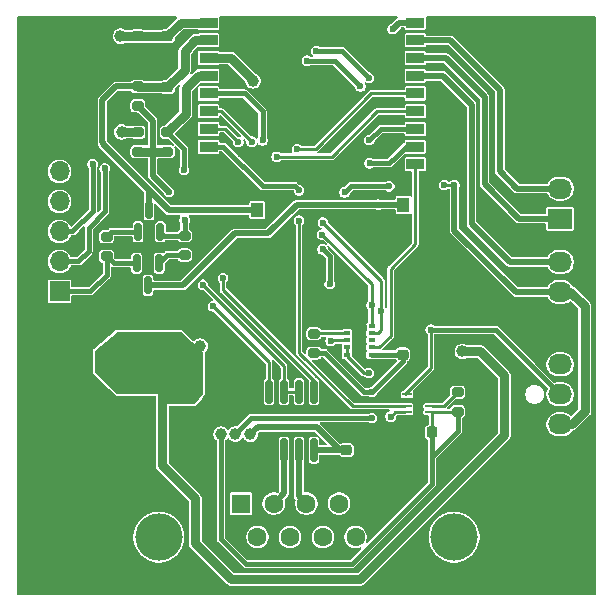
<source format=gbr>
%TF.GenerationSoftware,KiCad,Pcbnew,9.0.0*%
%TF.CreationDate,2025-03-19T13:45:39+03:00*%
%TF.ProjectId,End_striyel Sens_r Mod_l_,456e64fc-7374-4726-9979-656c2053656e,rev?*%
%TF.SameCoordinates,Original*%
%TF.FileFunction,Copper,L1,Top*%
%TF.FilePolarity,Positive*%
%FSLAX46Y46*%
G04 Gerber Fmt 4.6, Leading zero omitted, Abs format (unit mm)*
G04 Created by KiCad (PCBNEW 9.0.0) date 2025-03-19 13:45:39*
%MOMM*%
%LPD*%
G01*
G04 APERTURE LIST*
G04 Aperture macros list*
%AMRoundRect*
0 Rectangle with rounded corners*
0 $1 Rounding radius*
0 $2 $3 $4 $5 $6 $7 $8 $9 X,Y pos of 4 corners*
0 Add a 4 corners polygon primitive as box body*
4,1,4,$2,$3,$4,$5,$6,$7,$8,$9,$2,$3,0*
0 Add four circle primitives for the rounded corners*
1,1,$1+$1,$2,$3*
1,1,$1+$1,$4,$5*
1,1,$1+$1,$6,$7*
1,1,$1+$1,$8,$9*
0 Add four rect primitives between the rounded corners*
20,1,$1+$1,$2,$3,$4,$5,0*
20,1,$1+$1,$4,$5,$6,$7,0*
20,1,$1+$1,$6,$7,$8,$9,0*
20,1,$1+$1,$8,$9,$2,$3,0*%
%AMOutline4P*
0 Free polygon, 4 corners , with rotation*
0 The origin of the aperture is its center*
0 number of corners: always 4*
0 $1 to $8 corner X, Y*
0 $9 Rotation angle, in degrees counterclockwise*
0 create outline with 4 corners*
4,1,4,$1,$2,$3,$4,$5,$6,$7,$8,$1,$2,$9*%
G04 Aperture macros list end*
%TA.AperFunction,ComponentPad*%
%ADD10C,3.600000*%
%TD*%
%TA.AperFunction,ConnectorPad*%
%ADD11C,5.700000*%
%TD*%
%TA.AperFunction,SMDPad,CuDef*%
%ADD12RoundRect,0.225000X0.250000X-0.225000X0.250000X0.225000X-0.250000X0.225000X-0.250000X-0.225000X0*%
%TD*%
%TA.AperFunction,SMDPad,CuDef*%
%ADD13RoundRect,0.225000X-0.250000X0.225000X-0.250000X-0.225000X0.250000X-0.225000X0.250000X0.225000X0*%
%TD*%
%TA.AperFunction,SMDPad,CuDef*%
%ADD14RoundRect,0.250000X0.650000X-1.000000X0.650000X1.000000X-0.650000X1.000000X-0.650000X-1.000000X0*%
%TD*%
%TA.AperFunction,SMDPad,CuDef*%
%ADD15RoundRect,0.150000X-0.150000X0.825000X-0.150000X-0.825000X0.150000X-0.825000X0.150000X0.825000X0*%
%TD*%
%TA.AperFunction,SMDPad,CuDef*%
%ADD16RoundRect,0.150000X-0.150000X0.587500X-0.150000X-0.587500X0.150000X-0.587500X0.150000X0.587500X0*%
%TD*%
%TA.AperFunction,SMDPad,CuDef*%
%ADD17R,1.000000X1.250000*%
%TD*%
%TA.AperFunction,SMDPad,CuDef*%
%ADD18RoundRect,0.200000X-0.275000X0.200000X-0.275000X-0.200000X0.275000X-0.200000X0.275000X0.200000X0*%
%TD*%
%TA.AperFunction,SMDPad,CuDef*%
%ADD19RoundRect,0.225000X0.225000X0.250000X-0.225000X0.250000X-0.225000X-0.250000X0.225000X-0.250000X0*%
%TD*%
%TA.AperFunction,SMDPad,CuDef*%
%ADD20RoundRect,0.200000X0.275000X-0.200000X0.275000X0.200000X-0.275000X0.200000X-0.275000X-0.200000X0*%
%TD*%
%TA.AperFunction,SMDPad,CuDef*%
%ADD21RoundRect,0.150000X0.150000X-0.587500X0.150000X0.587500X-0.150000X0.587500X-0.150000X-0.587500X0*%
%TD*%
%TA.AperFunction,SMDPad,CuDef*%
%ADD22R,1.500000X0.900000*%
%TD*%
%TA.AperFunction,HeatsinkPad*%
%ADD23C,0.600000*%
%TD*%
%TA.AperFunction,HeatsinkPad*%
%ADD24R,2.900000X2.900000*%
%TD*%
%TA.AperFunction,ComponentPad*%
%ADD25R,1.700000X1.700000*%
%TD*%
%TA.AperFunction,ComponentPad*%
%ADD26O,1.700000X1.700000*%
%TD*%
%TA.AperFunction,ComponentPad*%
%ADD27C,4.000000*%
%TD*%
%TA.AperFunction,ComponentPad*%
%ADD28R,1.600000X1.600000*%
%TD*%
%TA.AperFunction,ComponentPad*%
%ADD29C,1.600000*%
%TD*%
%TA.AperFunction,SMDPad,CuDef*%
%ADD30RoundRect,0.062500X-0.325000X-0.062500X0.325000X-0.062500X0.325000X0.062500X-0.325000X0.062500X0*%
%TD*%
%TA.AperFunction,HeatsinkPad*%
%ADD31R,0.600000X1.200000*%
%TD*%
%TA.AperFunction,ComponentPad*%
%ADD32RoundRect,0.249999X-1.550001X0.790001X-1.550001X-0.790001X1.550001X-0.790001X1.550001X0.790001X0*%
%TD*%
%TA.AperFunction,ComponentPad*%
%ADD33O,3.600000X2.080000*%
%TD*%
%TA.AperFunction,ComponentPad*%
%ADD34R,2.030000X1.730000*%
%TD*%
%TA.AperFunction,ComponentPad*%
%ADD35O,2.030000X1.730000*%
%TD*%
%TA.AperFunction,SMDPad,CuDef*%
%ADD36R,0.600000X0.400000*%
%TD*%
%TA.AperFunction,SMDPad,CuDef*%
%ADD37Outline4P,-0.650000X-0.150000X0.650000X-0.150000X0.350000X0.150000X-0.350000X0.150000X0.000000*%
%TD*%
%TA.AperFunction,SMDPad,CuDef*%
%ADD38R,1.300000X2.200000*%
%TD*%
%TA.AperFunction,SMDPad,CuDef*%
%ADD39R,1.000000X0.300000*%
%TD*%
%TA.AperFunction,ViaPad*%
%ADD40C,0.600000*%
%TD*%
%TA.AperFunction,ViaPad*%
%ADD41C,1.000000*%
%TD*%
%TA.AperFunction,Conductor*%
%ADD42C,0.508000*%
%TD*%
%TA.AperFunction,Conductor*%
%ADD43C,0.762000*%
%TD*%
%TA.AperFunction,Conductor*%
%ADD44C,0.254000*%
%TD*%
%TA.AperFunction,Conductor*%
%ADD45C,0.381000*%
%TD*%
%TA.AperFunction,Conductor*%
%ADD46C,1.270000*%
%TD*%
G04 APERTURE END LIST*
D10*
%TO.P,H2,1,1*%
%TO.N,GND*%
X131125000Y-109600000D03*
D11*
X131125000Y-109600000D03*
%TD*%
D12*
%TO.P,C17,1*%
%TO.N,VDD3V3*%
X159550000Y-93225000D03*
%TO.P,C17,2*%
%TO.N,GND*%
X159550000Y-91675000D03*
%TD*%
D13*
%TO.P,C4,1*%
%TO.N,VDD3V3*%
X139625000Y-66275000D03*
%TO.P,C4,2*%
%TO.N,GND*%
X139625000Y-67825000D03*
%TD*%
D14*
%TO.P,D1,1,A1*%
%TO.N,GND*%
X141071600Y-99536000D03*
%TO.P,D1,2,A2*%
%TO.N,VCC*%
X141071600Y-95536000D03*
%TD*%
D10*
%TO.P,H1,1,1*%
%TO.N,GND*%
X131125000Y-68850000D03*
D11*
X131125000Y-68850000D03*
%TD*%
D15*
%TO.P,U6,1,RO*%
%TO.N,RS485_RX*%
X152030000Y-96375000D03*
%TO.P,U6,2,~{RE}*%
%TO.N,RS485_IO*%
X150760000Y-96375000D03*
%TO.P,U6,3,DE*%
X149490000Y-96375000D03*
%TO.P,U6,4,DI*%
%TO.N,RS485_TX*%
X148220000Y-96375000D03*
%TO.P,U6,5,GND*%
%TO.N,GND*%
X148220000Y-101325000D03*
%TO.P,U6,6,A*%
%TO.N,Net-(U6-A)*%
X149490000Y-101325000D03*
%TO.P,U6,7,B*%
%TO.N,Net-(U6-B)*%
X150760000Y-101325000D03*
%TO.P,U6,8,VCC*%
%TO.N,VDD3V3*%
X152030000Y-101325000D03*
%TD*%
D16*
%TO.P,Q2,1,B*%
%TO.N,Net-(Q2-B)*%
X138925000Y-85500000D03*
%TO.P,Q2,2,E*%
%TO.N,/ESP32-Microcontroller/DTR*%
X137025000Y-85500000D03*
%TO.P,Q2,3,C*%
%TO.N,/ESP32-Microcontroller/IO0*%
X137975000Y-87375000D03*
%TD*%
D12*
%TO.P,C18,1*%
%TO.N,VDD3V3*%
X154775000Y-101325000D03*
%TO.P,C18,2*%
%TO.N,GND*%
X154775000Y-99775000D03*
%TD*%
D17*
%TO.P,SW1,1,1*%
%TO.N,GND*%
X147225000Y-88750000D03*
%TO.P,SW1,2,2*%
%TO.N,/ESP32-Microcontroller/EN*%
X147225000Y-81000000D03*
%TD*%
D18*
%TO.P,R14,1*%
%TO.N,SCL*%
X139625000Y-74400000D03*
%TO.P,R14,2*%
%TO.N,VDD3V3*%
X139625000Y-76050000D03*
%TD*%
D19*
%TO.P,C16,1*%
%TO.N,VDD3V3*%
X162010000Y-99810000D03*
%TO.P,C16,2*%
%TO.N,GND*%
X160460000Y-99810000D03*
%TD*%
D20*
%TO.P,R12,1*%
%TO.N,VDD3V3*%
X152025000Y-93100000D03*
%TO.P,R12,2*%
%TO.N,Net-(U5-~{RESET})*%
X152025000Y-91450000D03*
%TD*%
D17*
%TO.P,SW2,1,1*%
%TO.N,GND*%
X159600000Y-88325000D03*
%TO.P,SW2,2,2*%
%TO.N,/ESP32-Microcontroller/IO0*%
X159600000Y-80575000D03*
%TD*%
D20*
%TO.P,R2,1*%
%TO.N,/ESP32-Microcontroller/DTR*%
X134475000Y-84900000D03*
%TO.P,R2,2*%
%TO.N,Net-(Q1-B)*%
X134475000Y-83250000D03*
%TD*%
%TO.P,R1,1*%
%TO.N,VDD3V3*%
X137125000Y-72175000D03*
%TO.P,R1,2*%
%TO.N,/ESP32-Microcontroller/EN*%
X137125000Y-70525000D03*
%TD*%
D21*
%TO.P,Q1,1,B*%
%TO.N,Net-(Q1-B)*%
X137125000Y-82850000D03*
%TO.P,Q1,2,E*%
%TO.N,/ESP32-Microcontroller/RTS*%
X139025000Y-82850000D03*
%TO.P,Q1,3,C*%
%TO.N,/ESP32-Microcontroller/EN*%
X138075000Y-80975000D03*
%TD*%
D22*
%TO.P,U1,1,3V3*%
%TO.N,VDD3V3*%
X143115000Y-65125000D03*
%TO.P,U1,2,EN*%
%TO.N,/ESP32-Microcontroller/EN*%
X143115000Y-66625000D03*
%TO.P,U1,3,IO4*%
%TO.N,SDA*%
X143115000Y-68125000D03*
%TO.P,U1,4,IO5*%
%TO.N,SCL*%
X143115000Y-69625000D03*
%TO.P,U1,5,IO6*%
%TO.N,RS485_RX*%
X143115000Y-71125000D03*
%TO.P,U1,6,IO7*%
%TO.N,RS485_TX*%
X143115000Y-72625000D03*
%TO.P,U1,7,IO8*%
%TO.N,RS485_IO*%
X143115000Y-74125000D03*
%TO.P,U1,8,IO9*%
%TO.N,ALERT*%
X143115000Y-75625000D03*
%TO.P,U1,9,GND*%
%TO.N,GND*%
X143115000Y-77125000D03*
%TO.P,U1,10,IO10*%
%TO.N,nWAKE*%
X160615000Y-77125000D03*
%TO.P,U1,11,IO20/RXD*%
%TO.N,/ESP32-Microcontroller/RX*%
X160615000Y-75625000D03*
%TO.P,U1,12,IO21/TXD*%
%TO.N,/ESP32-Microcontroller/TX*%
X160615000Y-74125000D03*
%TO.P,U1,13,IO18*%
%TO.N,PWM_CCS*%
X160615000Y-72625000D03*
%TO.P,U1,14,IO19*%
%TO.N,CCS_INT*%
X160615000Y-71125000D03*
%TO.P,U1,15,IO3*%
%TO.N,ADC*%
X160615000Y-69625000D03*
%TO.P,U1,16,IO2*%
%TO.N,EXT_TX*%
X160615000Y-68125000D03*
%TO.P,U1,17,IO1*%
%TO.N,EXT_RX*%
X160615000Y-66625000D03*
%TO.P,U1,18,IO0*%
%TO.N,/ESP32-Microcontroller/IO0*%
X160615000Y-65125000D03*
D23*
%TO.P,U1,19,GND*%
%TO.N,GND*%
X151725000Y-70775000D03*
X151725000Y-71875000D03*
X152275000Y-70225000D03*
X152275000Y-71325000D03*
X152275000Y-72425000D03*
X152825000Y-70775000D03*
D24*
X152825000Y-71325000D03*
D23*
X152825000Y-71875000D03*
X153375000Y-70225000D03*
X153375000Y-71325000D03*
X153375000Y-72425000D03*
X153925000Y-70775000D03*
X153925000Y-71875000D03*
%TD*%
D25*
%TO.P,J1,1,Pin_1*%
%TO.N,/ESP32-Microcontroller/DTR*%
X130500000Y-87884000D03*
D26*
%TO.P,J1,2,Pin_2*%
%TO.N,/ESP32-Microcontroller/RX*%
X130500000Y-85344000D03*
%TO.P,J1,3,Pin_3*%
%TO.N,/ESP32-Microcontroller/TX*%
X130500000Y-82804000D03*
%TO.P,J1,4,Pin_4*%
%TO.N,VDD3V3*%
X130500000Y-80264000D03*
%TO.P,J1,5,Pin_5*%
%TO.N,/ESP32-Microcontroller/RTS*%
X130500000Y-77724000D03*
%TO.P,J1,6,Pin_6*%
%TO.N,GND*%
X130500000Y-75184000D03*
%TD*%
D18*
%TO.P,R13,1*%
%TO.N,SDA*%
X137125000Y-74400000D03*
%TO.P,R13,2*%
%TO.N,VDD3V3*%
X137125000Y-76050000D03*
%TD*%
D27*
%TO.P,J5,0*%
%TO.N,N/C*%
X138895000Y-108690000D03*
X163895000Y-108690000D03*
D28*
%TO.P,J5,1,1*%
%TO.N,unconnected-(J5-Pad1)*%
X145855000Y-105850000D03*
D29*
%TO.P,J5,2,2*%
%TO.N,Net-(U6-A)*%
X148625000Y-105850000D03*
%TO.P,J5,3,3*%
%TO.N,Net-(U6-B)*%
X151395000Y-105850000D03*
%TO.P,J5,4,4*%
%TO.N,unconnected-(J5-Pad4)*%
X154165000Y-105850000D03*
%TO.P,J5,5,5*%
%TO.N,GND*%
X156935000Y-105850000D03*
%TO.P,J5,6,6*%
%TO.N,unconnected-(J5-Pad6)*%
X147240000Y-108690000D03*
%TO.P,J5,7,7*%
%TO.N,unconnected-(J5-Pad7)*%
X150010000Y-108690000D03*
%TO.P,J5,8,8*%
%TO.N,unconnected-(J5-Pad8)*%
X152780000Y-108690000D03*
%TO.P,J5,9,9*%
%TO.N,unconnected-(J5-Pad9)*%
X155550000Y-108690000D03*
%TD*%
D10*
%TO.P,H3,1,1*%
%TO.N,GND*%
X171875000Y-109600000D03*
D11*
X171875000Y-109600000D03*
%TD*%
D13*
%TO.P,C3,1*%
%TO.N,VDD3V3*%
X137125000Y-66275000D03*
%TO.P,C3,2*%
%TO.N,GND*%
X137125000Y-67825000D03*
%TD*%
D30*
%TO.P,U4,1,SDA*%
%TO.N,SDA*%
X159912500Y-96600000D03*
%TO.P,U4,2,ADDR*%
%TO.N,GND*%
X159912500Y-97100000D03*
%TO.P,U4,3,ALERT*%
%TO.N,ALERT*%
X159912500Y-97600000D03*
%TO.P,U4,4,SCL*%
%TO.N,SCL*%
X159912500Y-98100000D03*
%TO.P,U4,5,VDD*%
%TO.N,VDD3V3*%
X161837500Y-98100000D03*
%TO.P,U4,6,~{RESET}*%
%TO.N,Net-(U4-~{RESET})*%
X161837500Y-97600000D03*
%TO.P,U4,7,R*%
%TO.N,GND*%
X161837500Y-97100000D03*
%TO.P,U4,8,VSS*%
X161837500Y-96600000D03*
D31*
%TO.P,U4,9,VSS*%
X160875000Y-97350000D03*
%TD*%
D32*
%TO.P,J2,1,Pin_1*%
%TO.N,VCC*%
X136467100Y-93827600D03*
D33*
%TO.P,J2,2,Pin_2*%
%TO.N,GND*%
X136467100Y-98907600D03*
%TD*%
D18*
%TO.P,R3,1*%
%TO.N,/ESP32-Microcontroller/RTS*%
X141075000Y-83150000D03*
%TO.P,R3,2*%
%TO.N,Net-(Q2-B)*%
X141075000Y-84800000D03*
%TD*%
D10*
%TO.P,H4,1,1*%
%TO.N,GND*%
X171875000Y-68850000D03*
D11*
X171875000Y-68850000D03*
%TD*%
D34*
%TO.P,J3,1,Pin_1*%
%TO.N,GND*%
X172875000Y-90465000D03*
D35*
%TO.P,J3,2,Pin_2*%
%TO.N,VDD5V*%
X172875000Y-87925000D03*
%TO.P,J3,3,Pin_3*%
%TO.N,ADC*%
X172875000Y-85385000D03*
%TD*%
D13*
%TO.P,C1,1*%
%TO.N,/ESP32-Microcontroller/EN*%
X139625000Y-70575000D03*
%TO.P,C1,2*%
%TO.N,GND*%
X139625000Y-72125000D03*
%TD*%
D34*
%TO.P,J6,1,Pin_1*%
%TO.N,EXT_TX*%
X172875000Y-81715000D03*
D35*
%TO.P,J6,2,Pin_2*%
%TO.N,EXT_RX*%
X172875000Y-79175000D03*
%TO.P,J6,3,Pin_3*%
%TO.N,GND*%
X172875000Y-76635000D03*
%TD*%
D20*
%TO.P,R11,1*%
%TO.N,VDD3V3*%
X164210000Y-98060000D03*
%TO.P,R11,2*%
%TO.N,Net-(U4-~{RESET})*%
X164210000Y-96410000D03*
%TD*%
D34*
%TO.P,J4,1,Pin_1*%
%TO.N,GND*%
X172875000Y-101675000D03*
D35*
%TO.P,J4,2,Pin_2*%
%TO.N,VDD5V*%
X172875000Y-99135000D03*
%TO.P,J4,3,Pin_3*%
%TO.N,SDA*%
X172875000Y-96595000D03*
%TO.P,J4,4,Pin_4*%
%TO.N,SCL*%
X172875000Y-94055000D03*
%TD*%
D36*
%TO.P,U5,1,ADDR*%
%TO.N,GND*%
X154825000Y-90825000D03*
%TO.P,U5,2,~{RESET}*%
%TO.N,Net-(U5-~{RESET})*%
X154825000Y-91425000D03*
%TO.P,U5,3,~{INT}*%
%TO.N,CCS_INT*%
X154825000Y-92025000D03*
%TO.P,U5,4,PWM*%
%TO.N,PWM_CCS*%
X154825000Y-92625000D03*
%TO.P,U5,5,Sense*%
X154825000Y-93225000D03*
%TO.P,U5,6,VDD*%
%TO.N,VDD3V3*%
X156925000Y-93225000D03*
%TO.P,U5,7,~{WAKE}*%
%TO.N,nWAKE*%
X156925000Y-92625000D03*
%TO.P,U5,8,AUX*%
%TO.N,unconnected-(U5-AUX-Pad8)*%
X156925000Y-92025000D03*
%TO.P,U5,9,SDA*%
%TO.N,SDA*%
X156925000Y-91425000D03*
%TO.P,U5,10,SCL*%
%TO.N,SCL*%
X156925000Y-90825000D03*
D37*
%TO.P,U5,11,GND*%
%TO.N,GND*%
X155875000Y-90925000D03*
D38*
X155875000Y-92175000D03*
D39*
X156025000Y-90925000D03*
%TD*%
D40*
%TO.N,GND*%
X140224000Y-90662000D03*
X165395000Y-87991000D03*
X151400000Y-66525000D03*
X157226000Y-102346000D03*
X150327000Y-71612000D03*
X141224000Y-90662000D03*
X150327000Y-66532000D03*
X146050000Y-85598000D03*
X134128000Y-89662000D03*
X165395000Y-86991000D03*
X153375000Y-66525000D03*
X134128000Y-90662000D03*
X158800000Y-67300000D03*
X145304000Y-66532000D03*
X152400000Y-66525000D03*
X157226000Y-101346000D03*
X158226000Y-102346000D03*
X158500000Y-75475000D03*
X135128000Y-90662000D03*
X166370000Y-86991000D03*
X139151000Y-90662000D03*
X157226000Y-100371000D03*
X139151000Y-89662000D03*
X147279000Y-66532000D03*
X150327000Y-70612000D03*
X146050000Y-86598000D03*
X136103000Y-90662000D03*
X136103000Y-89662000D03*
X150327000Y-65532000D03*
X146050000Y-84623000D03*
X142199000Y-90662000D03*
X149352000Y-65532000D03*
X166370000Y-87991000D03*
X135128000Y-89662000D03*
X148352000Y-70612000D03*
X149352000Y-66532000D03*
X151400000Y-65525000D03*
X166370000Y-88916000D03*
X138176000Y-90662000D03*
X142199000Y-89662000D03*
X166370000Y-95250000D03*
X148352000Y-66532000D03*
X158226000Y-101346000D03*
X166370000Y-89916000D03*
X147050000Y-85598000D03*
X149352000Y-70612000D03*
X164395000Y-89916000D03*
X152400000Y-65525000D03*
X146304000Y-66532000D03*
X164395000Y-86991000D03*
X153375000Y-65525000D03*
X147279000Y-65532000D03*
X146304000Y-65532000D03*
X148352000Y-71612000D03*
X165395000Y-88916000D03*
X149352000Y-71612000D03*
X165395000Y-89916000D03*
X137176000Y-90662000D03*
X141224000Y-89662000D03*
X164395000Y-88916000D03*
X147050000Y-84623000D03*
X164395000Y-87991000D03*
X140224000Y-89662000D03*
X158226000Y-100371000D03*
X138176000Y-89662000D03*
X145304000Y-65532000D03*
X148352000Y-65532000D03*
X163068000Y-92964000D03*
X147050000Y-86598000D03*
X137176000Y-89662000D03*
%TO.N,SCL*%
X156925000Y-89025000D03*
X158525000Y-98475000D03*
X141025000Y-77600000D03*
X152750000Y-83075000D03*
%TO.N,/ESP32-Microcontroller/IO0*%
X158700000Y-65675000D03*
X157450000Y-80525000D03*
D41*
%TO.N,VCC*%
X139192000Y-95758000D03*
X139141200Y-93827600D03*
X140766800Y-93827600D03*
X164592000Y-92964000D03*
X142392400Y-92506800D03*
X140766800Y-92506800D03*
X139141200Y-92506800D03*
D40*
%TO.N,VDD5V*%
X163925000Y-78875000D03*
X163068000Y-78875000D03*
%TO.N,Net-(U2-FB)*%
X158400000Y-78975000D03*
X153375000Y-87250000D03*
X154625000Y-79500000D03*
X152775000Y-84325000D03*
%TO.N,/ESP32-Microcontroller/TX*%
X133300000Y-77100000D03*
X152225000Y-67525000D03*
X156700000Y-69800000D03*
X156725000Y-75075000D03*
%TO.N,/ESP32-Microcontroller/RX*%
X156750000Y-77025000D03*
X155950000Y-70525000D03*
X134325000Y-77475000D03*
X151450000Y-68350000D03*
%TO.N,/ESP32-Microcontroller/RTS*%
X141075000Y-81825000D03*
%TO.N,PWM_CCS*%
X156675000Y-94800000D03*
X148875000Y-76475000D03*
%TO.N,ALERT*%
X150775000Y-81900000D03*
X150775000Y-79325000D03*
%TO.N,RS485_IO*%
X142647000Y-87325000D03*
X145625000Y-75225000D03*
%TO.N,CCS_INT*%
X153450000Y-92075000D03*
X150587500Y-75837500D03*
%TO.N,RS485_TX*%
X146750000Y-75200000D03*
X143507000Y-89157000D03*
%TO.N,RS485_RX*%
X144325000Y-86750000D03*
X147675000Y-75100000D03*
D41*
%TO.N,VDD3V3*%
X145375000Y-99950000D03*
D40*
X156950000Y-96400000D03*
X156950000Y-98600000D03*
D41*
X135650000Y-66275000D03*
X146650000Y-99975000D03*
D40*
X139750000Y-79450000D03*
D41*
X144175000Y-99950000D03*
D40*
%TO.N,SDA*%
X152800000Y-82050000D03*
X161925000Y-91125000D03*
D41*
X135750000Y-74375000D03*
D40*
X157745000Y-89550000D03*
D41*
X146875000Y-70050000D03*
%TD*%
D42*
%TO.N,/ESP32-Microcontroller/EN*%
X134987500Y-76212500D02*
X134775000Y-76000000D01*
X138075000Y-80975000D02*
X138075000Y-79300000D01*
X134150000Y-75250000D02*
X134125000Y-75225000D01*
D43*
X143115000Y-66625000D02*
X142000000Y-66625000D01*
D42*
X139775000Y-81000000D02*
X134987500Y-76212500D01*
D43*
X139625000Y-70575000D02*
X137175000Y-70575000D01*
X137175000Y-70575000D02*
X137125000Y-70525000D01*
X142000000Y-66625000D02*
X141075000Y-67550000D01*
D42*
X134987500Y-76212500D02*
X134150000Y-75375000D01*
X147225000Y-81000000D02*
X139775000Y-81000000D01*
X138075000Y-79300000D02*
X134775000Y-76000000D01*
D43*
X141075000Y-67550000D02*
X141075000Y-69125000D01*
D42*
X134125000Y-75225000D02*
X134125000Y-71650000D01*
D43*
X141075000Y-69125000D02*
X139625000Y-70575000D01*
D42*
X134125000Y-71650000D02*
X135250000Y-70525000D01*
X134150000Y-75375000D02*
X134150000Y-75250000D01*
X135250000Y-70525000D02*
X137125000Y-70525000D01*
D44*
%TO.N,GND*%
X160875000Y-96681000D02*
X162306000Y-95250000D01*
X160875000Y-97350000D02*
X160875000Y-96681000D01*
X162306000Y-95250000D02*
X166370000Y-95250000D01*
%TO.N,SCL*%
X159700000Y-98100000D02*
X158900000Y-98100000D01*
X156925000Y-90825000D02*
X156925000Y-89025000D01*
X156925000Y-89025000D02*
X156925000Y-87250000D01*
D45*
X139625000Y-74400000D02*
X141025000Y-75800000D01*
D43*
X141175000Y-70701000D02*
X141175000Y-72850000D01*
D44*
X156925000Y-87250000D02*
X152750000Y-83075000D01*
D43*
X141175000Y-72850000D02*
X139625000Y-74400000D01*
D44*
X158900000Y-98100000D02*
X158525000Y-98475000D01*
D43*
X143115000Y-69625000D02*
X142251000Y-69625000D01*
X142251000Y-69625000D02*
X141175000Y-70701000D01*
D45*
X141025000Y-75800000D02*
X141025000Y-77600000D01*
D42*
%TO.N,/ESP32-Microcontroller/IO0*%
X157450000Y-80525000D02*
X150575000Y-80525000D01*
X160615000Y-65125000D02*
X159250000Y-65125000D01*
X148125000Y-82975000D02*
X145325000Y-82975000D01*
X159250000Y-65125000D02*
X158700000Y-65675000D01*
X150575000Y-80525000D02*
X148125000Y-82975000D01*
X157450000Y-80525000D02*
X159550000Y-80525000D01*
X140925000Y-87375000D02*
X137975000Y-87375000D01*
X145325000Y-82975000D02*
X140925000Y-87375000D01*
X159550000Y-80525000D02*
X159600000Y-80575000D01*
X157450000Y-80525000D02*
X157500000Y-80575000D01*
D43*
%TO.N,VCC*%
X145034000Y-112268000D02*
X141986000Y-109220000D01*
X139192000Y-102616000D02*
X139192000Y-95758000D01*
X139192000Y-93878400D02*
X139141200Y-93827600D01*
X141986000Y-109220000D02*
X141986000Y-105410000D01*
X139192000Y-95758000D02*
X139192000Y-93878400D01*
X168148000Y-94996000D02*
X168148000Y-100076000D01*
D46*
X140766800Y-93827600D02*
X141071600Y-94132400D01*
D43*
X168148000Y-100076000D02*
X155956000Y-112268000D01*
X141986000Y-105410000D02*
X139192000Y-102616000D01*
D46*
X141071600Y-94132400D02*
X141071600Y-95536000D01*
X136467100Y-93827600D02*
X140766800Y-93827600D01*
D43*
X164592000Y-92964000D02*
X166116000Y-92964000D01*
X155956000Y-112268000D02*
X145034000Y-112268000D01*
X166116000Y-92964000D02*
X168148000Y-94996000D01*
D42*
%TO.N,VDD5V*%
X163925000Y-78875000D02*
X163925000Y-82727677D01*
D43*
X172875000Y-99135000D02*
X173840000Y-99135000D01*
X173840000Y-99135000D02*
X174950000Y-98025000D01*
D42*
X169122323Y-87925000D02*
X172875000Y-87925000D01*
D43*
X174950000Y-89150000D02*
X173725000Y-87925000D01*
X173725000Y-87925000D02*
X172875000Y-87925000D01*
X174950000Y-98025000D02*
X174950000Y-89150000D01*
D42*
X163925000Y-82727677D02*
X169122323Y-87925000D01*
D44*
X163068000Y-78875000D02*
X163925000Y-78875000D01*
D45*
%TO.N,Net-(U2-FB)*%
X153375000Y-84925000D02*
X152775000Y-84325000D01*
X153375000Y-87250000D02*
X153375000Y-84925000D01*
X155150000Y-78975000D02*
X158400000Y-78975000D01*
X154625000Y-79500000D02*
X155150000Y-78975000D01*
%TO.N,/ESP32-Microcontroller/TX*%
X156700000Y-69800000D02*
X154425000Y-67525000D01*
X133300000Y-77100000D02*
X133300000Y-81076000D01*
X133300000Y-81076000D02*
X131572000Y-82804000D01*
X154425000Y-67525000D02*
X152225000Y-67525000D01*
X157675000Y-74125000D02*
X156725000Y-75075000D01*
X160615000Y-74125000D02*
X157675000Y-74125000D01*
X131572000Y-82804000D02*
X130500000Y-82804000D01*
%TO.N,/ESP32-Microcontroller/RX*%
X132950000Y-84474000D02*
X132080000Y-85344000D01*
X155950000Y-70525000D02*
X153775000Y-68350000D01*
X158425000Y-77025000D02*
X156750000Y-77025000D01*
X132950000Y-82475000D02*
X132950000Y-84474000D01*
X134325000Y-77475000D02*
X134325000Y-81100000D01*
X132080000Y-85344000D02*
X130500000Y-85344000D01*
X158975000Y-76475000D02*
X158425000Y-77025000D01*
X159825000Y-75625000D02*
X158975000Y-76475000D01*
X134325000Y-81100000D02*
X132950000Y-82475000D01*
X153775000Y-68350000D02*
X151450000Y-68350000D01*
X160615000Y-75625000D02*
X159825000Y-75625000D01*
%TO.N,/ESP32-Microcontroller/DTR*%
X134475000Y-86505000D02*
X133096000Y-87884000D01*
X134475000Y-86525000D02*
X134475000Y-86360000D01*
X133096000Y-87884000D02*
X130500000Y-87884000D01*
X134475000Y-86360000D02*
X134475000Y-84900000D01*
X135075000Y-85500000D02*
X134475000Y-84900000D01*
X134475000Y-86360000D02*
X134475000Y-86505000D01*
X137025000Y-85500000D02*
X135075000Y-85500000D01*
%TO.N,/ESP32-Microcontroller/RTS*%
X139350000Y-83175000D02*
X141050000Y-83175000D01*
X139025000Y-82850000D02*
X139350000Y-83175000D01*
X141075000Y-81825000D02*
X141075000Y-83150000D01*
X141050000Y-83175000D02*
X141075000Y-83150000D01*
D42*
%TO.N,Net-(U6-A)*%
X149490000Y-104985000D02*
X148625000Y-105850000D01*
X149490000Y-101325000D02*
X149490000Y-104985000D01*
%TO.N,Net-(U6-B)*%
X150760000Y-105215000D02*
X151395000Y-105850000D01*
X150760000Y-101325000D02*
X150760000Y-105215000D01*
%TO.N,ADC*%
X168610000Y-85385000D02*
X172875000Y-85385000D01*
X165375000Y-72075000D02*
X165375000Y-82150000D01*
X162925000Y-69625000D02*
X165375000Y-72075000D01*
X165375000Y-82150000D02*
X168610000Y-85385000D01*
X160615000Y-69625000D02*
X162925000Y-69625000D01*
%TO.N,EXT_TX*%
X160615000Y-68125000D02*
X163200000Y-68125000D01*
X163200000Y-68125000D02*
X166475000Y-71400000D01*
X166475000Y-78825000D02*
X169365000Y-81715000D01*
X166475000Y-71400000D02*
X166475000Y-78825000D01*
X169365000Y-81715000D02*
X172875000Y-81715000D01*
%TO.N,EXT_RX*%
X167775000Y-70825000D02*
X167775000Y-77700000D01*
X160615000Y-66625000D02*
X163575000Y-66625000D01*
X163575000Y-66625000D02*
X167775000Y-70825000D01*
X167775000Y-77700000D02*
X169250000Y-79175000D01*
X169250000Y-79175000D02*
X172875000Y-79175000D01*
D45*
%TO.N,Net-(Q2-B)*%
X139625000Y-84800000D02*
X138925000Y-85500000D01*
X141075000Y-84800000D02*
X139625000Y-84800000D01*
D44*
%TO.N,Net-(U4-~{RESET})*%
X162050000Y-97600000D02*
X163020000Y-97600000D01*
X163020000Y-97600000D02*
X164210000Y-96410000D01*
%TO.N,Net-(U5-~{RESET})*%
X154825000Y-91425000D02*
X152050000Y-91425000D01*
X152050000Y-91425000D02*
X152025000Y-91450000D01*
%TO.N,PWM_CCS*%
X148875000Y-76475000D02*
X153525000Y-76475000D01*
X154825000Y-93350000D02*
X156275000Y-94800000D01*
X154825000Y-93225000D02*
X154825000Y-93350000D01*
X154825000Y-92625000D02*
X154825000Y-93225000D01*
X156275000Y-94800000D02*
X156675000Y-94800000D01*
X153525000Y-76475000D02*
X157375000Y-72625000D01*
X157375000Y-72625000D02*
X160615000Y-72625000D01*
D45*
%TO.N,ALERT*%
X150775000Y-79325000D02*
X150400000Y-78950000D01*
X150400000Y-78950000D02*
X147675000Y-78950000D01*
X144350000Y-75625000D02*
X143115000Y-75625000D01*
D44*
X159700000Y-97600000D02*
X155297754Y-97600000D01*
X155297754Y-97600000D02*
X150775000Y-93077246D01*
X150775000Y-93077246D02*
X150775000Y-81900000D01*
D45*
X147675000Y-78950000D02*
X144350000Y-75625000D01*
D44*
%TO.N,RS485_IO*%
X150760000Y-96375000D02*
X149490000Y-96375000D01*
X142647000Y-87347000D02*
X149490000Y-94190000D01*
X143115000Y-74125000D02*
X144525000Y-74125000D01*
X144525000Y-74125000D02*
X145625000Y-75225000D01*
X142647000Y-87325000D02*
X142647000Y-87347000D01*
X149490000Y-94190000D02*
X149490000Y-96375000D01*
%TO.N,CCS_INT*%
X152175000Y-75825000D02*
X156875000Y-71125000D01*
X154825000Y-92025000D02*
X153500000Y-92025000D01*
X156875000Y-71125000D02*
X160615000Y-71125000D01*
X150600000Y-75825000D02*
X152175000Y-75825000D01*
X153500000Y-92025000D02*
X153450000Y-92075000D01*
X150587500Y-75837500D02*
X150600000Y-75825000D01*
%TO.N,nWAKE*%
X157525000Y-92625000D02*
X158525000Y-91625000D01*
X158525000Y-91625000D02*
X158525000Y-85975000D01*
X158525000Y-85975000D02*
X160615000Y-83885000D01*
X160615000Y-83885000D02*
X160615000Y-77125000D01*
X156925000Y-92625000D02*
X157525000Y-92625000D01*
%TO.N,RS485_TX*%
X143507000Y-89157000D02*
X148220000Y-93870000D01*
X143115000Y-72625000D02*
X144175000Y-72625000D01*
X144175000Y-72625000D02*
X146750000Y-75200000D01*
X148220000Y-93870000D02*
X148220000Y-96375000D01*
%TO.N,RS485_RX*%
X144325000Y-87725000D02*
X144325000Y-86750000D01*
X152030000Y-96375000D02*
X152030000Y-95430000D01*
X152030000Y-95430000D02*
X144325000Y-87725000D01*
D45*
X147675000Y-72625000D02*
X147675000Y-75100000D01*
X146175000Y-71125000D02*
X147675000Y-72625000D01*
X143115000Y-71125000D02*
X146175000Y-71125000D01*
D42*
%TO.N,VDD3V3*%
X138375000Y-73425000D02*
X138375000Y-76050000D01*
D45*
X159550000Y-93225000D02*
X159550000Y-93800000D01*
D43*
X138375000Y-76050000D02*
X139625000Y-76050000D01*
D45*
X162010000Y-101865000D02*
X164210000Y-99665000D01*
D42*
X152250000Y-99350000D02*
X147275000Y-99350000D01*
X152030000Y-101325000D02*
X154775000Y-101325000D01*
X147275000Y-99350000D02*
X146650000Y-99975000D01*
D44*
X162050000Y-98100000D02*
X164170000Y-98100000D01*
D45*
X159550000Y-93800000D02*
X156950000Y-96400000D01*
D42*
X138375000Y-78075000D02*
X139750000Y-79450000D01*
D45*
X144175000Y-108869000D02*
X144175000Y-99950000D01*
D42*
X154225000Y-101325000D02*
X152250000Y-99350000D01*
D45*
X156250000Y-96400000D02*
X156950000Y-96400000D01*
D43*
X135650000Y-66275000D02*
X137125000Y-66275000D01*
X137125000Y-76050000D02*
X138375000Y-76050000D01*
X143115000Y-65125000D02*
X140775000Y-65125000D01*
D45*
X162010000Y-102125000D02*
X162010000Y-104182000D01*
X162010000Y-102125000D02*
X162010000Y-101865000D01*
X146725000Y-98600000D02*
X145375000Y-99950000D01*
D43*
X140775000Y-65125000D02*
X139625000Y-66275000D01*
D42*
X138375000Y-76050000D02*
X138375000Y-78075000D01*
D45*
X155217000Y-110975000D02*
X146281000Y-110975000D01*
D42*
X154775000Y-101325000D02*
X154225000Y-101325000D01*
D45*
X164210000Y-99665000D02*
X164210000Y-98060000D01*
X156950000Y-98600000D02*
X146725000Y-98600000D01*
X156925000Y-93225000D02*
X159550000Y-93225000D01*
X146281000Y-110975000D02*
X144175000Y-108869000D01*
D42*
X137125000Y-72175000D02*
X138375000Y-73425000D01*
D44*
X162050000Y-98100000D02*
X162050000Y-99770000D01*
X164170000Y-98100000D02*
X164210000Y-98060000D01*
X162050000Y-99770000D02*
X162010000Y-99810000D01*
D43*
X139625000Y-66275000D02*
X137125000Y-66275000D01*
D45*
X162010000Y-104182000D02*
X155217000Y-110975000D01*
X162010000Y-99810000D02*
X162010000Y-102125000D01*
X152025000Y-93100000D02*
X152950000Y-93100000D01*
X152950000Y-93100000D02*
X156250000Y-96400000D01*
D44*
%TO.N,SDA*%
X157745000Y-89550000D02*
X157745000Y-86995000D01*
X159700000Y-96600000D02*
X161925000Y-94375000D01*
D43*
X137125000Y-74400000D02*
X135775000Y-74400000D01*
D44*
X157481000Y-91425000D02*
X157745000Y-91161000D01*
D43*
X146875000Y-70000000D02*
X145000000Y-68125000D01*
X145000000Y-68125000D02*
X143115000Y-68125000D01*
D45*
X167405000Y-91125000D02*
X161925000Y-91125000D01*
D44*
X157745000Y-91161000D02*
X157745000Y-90250000D01*
X161925000Y-94375000D02*
X161925000Y-91125000D01*
X157745000Y-90250000D02*
X157745000Y-89550000D01*
D45*
X172875000Y-96595000D02*
X167405000Y-91125000D01*
D44*
X156925000Y-91425000D02*
X157481000Y-91425000D01*
D43*
X135775000Y-74400000D02*
X135750000Y-74375000D01*
D44*
X157745000Y-86995000D02*
X152800000Y-82050000D01*
D43*
X146875000Y-70050000D02*
X146875000Y-70000000D01*
D45*
%TO.N,Net-(Q1-B)*%
X137125000Y-82850000D02*
X134875000Y-82850000D01*
X134875000Y-82850000D02*
X134475000Y-83250000D01*
%TD*%
%TA.AperFunction,Conductor*%
%TO.N,VCC*%
G36*
X140785206Y-91305193D02*
G01*
X140788545Y-91308170D01*
X142622877Y-93043348D01*
X142645903Y-93089346D01*
X142646400Y-93097978D01*
X142646400Y-96543821D01*
X142629249Y-96591626D01*
X141957761Y-97407005D01*
X141913452Y-97433134D01*
X141899712Y-97434400D01*
X139581536Y-97434400D01*
X139533198Y-97416807D01*
X139525148Y-97408954D01*
X139332222Y-97190305D01*
X138785600Y-96570800D01*
X138785599Y-96570800D01*
X135412564Y-96570800D01*
X135364226Y-96553207D01*
X135360103Y-96549479D01*
X133474339Y-94713340D01*
X133451980Y-94667013D01*
X133451600Y-94659461D01*
X133451600Y-92948771D01*
X133469193Y-92900433D01*
X133479094Y-92890640D01*
X135412002Y-91304664D01*
X135459703Y-91287600D01*
X140736868Y-91287600D01*
X140785206Y-91305193D01*
G37*
%TD.AperFunction*%
%TD*%
%TA.AperFunction,Conductor*%
%TO.N,GND*%
G36*
X140411241Y-64618093D02*
G01*
X140436961Y-64662642D01*
X140428028Y-64713300D01*
X140416077Y-64728874D01*
X139494876Y-65650074D01*
X139448256Y-65671814D01*
X139441703Y-65672100D01*
X139339141Y-65672100D01*
X139339136Y-65672101D01*
X139265682Y-65682801D01*
X139265680Y-65682802D01*
X139162061Y-65733459D01*
X139129033Y-65741100D01*
X137620967Y-65741100D01*
X137587939Y-65733459D01*
X137558418Y-65719027D01*
X137484319Y-65682802D01*
X137484318Y-65682801D01*
X137410867Y-65672100D01*
X136839141Y-65672100D01*
X136839136Y-65672101D01*
X136765682Y-65682801D01*
X136765680Y-65682802D01*
X136662061Y-65733459D01*
X136629033Y-65741100D01*
X136048961Y-65741100D01*
X136007182Y-65728426D01*
X135959266Y-65696409D01*
X135959264Y-65696408D01*
X135840444Y-65647191D01*
X135840441Y-65647190D01*
X135840440Y-65647190D01*
X135714307Y-65622100D01*
X135714305Y-65622100D01*
X135585695Y-65622100D01*
X135585693Y-65622100D01*
X135459559Y-65647190D01*
X135459556Y-65647191D01*
X135340737Y-65696407D01*
X135233798Y-65767862D01*
X135233795Y-65767864D01*
X135142864Y-65858795D01*
X135142862Y-65858798D01*
X135071407Y-65965737D01*
X135022191Y-66084556D01*
X135022190Y-66084559D01*
X134997100Y-66210693D01*
X134997100Y-66210695D01*
X134997100Y-66339305D01*
X135022191Y-66465444D01*
X135071408Y-66584264D01*
X135142860Y-66691199D01*
X135142862Y-66691201D01*
X135142864Y-66691204D01*
X135233795Y-66782135D01*
X135233798Y-66782137D01*
X135233801Y-66782140D01*
X135340736Y-66853592D01*
X135459556Y-66902809D01*
X135535239Y-66917863D01*
X135585693Y-66927900D01*
X135585695Y-66927900D01*
X135714307Y-66927900D01*
X135756351Y-66919536D01*
X135840444Y-66902809D01*
X135959264Y-66853592D01*
X136007182Y-66821573D01*
X136048961Y-66808900D01*
X136629033Y-66808900D01*
X136662060Y-66816540D01*
X136765681Y-66867198D01*
X136839137Y-66877900D01*
X137410862Y-66877899D01*
X137484319Y-66867198D01*
X137587939Y-66816540D01*
X137620967Y-66808900D01*
X139129033Y-66808900D01*
X139162060Y-66816540D01*
X139265681Y-66867198D01*
X139339137Y-66877900D01*
X139910862Y-66877899D01*
X139984319Y-66867198D01*
X140097625Y-66811806D01*
X140186806Y-66722625D01*
X140242198Y-66609319D01*
X140252900Y-66535863D01*
X140252899Y-66433295D01*
X140270492Y-66384958D01*
X140274902Y-66380144D01*
X140974123Y-65680924D01*
X141020742Y-65659186D01*
X141027296Y-65658900D01*
X142197283Y-65658900D01*
X142245621Y-65676493D01*
X142250457Y-65680926D01*
X142254761Y-65685230D01*
X142254765Y-65685232D01*
X142254766Y-65685234D01*
X142305342Y-65719028D01*
X142349943Y-65727900D01*
X143880056Y-65727899D01*
X143924658Y-65719028D01*
X143975234Y-65685234D01*
X144009028Y-65634658D01*
X144017900Y-65590057D01*
X144017899Y-64675699D01*
X144035492Y-64627362D01*
X144080041Y-64601642D01*
X144093099Y-64600500D01*
X159065744Y-64600500D01*
X159114082Y-64618093D01*
X159139802Y-64662642D01*
X159130869Y-64713300D01*
X159104141Y-64740359D01*
X159096560Y-64744860D01*
X159092943Y-64745830D01*
X159000158Y-64799399D01*
X159000157Y-64799400D01*
X158993489Y-64806067D01*
X158993487Y-64806069D01*
X158568673Y-65230881D01*
X158534966Y-65250343D01*
X158525190Y-65252962D01*
X158525185Y-65252964D01*
X158421912Y-65312589D01*
X158337589Y-65396912D01*
X158277964Y-65500185D01*
X158277964Y-65500186D01*
X158277964Y-65500187D01*
X158247100Y-65615375D01*
X158247100Y-65734625D01*
X158275345Y-65840037D01*
X158277964Y-65849813D01*
X158277964Y-65849814D01*
X158337589Y-65953087D01*
X158421912Y-66037410D01*
X158469291Y-66064764D01*
X158525187Y-66097036D01*
X158640375Y-66127900D01*
X158640378Y-66127900D01*
X158759622Y-66127900D01*
X158759625Y-66127900D01*
X158874813Y-66097036D01*
X158885095Y-66091100D01*
X158978087Y-66037410D01*
X159062410Y-65953087D01*
X159122036Y-65849813D01*
X159124656Y-65840033D01*
X159144116Y-65806326D01*
X159396518Y-65553924D01*
X159443137Y-65532186D01*
X159449691Y-65531900D01*
X159638818Y-65531900D01*
X159687156Y-65549493D01*
X159712573Y-65592430D01*
X159720972Y-65634659D01*
X159754764Y-65685232D01*
X159754765Y-65685232D01*
X159754766Y-65685234D01*
X159805342Y-65719028D01*
X159849943Y-65727900D01*
X161380056Y-65727899D01*
X161424658Y-65719028D01*
X161475234Y-65685234D01*
X161509028Y-65634658D01*
X161517900Y-65590057D01*
X161517899Y-64675699D01*
X161535492Y-64627362D01*
X161580041Y-64601642D01*
X161593099Y-64600500D01*
X175799300Y-64600500D01*
X175847638Y-64618093D01*
X175873358Y-64662642D01*
X175874500Y-64675700D01*
X175874500Y-113524300D01*
X175856907Y-113572638D01*
X175812358Y-113598358D01*
X175799300Y-113599500D01*
X126950700Y-113599500D01*
X126902362Y-113581907D01*
X126876642Y-113537358D01*
X126875500Y-113524300D01*
X126875500Y-108548892D01*
X136742100Y-108548892D01*
X136742100Y-108831108D01*
X136778937Y-109110911D01*
X136828918Y-109297444D01*
X136851981Y-109383514D01*
X136851981Y-109383515D01*
X136959980Y-109644246D01*
X137101090Y-109888655D01*
X137272886Y-110112545D01*
X137272898Y-110112559D01*
X137472440Y-110312101D01*
X137472447Y-110312107D01*
X137472449Y-110312109D01*
X137696347Y-110483911D01*
X137940754Y-110625020D01*
X138201488Y-110733020D01*
X138474089Y-110806063D01*
X138753892Y-110842900D01*
X138753895Y-110842900D01*
X139036105Y-110842900D01*
X139036108Y-110842900D01*
X139315911Y-110806063D01*
X139588512Y-110733020D01*
X139849246Y-110625020D01*
X140093653Y-110483911D01*
X140317551Y-110312109D01*
X140517109Y-110112551D01*
X140688911Y-109888653D01*
X140830020Y-109644246D01*
X140938020Y-109383512D01*
X141011063Y-109110911D01*
X141047900Y-108831108D01*
X141047900Y-108548892D01*
X141011063Y-108269089D01*
X140938020Y-107996488D01*
X140830020Y-107735754D01*
X140688911Y-107491347D01*
X140517109Y-107267449D01*
X140517107Y-107267447D01*
X140517101Y-107267440D01*
X140317559Y-107067898D01*
X140317545Y-107067886D01*
X140093655Y-106896090D01*
X139849246Y-106754980D01*
X139588515Y-106646981D01*
X139588513Y-106646980D01*
X139588512Y-106646980D01*
X139315911Y-106573937D01*
X139036108Y-106537100D01*
X138753892Y-106537100D01*
X138474089Y-106573937D01*
X138474085Y-106573938D01*
X138474084Y-106573938D01*
X138413521Y-106590166D01*
X138201488Y-106646980D01*
X138201486Y-106646980D01*
X138201485Y-106646981D01*
X138201484Y-106646981D01*
X137940753Y-106754980D01*
X137696344Y-106896090D01*
X137472454Y-107067886D01*
X137472440Y-107067898D01*
X137272898Y-107267440D01*
X137272886Y-107267454D01*
X137101090Y-107491344D01*
X136959980Y-107735753D01*
X136851981Y-107996484D01*
X136851981Y-107996485D01*
X136851980Y-107996488D01*
X136828918Y-108082558D01*
X136787098Y-108238633D01*
X136778937Y-108269089D01*
X136742100Y-108548892D01*
X126875500Y-108548892D01*
X126875500Y-92948766D01*
X133293700Y-92948766D01*
X133293700Y-94659461D01*
X133293900Y-94667394D01*
X133294280Y-94674944D01*
X133294280Y-94674950D01*
X133309774Y-94735642D01*
X133309776Y-94735646D01*
X133332135Y-94781973D01*
X133364185Y-94826471D01*
X134685325Y-96112844D01*
X135249954Y-96662615D01*
X135254214Y-96666612D01*
X135257736Y-96669795D01*
X135258325Y-96670328D01*
X135310223Y-96701585D01*
X135310226Y-96701586D01*
X135310230Y-96701588D01*
X135339081Y-96712088D01*
X135358561Y-96719178D01*
X135412559Y-96728699D01*
X135412560Y-96728700D01*
X135412564Y-96728700D01*
X138582900Y-96728700D01*
X138631238Y-96746293D01*
X138656958Y-96790842D01*
X138658100Y-96803900D01*
X138658100Y-102545711D01*
X138658100Y-102686289D01*
X138694484Y-102822077D01*
X138694484Y-102822078D01*
X138764775Y-102943824D01*
X141430074Y-105609122D01*
X141451814Y-105655742D01*
X141452100Y-105662296D01*
X141452100Y-109149711D01*
X141452100Y-109290289D01*
X141488484Y-109426077D01*
X141488484Y-109426078D01*
X141558775Y-109547824D01*
X144606774Y-112595822D01*
X144706178Y-112695226D01*
X144827922Y-112765516D01*
X144963711Y-112801900D01*
X144963714Y-112801900D01*
X156026286Y-112801900D01*
X156026289Y-112801900D01*
X156162078Y-112765516D01*
X156283822Y-112695226D01*
X156283824Y-112695224D01*
X156283825Y-112695224D01*
X160430157Y-108548892D01*
X161742100Y-108548892D01*
X161742100Y-108831108D01*
X161778937Y-109110911D01*
X161828918Y-109297444D01*
X161851981Y-109383514D01*
X161851981Y-109383515D01*
X161959980Y-109644246D01*
X162101090Y-109888655D01*
X162272886Y-110112545D01*
X162272898Y-110112559D01*
X162472440Y-110312101D01*
X162472447Y-110312107D01*
X162472449Y-110312109D01*
X162696347Y-110483911D01*
X162940754Y-110625020D01*
X163201488Y-110733020D01*
X163474089Y-110806063D01*
X163753892Y-110842900D01*
X163753895Y-110842900D01*
X164036105Y-110842900D01*
X164036108Y-110842900D01*
X164315911Y-110806063D01*
X164588512Y-110733020D01*
X164849246Y-110625020D01*
X165093653Y-110483911D01*
X165317551Y-110312109D01*
X165517109Y-110112551D01*
X165688911Y-109888653D01*
X165830020Y-109644246D01*
X165938020Y-109383512D01*
X166011063Y-109110911D01*
X166047900Y-108831108D01*
X166047900Y-108548892D01*
X166011063Y-108269089D01*
X165938020Y-107996488D01*
X165830020Y-107735754D01*
X165688911Y-107491347D01*
X165517109Y-107267449D01*
X165517107Y-107267447D01*
X165517101Y-107267440D01*
X165317559Y-107067898D01*
X165317545Y-107067886D01*
X165093655Y-106896090D01*
X164849246Y-106754980D01*
X164588515Y-106646981D01*
X164588513Y-106646980D01*
X164588512Y-106646980D01*
X164315911Y-106573937D01*
X164036108Y-106537100D01*
X163753892Y-106537100D01*
X163474089Y-106573937D01*
X163474085Y-106573938D01*
X163474084Y-106573938D01*
X163413521Y-106590166D01*
X163201488Y-106646980D01*
X163201486Y-106646980D01*
X163201485Y-106646981D01*
X163201484Y-106646981D01*
X162940753Y-106754980D01*
X162696344Y-106896090D01*
X162472454Y-107067886D01*
X162472440Y-107067898D01*
X162272898Y-107267440D01*
X162272886Y-107267454D01*
X162101090Y-107491344D01*
X161959980Y-107735753D01*
X161851981Y-107996484D01*
X161851981Y-107996485D01*
X161851980Y-107996488D01*
X161828918Y-108082558D01*
X161787098Y-108238633D01*
X161778937Y-108269089D01*
X161742100Y-108548892D01*
X160430157Y-108548892D01*
X168575224Y-100403825D01*
X168575224Y-100403824D01*
X168575226Y-100403822D01*
X168645516Y-100282078D01*
X168681900Y-100146289D01*
X168681900Y-100005711D01*
X168681900Y-96516156D01*
X169914500Y-96516156D01*
X169914500Y-96673843D01*
X169945263Y-96828498D01*
X169945264Y-96828500D01*
X170005605Y-96974177D01*
X170005606Y-96974179D01*
X170093211Y-97105289D01*
X170093213Y-97105291D01*
X170093215Y-97105294D01*
X170204705Y-97216784D01*
X170204708Y-97216786D01*
X170204711Y-97216789D01*
X170335821Y-97304394D01*
X170481503Y-97364737D01*
X170569315Y-97382204D01*
X170636156Y-97395500D01*
X170636158Y-97395500D01*
X170793844Y-97395500D01*
X170845161Y-97385291D01*
X170948497Y-97364737D01*
X171094179Y-97304394D01*
X171225289Y-97216789D01*
X171336789Y-97105289D01*
X171424394Y-96974179D01*
X171484737Y-96828497D01*
X171515500Y-96673842D01*
X171515500Y-96516158D01*
X171511240Y-96494744D01*
X171494526Y-96410715D01*
X171484737Y-96361503D01*
X171424394Y-96215821D01*
X171336789Y-96084711D01*
X171336786Y-96084708D01*
X171336784Y-96084705D01*
X171225294Y-95973215D01*
X171225291Y-95973213D01*
X171225289Y-95973211D01*
X171094179Y-95885606D01*
X171025359Y-95857100D01*
X170948500Y-95825264D01*
X170948498Y-95825263D01*
X170793844Y-95794500D01*
X170793842Y-95794500D01*
X170636158Y-95794500D01*
X170636156Y-95794500D01*
X170481501Y-95825263D01*
X170481499Y-95825264D01*
X170335822Y-95885605D01*
X170204708Y-95973213D01*
X170204705Y-95973215D01*
X170093215Y-96084705D01*
X170093213Y-96084708D01*
X170005605Y-96215822D01*
X169945264Y-96361499D01*
X169945263Y-96361501D01*
X169914500Y-96516156D01*
X168681900Y-96516156D01*
X168681900Y-94925711D01*
X168645516Y-94789922D01*
X168575226Y-94668178D01*
X168475822Y-94568774D01*
X167466366Y-93559318D01*
X166443824Y-92536775D01*
X166322078Y-92466484D01*
X166186289Y-92430100D01*
X166186286Y-92430100D01*
X164990961Y-92430100D01*
X164949182Y-92417426D01*
X164901266Y-92385409D01*
X164901264Y-92385408D01*
X164782444Y-92336191D01*
X164782441Y-92336190D01*
X164782440Y-92336190D01*
X164656307Y-92311100D01*
X164656305Y-92311100D01*
X164527695Y-92311100D01*
X164527693Y-92311100D01*
X164401559Y-92336190D01*
X164401556Y-92336191D01*
X164282737Y-92385407D01*
X164175798Y-92456862D01*
X164175795Y-92456864D01*
X164084864Y-92547795D01*
X164084862Y-92547798D01*
X164013407Y-92654737D01*
X163964191Y-92773556D01*
X163964190Y-92773559D01*
X163939100Y-92899693D01*
X163939100Y-93028306D01*
X163963893Y-93152949D01*
X163964191Y-93154444D01*
X164013408Y-93273264D01*
X164084860Y-93380199D01*
X164084862Y-93380201D01*
X164084864Y-93380204D01*
X164175795Y-93471135D01*
X164175798Y-93471137D01*
X164175801Y-93471140D01*
X164282736Y-93542592D01*
X164401556Y-93591809D01*
X164477239Y-93606863D01*
X164527693Y-93616900D01*
X164527695Y-93616900D01*
X164656307Y-93616900D01*
X164698351Y-93608536D01*
X164782444Y-93591809D01*
X164901264Y-93542592D01*
X164949182Y-93510573D01*
X164990961Y-93497900D01*
X165863704Y-93497900D01*
X165912042Y-93515493D01*
X165916878Y-93519926D01*
X167592074Y-95195122D01*
X167613814Y-95241742D01*
X167614100Y-95248296D01*
X167614100Y-99823704D01*
X167596507Y-99872042D01*
X167592074Y-99876878D01*
X155756878Y-111712074D01*
X155710258Y-111733814D01*
X155703704Y-111734100D01*
X145286296Y-111734100D01*
X145237958Y-111716507D01*
X145233122Y-111712074D01*
X142541926Y-109020878D01*
X142520186Y-108974258D01*
X142519900Y-108967704D01*
X142519900Y-105339713D01*
X142519900Y-105339711D01*
X142483516Y-105203922D01*
X142413226Y-105082178D01*
X142313822Y-104982774D01*
X139747926Y-102416878D01*
X139726186Y-102370258D01*
X139725900Y-102363704D01*
X139725900Y-99885693D01*
X143522100Y-99885693D01*
X143522100Y-100014306D01*
X143541887Y-100113782D01*
X143547191Y-100140444D01*
X143570659Y-100197100D01*
X143590823Y-100245782D01*
X143596408Y-100259264D01*
X143667860Y-100366199D01*
X143667862Y-100366201D01*
X143667864Y-100366204D01*
X143758794Y-100457134D01*
X143758798Y-100457137D01*
X143758801Y-100457140D01*
X143798178Y-100483450D01*
X143828596Y-100524933D01*
X143831600Y-100545977D01*
X143831600Y-108914209D01*
X143845934Y-108967704D01*
X143846000Y-108967951D01*
X143855002Y-109001547D01*
X143855002Y-109001548D01*
X143900213Y-109079855D01*
X146070144Y-111249786D01*
X146070146Y-111249787D01*
X146070147Y-111249788D01*
X146148452Y-111294998D01*
X146235791Y-111318400D01*
X146235793Y-111318400D01*
X155262207Y-111318400D01*
X155262209Y-111318400D01*
X155326146Y-111301268D01*
X155349548Y-111294998D01*
X155427853Y-111249788D01*
X158832091Y-107845550D01*
X162284786Y-104392856D01*
X162284786Y-104392855D01*
X162284788Y-104392853D01*
X162329998Y-104314548D01*
X162353400Y-104227209D01*
X162353400Y-104136790D01*
X162353400Y-102079791D01*
X162353400Y-102038389D01*
X162370993Y-101990051D01*
X162375426Y-101985215D01*
X164484786Y-99875855D01*
X164484788Y-99875853D01*
X164529998Y-99797548D01*
X164538775Y-99764791D01*
X164553400Y-99710209D01*
X164553400Y-98666317D01*
X164570993Y-98617979D01*
X164595573Y-98598758D01*
X164692898Y-98551179D01*
X164776177Y-98467900D01*
X164776179Y-98467898D01*
X164827906Y-98362088D01*
X164837900Y-98293494D01*
X164837900Y-97826506D01*
X164837808Y-97825877D01*
X164834190Y-97801040D01*
X164827906Y-97757912D01*
X164776179Y-97652102D01*
X164776177Y-97652100D01*
X164776177Y-97652099D01*
X164692900Y-97568822D01*
X164692898Y-97568821D01*
X164587088Y-97517094D01*
X164518502Y-97507100D01*
X164518494Y-97507100D01*
X163901506Y-97507100D01*
X163901497Y-97507100D01*
X163832911Y-97517094D01*
X163727099Y-97568822D01*
X163643822Y-97652099D01*
X163592094Y-97757912D01*
X163590371Y-97763489D01*
X163588545Y-97762925D01*
X163568029Y-97801040D01*
X163520237Y-97820067D01*
X163517996Y-97820100D01*
X163377286Y-97820100D01*
X163328948Y-97802507D01*
X163303228Y-97757958D01*
X163312161Y-97707300D01*
X163324112Y-97691726D01*
X164030912Y-96984926D01*
X164077532Y-96963186D01*
X164084086Y-96962900D01*
X164518492Y-96962900D01*
X164518494Y-96962900D01*
X164518498Y-96962899D01*
X164518502Y-96962899D01*
X164528245Y-96961479D01*
X164587088Y-96952906D01*
X164692898Y-96901179D01*
X164776179Y-96817898D01*
X164827906Y-96712088D01*
X164836479Y-96653245D01*
X164837899Y-96643502D01*
X164837900Y-96643492D01*
X164837900Y-96176507D01*
X164837899Y-96176497D01*
X164835230Y-96158180D01*
X164827906Y-96107912D01*
X164776179Y-96002102D01*
X164776177Y-96002100D01*
X164776177Y-96002099D01*
X164692900Y-95918822D01*
X164624955Y-95885606D01*
X164587088Y-95867094D01*
X164518502Y-95857100D01*
X164518494Y-95857100D01*
X163901506Y-95857100D01*
X163901497Y-95857100D01*
X163832911Y-95867094D01*
X163727099Y-95918822D01*
X163643822Y-96002099D01*
X163592094Y-96107911D01*
X163582100Y-96176497D01*
X163582100Y-96610914D01*
X163564507Y-96659252D01*
X163560074Y-96664088D01*
X162926088Y-97298074D01*
X162879468Y-97319814D01*
X162872914Y-97320100D01*
X162013146Y-97320100D01*
X162008260Y-97320743D01*
X162008223Y-97320462D01*
X161995784Y-97322100D01*
X161491284Y-97322100D01*
X161491283Y-97322101D01*
X161428455Y-97334598D01*
X161357204Y-97382205D01*
X161309598Y-97453454D01*
X161309597Y-97453456D01*
X161297100Y-97516284D01*
X161297100Y-97683715D01*
X161297101Y-97683716D01*
X161309598Y-97746546D01*
X161350808Y-97808222D01*
X161363034Y-97858187D01*
X161350808Y-97891778D01*
X161309598Y-97953454D01*
X161309597Y-97953456D01*
X161297100Y-98016284D01*
X161297100Y-98183715D01*
X161297101Y-98183716D01*
X161309598Y-98246545D01*
X161357205Y-98317795D01*
X161428455Y-98365402D01*
X161491285Y-98377900D01*
X161694900Y-98377899D01*
X161743237Y-98395492D01*
X161768957Y-98440040D01*
X161770100Y-98453099D01*
X161770100Y-99114008D01*
X161752507Y-99162346D01*
X161707958Y-99188066D01*
X161705741Y-99188423D01*
X161675681Y-99192801D01*
X161675680Y-99192802D01*
X161562372Y-99248195D01*
X161473195Y-99337372D01*
X161417802Y-99450681D01*
X161417801Y-99450681D01*
X161407100Y-99524126D01*
X161407100Y-100095858D01*
X161407101Y-100095863D01*
X161417801Y-100169317D01*
X161417802Y-100169318D01*
X161417802Y-100169319D01*
X161461773Y-100259264D01*
X161473195Y-100282627D01*
X161562371Y-100371803D01*
X161562373Y-100371804D01*
X161562375Y-100371806D01*
X161624428Y-100402142D01*
X161660126Y-100439175D01*
X161666600Y-100469699D01*
X161666600Y-104008611D01*
X161649007Y-104056949D01*
X161644574Y-104061785D01*
X156541182Y-109165176D01*
X156494562Y-109186916D01*
X156444875Y-109173602D01*
X156415370Y-109131465D01*
X156418531Y-109083227D01*
X156466281Y-108967951D01*
X156502900Y-108783852D01*
X156502900Y-108596148D01*
X156466281Y-108412049D01*
X156394449Y-108238632D01*
X156290166Y-108082561D01*
X156290163Y-108082558D01*
X156290161Y-108082555D01*
X156157444Y-107949838D01*
X156157441Y-107949836D01*
X156157439Y-107949834D01*
X156001368Y-107845551D01*
X155827951Y-107773719D01*
X155827949Y-107773718D01*
X155827948Y-107773718D01*
X155643853Y-107737100D01*
X155643852Y-107737100D01*
X155456148Y-107737100D01*
X155456147Y-107737100D01*
X155272051Y-107773718D01*
X155272049Y-107773719D01*
X155098633Y-107845550D01*
X154942558Y-107949836D01*
X154942555Y-107949838D01*
X154809838Y-108082555D01*
X154809836Y-108082558D01*
X154705550Y-108238633D01*
X154633719Y-108412049D01*
X154633718Y-108412051D01*
X154597100Y-108596147D01*
X154597100Y-108783852D01*
X154633669Y-108967704D01*
X154633719Y-108967951D01*
X154705551Y-109141368D01*
X154809834Y-109297439D01*
X154809836Y-109297441D01*
X154809838Y-109297444D01*
X154942555Y-109430161D01*
X154942558Y-109430163D01*
X154942561Y-109430166D01*
X155098632Y-109534449D01*
X155272049Y-109606281D01*
X155394781Y-109630693D01*
X155456147Y-109642900D01*
X155456148Y-109642900D01*
X155643853Y-109642900D01*
X155689876Y-109633745D01*
X155827951Y-109606281D01*
X155943227Y-109558531D01*
X155994615Y-109556288D01*
X156035425Y-109587603D01*
X156046559Y-109637823D01*
X156025176Y-109681182D01*
X155096785Y-110609574D01*
X155050165Y-110631314D01*
X155043611Y-110631600D01*
X146454389Y-110631600D01*
X146406051Y-110614007D01*
X146401215Y-110609574D01*
X144540426Y-108748785D01*
X144533488Y-108733908D01*
X144522935Y-108721331D01*
X144520084Y-108705163D01*
X144518686Y-108702165D01*
X144518400Y-108695611D01*
X144518400Y-108596147D01*
X146287100Y-108596147D01*
X146287100Y-108783852D01*
X146323669Y-108967704D01*
X146323719Y-108967951D01*
X146395551Y-109141368D01*
X146499834Y-109297439D01*
X146499836Y-109297441D01*
X146499838Y-109297444D01*
X146632555Y-109430161D01*
X146632558Y-109430163D01*
X146632561Y-109430166D01*
X146788632Y-109534449D01*
X146962049Y-109606281D01*
X147084781Y-109630693D01*
X147146147Y-109642900D01*
X147146148Y-109642900D01*
X147333853Y-109642900D01*
X147379876Y-109633745D01*
X147517951Y-109606281D01*
X147691368Y-109534449D01*
X147847439Y-109430166D01*
X147980166Y-109297439D01*
X148084449Y-109141368D01*
X148156281Y-108967951D01*
X148192900Y-108783852D01*
X148192900Y-108596148D01*
X148192900Y-108596147D01*
X149057100Y-108596147D01*
X149057100Y-108783852D01*
X149093669Y-108967704D01*
X149093719Y-108967951D01*
X149165551Y-109141368D01*
X149269834Y-109297439D01*
X149269836Y-109297441D01*
X149269838Y-109297444D01*
X149402555Y-109430161D01*
X149402558Y-109430163D01*
X149402561Y-109430166D01*
X149558632Y-109534449D01*
X149732049Y-109606281D01*
X149854781Y-109630693D01*
X149916147Y-109642900D01*
X149916148Y-109642900D01*
X150103853Y-109642900D01*
X150149876Y-109633745D01*
X150287951Y-109606281D01*
X150461368Y-109534449D01*
X150617439Y-109430166D01*
X150750166Y-109297439D01*
X150854449Y-109141368D01*
X150926281Y-108967951D01*
X150962900Y-108783852D01*
X150962900Y-108596148D01*
X150962900Y-108596147D01*
X151827100Y-108596147D01*
X151827100Y-108783852D01*
X151863669Y-108967704D01*
X151863719Y-108967951D01*
X151935551Y-109141368D01*
X152039834Y-109297439D01*
X152039836Y-109297441D01*
X152039838Y-109297444D01*
X152172555Y-109430161D01*
X152172558Y-109430163D01*
X152172561Y-109430166D01*
X152328632Y-109534449D01*
X152502049Y-109606281D01*
X152624781Y-109630693D01*
X152686147Y-109642900D01*
X152686148Y-109642900D01*
X152873853Y-109642900D01*
X152919876Y-109633745D01*
X153057951Y-109606281D01*
X153231368Y-109534449D01*
X153387439Y-109430166D01*
X153520166Y-109297439D01*
X153624449Y-109141368D01*
X153696281Y-108967951D01*
X153732900Y-108783852D01*
X153732900Y-108596148D01*
X153696281Y-108412049D01*
X153624449Y-108238632D01*
X153520166Y-108082561D01*
X153520163Y-108082558D01*
X153520161Y-108082555D01*
X153387444Y-107949838D01*
X153387441Y-107949836D01*
X153387439Y-107949834D01*
X153231368Y-107845551D01*
X153057951Y-107773719D01*
X153057949Y-107773718D01*
X153057948Y-107773718D01*
X152873853Y-107737100D01*
X152873852Y-107737100D01*
X152686148Y-107737100D01*
X152686147Y-107737100D01*
X152502051Y-107773718D01*
X152502049Y-107773719D01*
X152328633Y-107845550D01*
X152172558Y-107949836D01*
X152172555Y-107949838D01*
X152039838Y-108082555D01*
X152039836Y-108082558D01*
X151935550Y-108238633D01*
X151863719Y-108412049D01*
X151863718Y-108412051D01*
X151827100Y-108596147D01*
X150962900Y-108596147D01*
X150926281Y-108412049D01*
X150854449Y-108238632D01*
X150750166Y-108082561D01*
X150750163Y-108082558D01*
X150750161Y-108082555D01*
X150617444Y-107949838D01*
X150617441Y-107949836D01*
X150617439Y-107949834D01*
X150461368Y-107845551D01*
X150287951Y-107773719D01*
X150287949Y-107773718D01*
X150287948Y-107773718D01*
X150103853Y-107737100D01*
X150103852Y-107737100D01*
X149916148Y-107737100D01*
X149916147Y-107737100D01*
X149732051Y-107773718D01*
X149732049Y-107773719D01*
X149558633Y-107845550D01*
X149402558Y-107949836D01*
X149402555Y-107949838D01*
X149269838Y-108082555D01*
X149269836Y-108082558D01*
X149165550Y-108238633D01*
X149093719Y-108412049D01*
X149093718Y-108412051D01*
X149057100Y-108596147D01*
X148192900Y-108596147D01*
X148156281Y-108412049D01*
X148084449Y-108238632D01*
X147980166Y-108082561D01*
X147980163Y-108082558D01*
X147980161Y-108082555D01*
X147847444Y-107949838D01*
X147847441Y-107949836D01*
X147847439Y-107949834D01*
X147691368Y-107845551D01*
X147517951Y-107773719D01*
X147517949Y-107773718D01*
X147517948Y-107773718D01*
X147333853Y-107737100D01*
X147333852Y-107737100D01*
X147146148Y-107737100D01*
X147146147Y-107737100D01*
X146962051Y-107773718D01*
X146962049Y-107773719D01*
X146788633Y-107845550D01*
X146632558Y-107949836D01*
X146632555Y-107949838D01*
X146499838Y-108082555D01*
X146499836Y-108082558D01*
X146395550Y-108238633D01*
X146323719Y-108412049D01*
X146323718Y-108412051D01*
X146287100Y-108596147D01*
X144518400Y-108596147D01*
X144518400Y-105034942D01*
X144902100Y-105034942D01*
X144902100Y-106665055D01*
X144902101Y-106665057D01*
X144910972Y-106709659D01*
X144944764Y-106760232D01*
X144944765Y-106760232D01*
X144944766Y-106760234D01*
X144995342Y-106794028D01*
X145039943Y-106802900D01*
X146670056Y-106802899D01*
X146714658Y-106794028D01*
X146765234Y-106760234D01*
X146799028Y-106709658D01*
X146807900Y-106665057D01*
X146807899Y-105756148D01*
X147672100Y-105756148D01*
X147672100Y-105943852D01*
X147708719Y-106127951D01*
X147780551Y-106301368D01*
X147884834Y-106457439D01*
X147884836Y-106457441D01*
X147884838Y-106457444D01*
X148017555Y-106590161D01*
X148017558Y-106590163D01*
X148017561Y-106590166D01*
X148173632Y-106694449D01*
X148347049Y-106766281D01*
X148469781Y-106790693D01*
X148531147Y-106802900D01*
X148531148Y-106802900D01*
X148718853Y-106802900D01*
X148764876Y-106793745D01*
X148902951Y-106766281D01*
X149076368Y-106694449D01*
X149232439Y-106590166D01*
X149365166Y-106457439D01*
X149469449Y-106301368D01*
X149541281Y-106127951D01*
X149577900Y-105943852D01*
X149577900Y-105756148D01*
X149541281Y-105572049D01*
X149541279Y-105572045D01*
X149540207Y-105568508D01*
X149541831Y-105568015D01*
X149539843Y-105522622D01*
X149558390Y-105492052D01*
X149815601Y-105234843D01*
X149869170Y-105142057D01*
X149896900Y-105038570D01*
X149896900Y-104931430D01*
X149896900Y-102333937D01*
X149903307Y-102303563D01*
X149939962Y-102220550D01*
X149942900Y-102195226D01*
X149942900Y-100454774D01*
X150307100Y-100454774D01*
X150307100Y-102195226D01*
X150310038Y-102220550D01*
X150346692Y-102303563D01*
X150353100Y-102333937D01*
X150353100Y-105161430D01*
X150353100Y-105268570D01*
X150371586Y-105337562D01*
X150380830Y-105372059D01*
X150434398Y-105464841D01*
X150434402Y-105464847D01*
X150461607Y-105492052D01*
X150483347Y-105538672D01*
X150478806Y-105568213D01*
X150479792Y-105568512D01*
X150478719Y-105572048D01*
X150462072Y-105655742D01*
X150442100Y-105756148D01*
X150442100Y-105943852D01*
X150478719Y-106127951D01*
X150550551Y-106301368D01*
X150654834Y-106457439D01*
X150654836Y-106457441D01*
X150654838Y-106457444D01*
X150787555Y-106590161D01*
X150787558Y-106590163D01*
X150787561Y-106590166D01*
X150943632Y-106694449D01*
X151117049Y-106766281D01*
X151239781Y-106790693D01*
X151301147Y-106802900D01*
X151301148Y-106802900D01*
X151488853Y-106802900D01*
X151534876Y-106793745D01*
X151672951Y-106766281D01*
X151846368Y-106694449D01*
X152002439Y-106590166D01*
X152135166Y-106457439D01*
X152239449Y-106301368D01*
X152311281Y-106127951D01*
X152347900Y-105943852D01*
X152347900Y-105756148D01*
X153212100Y-105756148D01*
X153212100Y-105943852D01*
X153248719Y-106127951D01*
X153320551Y-106301368D01*
X153424834Y-106457439D01*
X153424836Y-106457441D01*
X153424838Y-106457444D01*
X153557555Y-106590161D01*
X153557558Y-106590163D01*
X153557561Y-106590166D01*
X153713632Y-106694449D01*
X153887049Y-106766281D01*
X154009781Y-106790693D01*
X154071147Y-106802900D01*
X154071148Y-106802900D01*
X154258853Y-106802900D01*
X154304876Y-106793745D01*
X154442951Y-106766281D01*
X154616368Y-106694449D01*
X154772439Y-106590166D01*
X154905166Y-106457439D01*
X155009449Y-106301368D01*
X155081281Y-106127951D01*
X155117900Y-105943852D01*
X155117900Y-105756148D01*
X155081281Y-105572049D01*
X155009449Y-105398632D01*
X154905166Y-105242561D01*
X154905163Y-105242558D01*
X154905161Y-105242555D01*
X154772444Y-105109838D01*
X154772441Y-105109836D01*
X154772439Y-105109834D01*
X154616368Y-105005551D01*
X154579650Y-104990342D01*
X154561380Y-104982774D01*
X154442951Y-104933719D01*
X154442949Y-104933718D01*
X154442948Y-104933718D01*
X154258853Y-104897100D01*
X154258852Y-104897100D01*
X154071148Y-104897100D01*
X154071147Y-104897100D01*
X153887051Y-104933718D01*
X153887049Y-104933719D01*
X153713633Y-105005550D01*
X153557558Y-105109836D01*
X153557555Y-105109838D01*
X153424838Y-105242555D01*
X153424836Y-105242558D01*
X153320550Y-105398633D01*
X153248719Y-105572049D01*
X153248718Y-105572051D01*
X153230768Y-105662296D01*
X153212100Y-105756148D01*
X152347900Y-105756148D01*
X152311281Y-105572049D01*
X152239449Y-105398632D01*
X152135166Y-105242561D01*
X152135163Y-105242558D01*
X152135161Y-105242555D01*
X152002444Y-105109838D01*
X152002441Y-105109836D01*
X152002439Y-105109834D01*
X151846368Y-105005551D01*
X151809650Y-104990342D01*
X151791380Y-104982774D01*
X151672951Y-104933719D01*
X151672949Y-104933718D01*
X151672948Y-104933718D01*
X151488853Y-104897100D01*
X151488852Y-104897100D01*
X151301148Y-104897100D01*
X151301143Y-104897100D01*
X151256769Y-104905926D01*
X151205928Y-104898100D01*
X151172012Y-104859425D01*
X151166900Y-104832171D01*
X151166900Y-102333937D01*
X151173307Y-102303563D01*
X151209962Y-102220550D01*
X151212900Y-102195226D01*
X151212900Y-100454774D01*
X151209962Y-100429450D01*
X151164220Y-100325855D01*
X151164219Y-100325854D01*
X151164217Y-100325851D01*
X151084148Y-100245782D01*
X151084145Y-100245780D01*
X150980548Y-100200037D01*
X150961100Y-100197781D01*
X150955226Y-100197100D01*
X150564774Y-100197100D01*
X150559510Y-100197710D01*
X150539451Y-100200037D01*
X150435854Y-100245780D01*
X150435851Y-100245782D01*
X150355782Y-100325851D01*
X150355780Y-100325854D01*
X150310037Y-100429451D01*
X150307710Y-100449510D01*
X150307100Y-100454774D01*
X149942900Y-100454774D01*
X149939962Y-100429450D01*
X149894220Y-100325855D01*
X149894219Y-100325854D01*
X149894217Y-100325851D01*
X149814148Y-100245782D01*
X149814145Y-100245780D01*
X149710548Y-100200037D01*
X149691100Y-100197781D01*
X149685226Y-100197100D01*
X149294774Y-100197100D01*
X149289510Y-100197710D01*
X149269451Y-100200037D01*
X149165854Y-100245780D01*
X149165851Y-100245782D01*
X149085782Y-100325851D01*
X149085780Y-100325854D01*
X149040037Y-100429451D01*
X149037710Y-100449510D01*
X149037100Y-100454774D01*
X149037100Y-102195226D01*
X149040038Y-102220550D01*
X149076692Y-102303563D01*
X149083100Y-102333937D01*
X149083100Y-104785306D01*
X149077484Y-104800733D01*
X149076054Y-104817087D01*
X149066639Y-104830531D01*
X149065507Y-104833644D01*
X149061074Y-104838480D01*
X148982947Y-104916607D01*
X148936327Y-104938347D01*
X148906793Y-104933800D01*
X148906492Y-104934793D01*
X148902952Y-104933719D01*
X148718853Y-104897100D01*
X148718852Y-104897100D01*
X148531148Y-104897100D01*
X148531147Y-104897100D01*
X148347051Y-104933718D01*
X148347049Y-104933719D01*
X148173633Y-105005550D01*
X148017558Y-105109836D01*
X148017555Y-105109838D01*
X147884838Y-105242555D01*
X147884836Y-105242558D01*
X147780550Y-105398633D01*
X147708719Y-105572049D01*
X147708718Y-105572051D01*
X147690768Y-105662296D01*
X147672100Y-105756148D01*
X146807899Y-105756148D01*
X146807899Y-105034944D01*
X146799028Y-104990342D01*
X146793971Y-104982774D01*
X146765235Y-104939767D01*
X146756305Y-104933800D01*
X146714658Y-104905972D01*
X146714656Y-104905971D01*
X146670057Y-104897100D01*
X145039944Y-104897100D01*
X145039942Y-104897101D01*
X144995340Y-104905972D01*
X144944767Y-104939764D01*
X144910972Y-104990342D01*
X144910971Y-104990343D01*
X144902100Y-105034942D01*
X144518400Y-105034942D01*
X144518400Y-100545977D01*
X144535993Y-100497639D01*
X144551819Y-100483451D01*
X144591199Y-100457140D01*
X144682140Y-100366199D01*
X144712473Y-100320801D01*
X144753956Y-100290384D01*
X144805286Y-100293748D01*
X144837525Y-100320801D01*
X144840903Y-100325855D01*
X144867858Y-100366197D01*
X144867864Y-100366204D01*
X144958795Y-100457135D01*
X144958798Y-100457137D01*
X144958801Y-100457140D01*
X145065736Y-100528592D01*
X145184556Y-100577809D01*
X145260239Y-100592863D01*
X145310693Y-100602900D01*
X145310695Y-100602900D01*
X145439307Y-100602900D01*
X145481351Y-100594536D01*
X145565444Y-100577809D01*
X145684264Y-100528592D01*
X145791199Y-100457140D01*
X145882140Y-100366199D01*
X145941919Y-100276732D01*
X145983401Y-100246316D01*
X146034731Y-100249680D01*
X146069003Y-100281427D01*
X146069356Y-100281192D01*
X146070340Y-100282665D01*
X146070762Y-100283056D01*
X146071404Y-100284258D01*
X146071407Y-100284262D01*
X146071408Y-100284264D01*
X146142860Y-100391199D01*
X146142862Y-100391201D01*
X146142864Y-100391204D01*
X146233795Y-100482135D01*
X146233798Y-100482137D01*
X146233801Y-100482140D01*
X146340736Y-100553592D01*
X146459556Y-100602809D01*
X146535239Y-100617863D01*
X146585693Y-100627900D01*
X146585695Y-100627900D01*
X146714307Y-100627900D01*
X146756351Y-100619536D01*
X146840444Y-100602809D01*
X146959264Y-100553592D01*
X147066199Y-100482140D01*
X147157140Y-100391199D01*
X147228592Y-100284264D01*
X147277809Y-100165444D01*
X147302900Y-100039305D01*
X147302900Y-99928691D01*
X147308515Y-99913263D01*
X147309946Y-99896910D01*
X147319360Y-99883464D01*
X147320493Y-99880353D01*
X147324926Y-99875516D01*
X147421518Y-99778925D01*
X147468138Y-99757186D01*
X147474692Y-99756900D01*
X152050308Y-99756900D01*
X152098646Y-99774493D01*
X152103482Y-99778926D01*
X153114282Y-100789726D01*
X153136022Y-100836346D01*
X153122708Y-100886033D01*
X153080571Y-100915538D01*
X153061108Y-100918100D01*
X152558100Y-100918100D01*
X152509762Y-100900507D01*
X152484042Y-100855958D01*
X152482900Y-100842900D01*
X152482900Y-100454776D01*
X152479962Y-100429451D01*
X152468647Y-100403825D01*
X152434220Y-100325855D01*
X152434219Y-100325854D01*
X152434217Y-100325851D01*
X152354148Y-100245782D01*
X152354145Y-100245780D01*
X152250548Y-100200037D01*
X152231100Y-100197781D01*
X152225226Y-100197100D01*
X151834774Y-100197100D01*
X151829510Y-100197710D01*
X151809451Y-100200037D01*
X151705854Y-100245780D01*
X151705851Y-100245782D01*
X151625782Y-100325851D01*
X151625780Y-100325854D01*
X151580037Y-100429451D01*
X151577100Y-100454776D01*
X151577100Y-102195223D01*
X151580037Y-102220548D01*
X151625780Y-102324145D01*
X151625782Y-102324148D01*
X151705851Y-102404217D01*
X151705854Y-102404219D01*
X151705855Y-102404220D01*
X151809450Y-102449962D01*
X151834774Y-102452900D01*
X151834776Y-102452900D01*
X152225224Y-102452900D01*
X152225226Y-102452900D01*
X152250550Y-102449962D01*
X152354145Y-102404220D01*
X152434220Y-102324145D01*
X152479962Y-102220550D01*
X152482900Y-102195226D01*
X152482900Y-101807100D01*
X152500493Y-101758762D01*
X152545042Y-101733042D01*
X152558100Y-101731900D01*
X154146343Y-101731900D01*
X154194681Y-101749493D01*
X154209082Y-101767909D01*
X154209576Y-101767557D01*
X154213196Y-101772628D01*
X154302372Y-101861804D01*
X154302373Y-101861804D01*
X154302375Y-101861806D01*
X154415681Y-101917198D01*
X154489137Y-101927900D01*
X155060862Y-101927899D01*
X155134319Y-101917198D01*
X155247625Y-101861806D01*
X155336806Y-101772625D01*
X155392198Y-101659319D01*
X155402900Y-101585863D01*
X155402899Y-101064138D01*
X155392198Y-100990681D01*
X155336806Y-100877375D01*
X155336804Y-100877373D01*
X155336804Y-100877372D01*
X155247627Y-100788195D01*
X155225406Y-100777332D01*
X155134319Y-100732802D01*
X155134318Y-100732801D01*
X155060867Y-100722100D01*
X154489141Y-100722100D01*
X154489136Y-100722101D01*
X154415682Y-100732801D01*
X154415677Y-100732803D01*
X154324592Y-100777332D01*
X154273439Y-100782756D01*
X154238391Y-100762947D01*
X152547219Y-99071774D01*
X152525479Y-99025154D01*
X152538793Y-98975467D01*
X152580930Y-98945962D01*
X152600393Y-98943400D01*
X156621754Y-98943400D01*
X156667512Y-98960054D01*
X156668005Y-98959412D01*
X156670041Y-98960974D01*
X156670092Y-98960993D01*
X156670229Y-98961119D01*
X156671911Y-98962409D01*
X156671913Y-98962410D01*
X156775187Y-99022036D01*
X156890375Y-99052900D01*
X156890378Y-99052900D01*
X157009622Y-99052900D01*
X157009625Y-99052900D01*
X157124813Y-99022036D01*
X157228087Y-98962410D01*
X157312410Y-98878087D01*
X157372036Y-98774813D01*
X157402900Y-98659625D01*
X157402900Y-98540375D01*
X157372036Y-98425187D01*
X157366371Y-98415375D01*
X157312410Y-98321912D01*
X157228087Y-98237589D01*
X157124813Y-98177964D01*
X157009625Y-98147100D01*
X156890375Y-98147100D01*
X156803984Y-98170248D01*
X156775186Y-98177964D01*
X156775185Y-98177964D01*
X156671911Y-98237590D01*
X156668005Y-98240588D01*
X156666430Y-98238536D01*
X156628308Y-98256314D01*
X156621754Y-98256600D01*
X146679791Y-98256600D01*
X146627388Y-98270641D01*
X146592451Y-98280002D01*
X146569084Y-98293494D01*
X146559357Y-98299110D01*
X146557492Y-98300187D01*
X146514145Y-98325212D01*
X145553599Y-99285758D01*
X145506979Y-99307498D01*
X145485754Y-99306339D01*
X145439306Y-99297100D01*
X145439305Y-99297100D01*
X145310695Y-99297100D01*
X145310693Y-99297100D01*
X145184559Y-99322190D01*
X145184556Y-99322191D01*
X145065737Y-99371407D01*
X144958798Y-99442862D01*
X144958795Y-99442864D01*
X144867864Y-99533795D01*
X144867856Y-99533804D01*
X144837526Y-99579198D01*
X144796043Y-99609615D01*
X144744713Y-99606250D01*
X144712474Y-99579198D01*
X144682143Y-99533804D01*
X144682135Y-99533795D01*
X144591204Y-99442864D01*
X144591201Y-99442862D01*
X144591199Y-99442860D01*
X144484264Y-99371408D01*
X144365444Y-99322191D01*
X144365441Y-99322190D01*
X144365440Y-99322190D01*
X144239307Y-99297100D01*
X144239305Y-99297100D01*
X144110695Y-99297100D01*
X144110693Y-99297100D01*
X143984559Y-99322190D01*
X143984556Y-99322191D01*
X143865737Y-99371407D01*
X143758798Y-99442862D01*
X143758795Y-99442864D01*
X143667864Y-99533795D01*
X143667862Y-99533798D01*
X143596407Y-99640737D01*
X143547191Y-99759556D01*
X143547190Y-99759559D01*
X143522100Y-99885693D01*
X139725900Y-99885693D01*
X139725900Y-97667500D01*
X139743493Y-97619162D01*
X139788042Y-97593442D01*
X139801100Y-97592300D01*
X141899699Y-97592300D01*
X141899712Y-97592300D01*
X141914199Y-97591634D01*
X141927939Y-97590368D01*
X141993658Y-97569146D01*
X142037967Y-97543017D01*
X142079649Y-97507383D01*
X142085761Y-97499962D01*
X142536277Y-96952906D01*
X142751137Y-96692004D01*
X142777873Y-96644948D01*
X142795024Y-96597143D01*
X142804300Y-96543821D01*
X142804300Y-93097978D01*
X142804039Y-93088902D01*
X142803542Y-93080270D01*
X142801817Y-93073807D01*
X142806349Y-93022568D01*
X142821296Y-93001242D01*
X142899540Y-92922999D01*
X142970992Y-92816064D01*
X143020209Y-92697244D01*
X143045300Y-92571105D01*
X143045300Y-92442495D01*
X143042834Y-92430100D01*
X143033945Y-92385409D01*
X143020209Y-92316356D01*
X142970992Y-92197536D01*
X142899540Y-92090601D01*
X142899537Y-92090598D01*
X142899535Y-92090595D01*
X142808604Y-91999664D01*
X142808601Y-91999662D01*
X142808600Y-91999661D01*
X142808599Y-91999660D01*
X142701664Y-91928208D01*
X142582844Y-91878991D01*
X142582841Y-91878990D01*
X142582840Y-91878990D01*
X142456707Y-91853900D01*
X142456705Y-91853900D01*
X142328095Y-91853900D01*
X142328093Y-91853900D01*
X142201959Y-91878990D01*
X142201956Y-91878991D01*
X142083137Y-91928207D01*
X141976199Y-91999661D01*
X141917629Y-92058231D01*
X141871008Y-92079970D01*
X141821322Y-92066656D01*
X141812778Y-92059686D01*
X140897082Y-91193487D01*
X140893648Y-91190333D01*
X140893643Y-91190328D01*
X140893625Y-91190312D01*
X140890286Y-91187335D01*
X140890284Y-91187333D01*
X140890282Y-91187332D01*
X140839206Y-91156813D01*
X140790872Y-91139222D01*
X140736872Y-91129700D01*
X140736868Y-91129700D01*
X135459703Y-91129700D01*
X135459701Y-91129700D01*
X135406522Y-91138926D01*
X135406520Y-91138926D01*
X135406518Y-91138927D01*
X135358817Y-91155991D01*
X135342307Y-91165342D01*
X135311843Y-91182596D01*
X133378939Y-92768568D01*
X133378928Y-92768577D01*
X133368054Y-92778379D01*
X133368027Y-92778404D01*
X133358159Y-92788164D01*
X133358155Y-92788169D01*
X133320815Y-92846429D01*
X133303222Y-92894765D01*
X133303222Y-92894767D01*
X133293700Y-92948766D01*
X126875500Y-92948766D01*
X126875500Y-87018942D01*
X129497100Y-87018942D01*
X129497100Y-88749055D01*
X129497101Y-88749057D01*
X129505972Y-88793659D01*
X129539764Y-88844232D01*
X129539765Y-88844232D01*
X129539766Y-88844234D01*
X129590342Y-88878028D01*
X129634943Y-88886900D01*
X131365056Y-88886899D01*
X131409658Y-88878028D01*
X131460234Y-88844234D01*
X131494028Y-88793658D01*
X131502900Y-88749057D01*
X131502900Y-88302600D01*
X131520493Y-88254262D01*
X131565042Y-88228542D01*
X131578100Y-88227400D01*
X133141207Y-88227400D01*
X133141209Y-88227400D01*
X133205146Y-88210268D01*
X133228548Y-88203998D01*
X133306853Y-88158788D01*
X134631535Y-86834104D01*
X134647102Y-86822159D01*
X134685852Y-86799788D01*
X134743364Y-86742276D01*
X137522100Y-86742276D01*
X137522100Y-88007723D01*
X137525037Y-88033048D01*
X137570780Y-88136645D01*
X137570782Y-88136648D01*
X137650851Y-88216717D01*
X137650854Y-88216719D01*
X137650855Y-88216720D01*
X137754450Y-88262462D01*
X137779774Y-88265400D01*
X137779776Y-88265400D01*
X138170224Y-88265400D01*
X138170226Y-88265400D01*
X138195550Y-88262462D01*
X138299145Y-88216720D01*
X138379220Y-88136645D01*
X138424962Y-88033050D01*
X138427900Y-88007726D01*
X138427900Y-87857100D01*
X138445493Y-87808762D01*
X138490042Y-87783042D01*
X138503100Y-87781900D01*
X140978568Y-87781900D01*
X140978570Y-87781900D01*
X141082058Y-87754170D01*
X141174843Y-87700601D01*
X141410044Y-87465400D01*
X141610070Y-87265375D01*
X142194100Y-87265375D01*
X142194100Y-87384625D01*
X142219242Y-87478458D01*
X142224964Y-87499813D01*
X142224964Y-87499814D01*
X142284589Y-87603087D01*
X142368912Y-87687410D01*
X142391753Y-87700597D01*
X142472187Y-87747036D01*
X142587375Y-87777900D01*
X142650914Y-87777900D01*
X142699252Y-87795493D01*
X142704088Y-87799926D01*
X143482162Y-88578000D01*
X143503902Y-88624620D01*
X143490588Y-88674307D01*
X143448451Y-88703812D01*
X143447376Y-88704100D01*
X143447375Y-88704100D01*
X143332187Y-88734964D01*
X143332185Y-88734964D01*
X143228912Y-88794589D01*
X143144589Y-88878912D01*
X143084964Y-88982185D01*
X143084964Y-88982186D01*
X143084964Y-88982187D01*
X143054100Y-89097375D01*
X143054100Y-89216625D01*
X143077267Y-89303087D01*
X143084964Y-89331813D01*
X143084964Y-89331814D01*
X143144589Y-89435087D01*
X143228912Y-89519410D01*
X143288538Y-89553834D01*
X143332187Y-89579036D01*
X143447375Y-89609900D01*
X143532914Y-89609900D01*
X143581252Y-89627493D01*
X143586088Y-89631926D01*
X147918074Y-93963912D01*
X147939814Y-94010532D01*
X147940100Y-94017086D01*
X147940100Y-95227244D01*
X147922507Y-95275582D01*
X147901348Y-95291474D01*
X147901601Y-95291844D01*
X147895852Y-95295781D01*
X147815782Y-95375851D01*
X147815780Y-95375854D01*
X147770037Y-95479451D01*
X147767100Y-95504776D01*
X147767100Y-97245223D01*
X147770037Y-97270548D01*
X147815780Y-97374145D01*
X147815782Y-97374148D01*
X147895851Y-97454217D01*
X147895854Y-97454219D01*
X147895855Y-97454220D01*
X147999450Y-97499962D01*
X148024774Y-97502900D01*
X148024776Y-97502900D01*
X148415224Y-97502900D01*
X148415226Y-97502900D01*
X148440550Y-97499962D01*
X148544145Y-97454220D01*
X148624220Y-97374145D01*
X148669962Y-97270550D01*
X148672900Y-97245226D01*
X148672900Y-95504774D01*
X148669962Y-95479450D01*
X148624220Y-95375855D01*
X148624219Y-95375854D01*
X148624217Y-95375851D01*
X148544147Y-95295781D01*
X148538399Y-95291844D01*
X148539175Y-95290710D01*
X148507611Y-95260415D01*
X148499900Y-95227244D01*
X148499900Y-93833149D01*
X148487063Y-93785246D01*
X148485638Y-93779924D01*
X148490120Y-93728681D01*
X148526493Y-93692307D01*
X148577737Y-93687823D01*
X148611449Y-93707287D01*
X149188074Y-94283912D01*
X149209814Y-94330532D01*
X149210100Y-94337086D01*
X149210100Y-95227244D01*
X149192507Y-95275582D01*
X149171348Y-95291474D01*
X149171601Y-95291844D01*
X149165852Y-95295781D01*
X149085782Y-95375851D01*
X149085780Y-95375854D01*
X149040037Y-95479451D01*
X149037100Y-95504776D01*
X149037100Y-97245223D01*
X149040037Y-97270548D01*
X149085780Y-97374145D01*
X149085782Y-97374148D01*
X149165851Y-97454217D01*
X149165854Y-97454219D01*
X149165855Y-97454220D01*
X149269450Y-97499962D01*
X149294774Y-97502900D01*
X149294776Y-97502900D01*
X149685224Y-97502900D01*
X149685226Y-97502900D01*
X149710550Y-97499962D01*
X149814145Y-97454220D01*
X149894220Y-97374145D01*
X149939962Y-97270550D01*
X149942900Y-97245226D01*
X149942900Y-96730100D01*
X149960493Y-96681762D01*
X150005042Y-96656042D01*
X150018100Y-96654900D01*
X150231900Y-96654900D01*
X150280238Y-96672493D01*
X150305958Y-96717042D01*
X150307100Y-96730100D01*
X150307100Y-97245223D01*
X150310037Y-97270548D01*
X150355780Y-97374145D01*
X150355782Y-97374148D01*
X150435851Y-97454217D01*
X150435854Y-97454219D01*
X150435855Y-97454220D01*
X150539450Y-97499962D01*
X150564774Y-97502900D01*
X150564776Y-97502900D01*
X150955224Y-97502900D01*
X150955226Y-97502900D01*
X150980550Y-97499962D01*
X151084145Y-97454220D01*
X151164220Y-97374145D01*
X151209962Y-97270550D01*
X151212900Y-97245226D01*
X151212900Y-95504774D01*
X151209962Y-95479450D01*
X151164220Y-95375855D01*
X151164219Y-95375854D01*
X151164217Y-95375851D01*
X151084148Y-95295782D01*
X151084145Y-95295780D01*
X150980548Y-95250037D01*
X150961100Y-95247781D01*
X150955226Y-95247100D01*
X150564774Y-95247100D01*
X150559510Y-95247710D01*
X150539451Y-95250037D01*
X150435854Y-95295780D01*
X150435851Y-95295782D01*
X150355782Y-95375851D01*
X150355780Y-95375854D01*
X150310037Y-95479451D01*
X150307100Y-95504776D01*
X150307100Y-96019900D01*
X150289507Y-96068238D01*
X150244958Y-96093958D01*
X150231900Y-96095100D01*
X150018100Y-96095100D01*
X149969762Y-96077507D01*
X149944042Y-96032958D01*
X149942900Y-96019900D01*
X149942900Y-95504776D01*
X149939962Y-95479451D01*
X149939962Y-95479450D01*
X149894220Y-95375855D01*
X149894219Y-95375854D01*
X149894217Y-95375851D01*
X149814147Y-95295781D01*
X149808399Y-95291844D01*
X149809175Y-95290710D01*
X149777611Y-95260415D01*
X149769900Y-95227244D01*
X149769900Y-94153149D01*
X149753388Y-94091527D01*
X149753388Y-94091526D01*
X149750825Y-94081963D01*
X149750825Y-94081962D01*
X149713976Y-94018137D01*
X149713974Y-94018135D01*
X149713972Y-94018132D01*
X143121926Y-87426087D01*
X143100186Y-87379467D01*
X143099900Y-87372913D01*
X143099900Y-87265377D01*
X143099900Y-87265375D01*
X143069036Y-87150187D01*
X143060575Y-87135532D01*
X143009410Y-87046912D01*
X142925087Y-86962589D01*
X142821813Y-86902964D01*
X142706625Y-86872100D01*
X142587375Y-86872100D01*
X142520675Y-86889972D01*
X142472186Y-86902964D01*
X142472185Y-86902964D01*
X142368912Y-86962589D01*
X142284589Y-87046912D01*
X142224964Y-87150185D01*
X142224964Y-87150186D01*
X142224964Y-87150187D01*
X142194100Y-87265375D01*
X141610070Y-87265375D01*
X141668173Y-87207272D01*
X142185070Y-86690375D01*
X143872100Y-86690375D01*
X143872100Y-86809625D01*
X143893629Y-86889972D01*
X143902964Y-86924813D01*
X143902964Y-86924814D01*
X143962588Y-87028085D01*
X143962589Y-87028086D01*
X143962590Y-87028087D01*
X144023074Y-87088571D01*
X144044814Y-87135190D01*
X144045100Y-87141745D01*
X144045100Y-87688150D01*
X144045100Y-87761850D01*
X144049401Y-87777900D01*
X144064175Y-87833038D01*
X144101023Y-87896860D01*
X144101027Y-87896866D01*
X151575336Y-95371175D01*
X151597076Y-95417795D01*
X151590956Y-95454721D01*
X151580038Y-95479449D01*
X151580037Y-95479451D01*
X151577100Y-95504776D01*
X151577100Y-97245223D01*
X151580037Y-97270548D01*
X151625780Y-97374145D01*
X151625782Y-97374148D01*
X151705851Y-97454217D01*
X151705854Y-97454219D01*
X151705855Y-97454220D01*
X151809450Y-97499962D01*
X151834774Y-97502900D01*
X151834776Y-97502900D01*
X152225224Y-97502900D01*
X152225226Y-97502900D01*
X152250550Y-97499962D01*
X152354145Y-97454220D01*
X152434220Y-97374145D01*
X152479962Y-97270550D01*
X152482900Y-97245226D01*
X152482900Y-95504774D01*
X152479962Y-95479450D01*
X152434220Y-95375855D01*
X152434219Y-95375854D01*
X152434217Y-95375851D01*
X152354148Y-95295782D01*
X152354141Y-95295777D01*
X152255040Y-95252020D01*
X152232241Y-95236402D01*
X144626926Y-87631087D01*
X144605186Y-87584467D01*
X144604900Y-87577913D01*
X144604900Y-87141745D01*
X144622493Y-87093407D01*
X144626915Y-87088581D01*
X144687410Y-87028087D01*
X144747036Y-86924813D01*
X144777900Y-86809625D01*
X144777900Y-86690375D01*
X144747036Y-86575187D01*
X144722841Y-86533280D01*
X144687410Y-86471912D01*
X144603087Y-86387589D01*
X144499813Y-86327964D01*
X144384625Y-86297100D01*
X144265375Y-86297100D01*
X144178984Y-86320248D01*
X144150186Y-86327964D01*
X144150185Y-86327964D01*
X144046912Y-86387589D01*
X143962589Y-86471912D01*
X143902964Y-86575185D01*
X143902964Y-86575186D01*
X143902964Y-86575187D01*
X143872100Y-86690375D01*
X142185070Y-86690375D01*
X142243173Y-86632272D01*
X145471518Y-83403926D01*
X145518138Y-83382186D01*
X145524692Y-83381900D01*
X148178568Y-83381900D01*
X148178570Y-83381900D01*
X148282058Y-83354170D01*
X148374843Y-83300601D01*
X150721518Y-80953926D01*
X150768138Y-80932186D01*
X150774692Y-80931900D01*
X157228821Y-80931900D01*
X157266419Y-80941973D01*
X157275187Y-80947036D01*
X157390375Y-80977900D01*
X157421603Y-80977900D01*
X157441064Y-80980462D01*
X157446431Y-80981900D01*
X157553568Y-80981900D01*
X157553570Y-80981900D01*
X157657058Y-80954170D01*
X157669455Y-80947012D01*
X157678181Y-80941975D01*
X157715781Y-80931900D01*
X158871901Y-80931900D01*
X158920239Y-80949493D01*
X158945959Y-80994042D01*
X158947101Y-81007100D01*
X158947101Y-81215057D01*
X158955972Y-81259659D01*
X158989764Y-81310232D01*
X158989765Y-81310232D01*
X158989766Y-81310234D01*
X159040342Y-81344028D01*
X159084943Y-81352900D01*
X160115056Y-81352899D01*
X160159658Y-81344028D01*
X160187236Y-81325601D01*
X160216392Y-81306120D01*
X160217979Y-81308495D01*
X160253346Y-81292003D01*
X160303033Y-81305317D01*
X160332538Y-81347454D01*
X160335100Y-81366917D01*
X160335100Y-83737913D01*
X160317507Y-83786251D01*
X160313073Y-83791087D01*
X158353138Y-85751024D01*
X158339993Y-85764169D01*
X158301024Y-85803137D01*
X158301023Y-85803139D01*
X158264175Y-85866961D01*
X158245100Y-85938151D01*
X158245100Y-89229821D01*
X158237205Y-89251511D01*
X158230956Y-89273720D01*
X158228517Y-89275382D01*
X158227507Y-89278159D01*
X158207513Y-89289702D01*
X158188454Y-89302696D01*
X158185516Y-89302401D01*
X158182958Y-89303879D01*
X158160228Y-89299870D01*
X158137270Y-89297573D01*
X158134519Y-89295337D01*
X158132300Y-89294946D01*
X158116065Y-89282327D01*
X158109588Y-89275687D01*
X158107410Y-89271913D01*
X158046581Y-89211084D01*
X158046265Y-89210760D01*
X158035857Y-89187693D01*
X158025186Y-89164808D01*
X158025148Y-89163957D01*
X158025110Y-89163871D01*
X158025140Y-89163762D01*
X158024900Y-89158254D01*
X158024900Y-86958151D01*
X158021703Y-86946219D01*
X158005825Y-86886963D01*
X157968976Y-86823138D01*
X157916862Y-86771024D01*
X153274926Y-82129088D01*
X153253186Y-82082468D01*
X153252900Y-82075914D01*
X153252900Y-81990377D01*
X153252900Y-81990375D01*
X153222036Y-81875187D01*
X153222035Y-81875185D01*
X153162410Y-81771912D01*
X153078087Y-81687589D01*
X152974813Y-81627964D01*
X152859625Y-81597100D01*
X152740375Y-81597100D01*
X152653984Y-81620248D01*
X152625186Y-81627964D01*
X152625185Y-81627964D01*
X152521912Y-81687589D01*
X152437589Y-81771912D01*
X152377964Y-81875185D01*
X152377964Y-81875186D01*
X152377964Y-81875187D01*
X152347100Y-81990375D01*
X152347100Y-82109625D01*
X152372272Y-82203568D01*
X152377964Y-82224813D01*
X152377964Y-82224814D01*
X152437589Y-82328087D01*
X152521912Y-82412410D01*
X152625185Y-82472035D01*
X152625187Y-82472036D01*
X152666717Y-82483163D01*
X152708854Y-82512667D01*
X152722168Y-82562354D01*
X152700429Y-82608975D01*
X152666717Y-82628439D01*
X152575187Y-82652964D01*
X152575185Y-82652964D01*
X152471912Y-82712589D01*
X152387589Y-82796912D01*
X152327964Y-82900185D01*
X152327964Y-82900186D01*
X152327964Y-82900187D01*
X152297100Y-83015375D01*
X152297100Y-83134625D01*
X152320046Y-83220262D01*
X152327964Y-83249813D01*
X152327964Y-83249814D01*
X152387589Y-83353087D01*
X152471912Y-83437410D01*
X152531538Y-83471834D01*
X152575187Y-83497036D01*
X152690375Y-83527900D01*
X152775914Y-83527900D01*
X152824252Y-83545493D01*
X152829088Y-83549926D01*
X153095573Y-83816411D01*
X153117313Y-83863031D01*
X153103999Y-83912718D01*
X153061862Y-83942223D01*
X153010618Y-83937739D01*
X153004799Y-83934710D01*
X152949813Y-83902964D01*
X152834625Y-83872100D01*
X152715375Y-83872100D01*
X152628984Y-83895248D01*
X152600186Y-83902964D01*
X152600185Y-83902964D01*
X152496912Y-83962589D01*
X152412589Y-84046912D01*
X152352964Y-84150185D01*
X152352964Y-84150186D01*
X152352964Y-84150187D01*
X152322100Y-84265375D01*
X152322100Y-84384625D01*
X152350897Y-84492099D01*
X152352964Y-84499813D01*
X152352964Y-84499814D01*
X152412589Y-84603087D01*
X152496912Y-84687410D01*
X152526839Y-84704688D01*
X152600187Y-84747036D01*
X152715375Y-84777900D01*
X152715381Y-84777900D01*
X152720264Y-84778544D01*
X152719926Y-84781108D01*
X152759449Y-84795493D01*
X152764285Y-84799926D01*
X153009574Y-85045215D01*
X153031314Y-85091835D01*
X153031600Y-85098389D01*
X153031600Y-86921754D01*
X153014945Y-86967512D01*
X153015588Y-86968005D01*
X153014025Y-86970041D01*
X153014007Y-86970092D01*
X153013880Y-86970229D01*
X153012590Y-86971911D01*
X152952964Y-87075185D01*
X152952964Y-87075186D01*
X152952173Y-87078138D01*
X152922100Y-87190375D01*
X152922100Y-87309625D01*
X152952430Y-87422819D01*
X152952964Y-87424813D01*
X152952964Y-87424814D01*
X153012589Y-87528087D01*
X153096912Y-87612410D01*
X153129262Y-87631087D01*
X153200187Y-87672036D01*
X153315375Y-87702900D01*
X153315378Y-87702900D01*
X153434622Y-87702900D01*
X153434625Y-87702900D01*
X153549813Y-87672036D01*
X153653087Y-87612410D01*
X153737410Y-87528087D01*
X153797036Y-87424813D01*
X153827900Y-87309625D01*
X153827900Y-87190375D01*
X153797036Y-87075187D01*
X153769843Y-87028087D01*
X153737409Y-86971911D01*
X153734412Y-86968005D01*
X153736463Y-86966430D01*
X153718686Y-86928308D01*
X153718400Y-86921754D01*
X153718400Y-84879793D01*
X153718400Y-84879791D01*
X153694998Y-84792453D01*
X153694998Y-84792452D01*
X153649788Y-84714147D01*
X153649787Y-84714146D01*
X153649786Y-84714144D01*
X153249926Y-84314284D01*
X153229349Y-84270157D01*
X153228544Y-84270264D01*
X153228207Y-84267710D01*
X153228186Y-84267664D01*
X153228178Y-84267486D01*
X153227900Y-84265381D01*
X153227900Y-84265375D01*
X153197036Y-84150187D01*
X153165289Y-84095200D01*
X153156356Y-84044542D01*
X153182076Y-83999994D01*
X153230414Y-83982400D01*
X153278752Y-83999993D01*
X153283588Y-84004426D01*
X156623074Y-87343912D01*
X156644814Y-87390532D01*
X156645100Y-87397086D01*
X156645100Y-88633254D01*
X156627507Y-88681592D01*
X156623074Y-88686428D01*
X156562589Y-88746912D01*
X156502964Y-88850185D01*
X156502964Y-88850186D01*
X156502964Y-88850187D01*
X156472100Y-88965375D01*
X156472100Y-89084625D01*
X156493334Y-89163871D01*
X156502964Y-89199813D01*
X156502964Y-89199814D01*
X156562588Y-89303085D01*
X156562589Y-89303086D01*
X156562590Y-89303087D01*
X156623074Y-89363571D01*
X156644814Y-89410190D01*
X156645100Y-89416745D01*
X156645100Y-90403392D01*
X156627507Y-90451730D01*
X156584572Y-90477147D01*
X156565339Y-90480972D01*
X156514767Y-90514764D01*
X156480972Y-90565342D01*
X156480971Y-90565343D01*
X156472100Y-90609942D01*
X156472100Y-91040055D01*
X156472101Y-91040057D01*
X156480972Y-91084659D01*
X156483807Y-91091504D01*
X156482201Y-91092169D01*
X156492238Y-91133188D01*
X156483128Y-91158216D01*
X156483807Y-91158498D01*
X156480972Y-91165342D01*
X156472100Y-91209942D01*
X156472100Y-91640055D01*
X156472101Y-91640057D01*
X156480972Y-91684659D01*
X156483807Y-91691504D01*
X156482201Y-91692169D01*
X156492238Y-91733188D01*
X156483128Y-91758216D01*
X156483807Y-91758498D01*
X156480972Y-91765342D01*
X156472100Y-91809942D01*
X156472100Y-92240055D01*
X156472101Y-92240057D01*
X156480972Y-92284659D01*
X156483807Y-92291504D01*
X156482201Y-92292169D01*
X156492238Y-92333188D01*
X156483128Y-92358216D01*
X156483807Y-92358498D01*
X156480972Y-92365342D01*
X156472100Y-92409942D01*
X156472100Y-92840055D01*
X156472101Y-92840057D01*
X156480972Y-92884659D01*
X156483807Y-92891504D01*
X156482201Y-92892169D01*
X156492238Y-92933188D01*
X156483128Y-92958216D01*
X156483807Y-92958498D01*
X156480972Y-92965342D01*
X156472100Y-93009942D01*
X156472100Y-93440055D01*
X156472101Y-93440057D01*
X156480972Y-93484659D01*
X156514764Y-93535232D01*
X156514765Y-93535232D01*
X156514766Y-93535234D01*
X156565342Y-93569028D01*
X156609943Y-93577900D01*
X157240056Y-93577899D01*
X157248774Y-93576164D01*
X157280554Y-93569845D01*
X157295223Y-93568400D01*
X158890299Y-93568400D01*
X158938637Y-93585993D01*
X158957857Y-93610571D01*
X158988194Y-93672625D01*
X159036789Y-93721220D01*
X159058529Y-93767839D01*
X159045216Y-93817526D01*
X159036789Y-93827568D01*
X156939285Y-95925074D01*
X156895158Y-95945651D01*
X156895264Y-95946456D01*
X156892712Y-95946792D01*
X156892665Y-95946814D01*
X156892486Y-95946821D01*
X156890381Y-95947099D01*
X156890377Y-95947100D01*
X156890375Y-95947100D01*
X156810436Y-95968519D01*
X156775186Y-95977964D01*
X156775185Y-95977964D01*
X156671911Y-96037590D01*
X156668005Y-96040588D01*
X156666430Y-96038536D01*
X156628308Y-96056314D01*
X156621754Y-96056600D01*
X156423389Y-96056600D01*
X156375051Y-96039007D01*
X156370215Y-96034574D01*
X153160857Y-92825215D01*
X153160854Y-92825213D01*
X153160853Y-92825212D01*
X153113567Y-92797911D01*
X153082551Y-92780003D01*
X153082546Y-92780001D01*
X153058490Y-92773556D01*
X153058489Y-92773555D01*
X153012164Y-92761143D01*
X152995209Y-92756600D01*
X152995208Y-92756600D01*
X152669652Y-92756600D01*
X152621314Y-92739007D01*
X152602093Y-92714427D01*
X152601588Y-92713395D01*
X152591179Y-92692102D01*
X152591178Y-92692101D01*
X152591177Y-92692099D01*
X152507900Y-92608822D01*
X152507898Y-92608821D01*
X152402088Y-92557094D01*
X152333502Y-92547100D01*
X152333494Y-92547100D01*
X151716506Y-92547100D01*
X151716497Y-92547100D01*
X151647911Y-92557094D01*
X151542099Y-92608822D01*
X151458822Y-92692099D01*
X151407094Y-92797911D01*
X151397100Y-92866497D01*
X151397100Y-93121960D01*
X151379507Y-93170298D01*
X151334958Y-93196018D01*
X151284300Y-93187085D01*
X151268726Y-93175134D01*
X151076926Y-92983334D01*
X151055186Y-92936714D01*
X151054900Y-92930160D01*
X151054900Y-91216497D01*
X151397100Y-91216497D01*
X151397100Y-91683502D01*
X151407094Y-91752088D01*
X151458822Y-91857900D01*
X151542099Y-91941177D01*
X151542100Y-91941177D01*
X151542102Y-91941179D01*
X151647912Y-91992906D01*
X151694282Y-91999662D01*
X151716497Y-92002899D01*
X151716502Y-92002899D01*
X151716506Y-92002900D01*
X151716508Y-92002900D01*
X152333492Y-92002900D01*
X152333494Y-92002900D01*
X152333498Y-92002899D01*
X152333502Y-92002899D01*
X152343245Y-92001479D01*
X152402088Y-91992906D01*
X152507898Y-91941179D01*
X152591179Y-91857898D01*
X152645358Y-91747073D01*
X152682393Y-91711373D01*
X152712917Y-91704900D01*
X153010463Y-91704900D01*
X153058801Y-91722493D01*
X153084521Y-91767042D01*
X153075588Y-91817700D01*
X153027964Y-91900185D01*
X153027964Y-91900186D01*
X153027964Y-91900187D01*
X152997100Y-92015375D01*
X152997100Y-92134625D01*
X153013201Y-92194714D01*
X153027964Y-92249813D01*
X153027964Y-92249814D01*
X153087589Y-92353087D01*
X153171912Y-92437410D01*
X153222270Y-92466484D01*
X153275187Y-92497036D01*
X153390375Y-92527900D01*
X153390378Y-92527900D01*
X153509622Y-92527900D01*
X153509625Y-92527900D01*
X153624813Y-92497036D01*
X153728087Y-92437410D01*
X153812410Y-92353087D01*
X153818523Y-92342500D01*
X153857928Y-92309435D01*
X153883648Y-92304900D01*
X154301363Y-92304900D01*
X154349701Y-92322493D01*
X154375421Y-92367042D01*
X154375118Y-92394772D01*
X154372100Y-92409942D01*
X154372100Y-92840055D01*
X154372101Y-92840057D01*
X154380972Y-92884659D01*
X154383807Y-92891504D01*
X154382201Y-92892169D01*
X154392238Y-92933188D01*
X154383128Y-92958216D01*
X154383807Y-92958498D01*
X154380972Y-92965342D01*
X154372100Y-93009942D01*
X154372100Y-93440055D01*
X154372101Y-93440057D01*
X154380972Y-93484659D01*
X154414764Y-93535232D01*
X154414765Y-93535232D01*
X154414766Y-93535234D01*
X154465342Y-93569028D01*
X154509943Y-93577900D01*
X154625912Y-93577899D01*
X154674250Y-93595492D01*
X154679087Y-93599925D01*
X156051024Y-94971862D01*
X156103138Y-95023976D01*
X156166963Y-95060825D01*
X156238150Y-95079900D01*
X156283255Y-95079900D01*
X156331593Y-95097493D01*
X156336418Y-95101915D01*
X156396913Y-95162410D01*
X156396914Y-95162411D01*
X156448550Y-95192223D01*
X156500187Y-95222036D01*
X156615375Y-95252900D01*
X156615378Y-95252900D01*
X156734622Y-95252900D01*
X156734625Y-95252900D01*
X156849813Y-95222036D01*
X156953087Y-95162410D01*
X157037410Y-95078087D01*
X157097036Y-94974813D01*
X157127900Y-94859625D01*
X157127900Y-94740375D01*
X157097036Y-94625187D01*
X157097035Y-94625185D01*
X157037410Y-94521912D01*
X156953087Y-94437589D01*
X156849813Y-94377964D01*
X156734625Y-94347100D01*
X156615375Y-94347100D01*
X156528984Y-94370248D01*
X156500186Y-94377964D01*
X156500185Y-94377964D01*
X156392644Y-94440054D01*
X156391604Y-94438253D01*
X156350071Y-94451327D01*
X156302556Y-94431620D01*
X156300212Y-94429374D01*
X155299925Y-93429087D01*
X155278185Y-93382467D01*
X155277899Y-93375913D01*
X155277899Y-93009944D01*
X155277899Y-93009943D01*
X155269028Y-92965342D01*
X155269027Y-92965340D01*
X155266193Y-92958497D01*
X155267799Y-92957831D01*
X155257760Y-92916819D01*
X155266872Y-92891782D01*
X155266193Y-92891501D01*
X155269027Y-92884659D01*
X155269028Y-92884658D01*
X155277900Y-92840057D01*
X155277899Y-92409944D01*
X155269028Y-92365342D01*
X155269027Y-92365340D01*
X155266193Y-92358497D01*
X155267799Y-92357831D01*
X155257760Y-92316819D01*
X155266872Y-92291782D01*
X155266193Y-92291501D01*
X155269027Y-92284659D01*
X155269028Y-92284658D01*
X155277900Y-92240057D01*
X155277899Y-91809944D01*
X155269028Y-91765342D01*
X155269027Y-91765340D01*
X155266193Y-91758497D01*
X155267799Y-91757831D01*
X155257760Y-91716819D01*
X155266872Y-91691782D01*
X155266193Y-91691501D01*
X155269027Y-91684659D01*
X155269028Y-91684658D01*
X155277900Y-91640057D01*
X155277899Y-91209944D01*
X155269028Y-91165342D01*
X155263330Y-91156815D01*
X155235235Y-91114767D01*
X155235234Y-91114766D01*
X155184658Y-91080972D01*
X155184656Y-91080971D01*
X155140057Y-91072100D01*
X154509944Y-91072100D01*
X154509942Y-91072101D01*
X154465340Y-91080972D01*
X154414764Y-91114766D01*
X154409529Y-91120002D01*
X154407815Y-91118288D01*
X154375339Y-91142097D01*
X154354302Y-91145100D01*
X152688473Y-91145100D01*
X152640135Y-91127507D01*
X152620914Y-91102927D01*
X152615330Y-91091504D01*
X152591179Y-91042102D01*
X152591177Y-91042100D01*
X152591176Y-91042098D01*
X152507900Y-90958822D01*
X152490237Y-90950187D01*
X152402088Y-90907094D01*
X152333502Y-90897100D01*
X152333494Y-90897100D01*
X151716506Y-90897100D01*
X151716497Y-90897100D01*
X151647911Y-90907094D01*
X151542099Y-90958822D01*
X151458822Y-91042099D01*
X151407094Y-91147911D01*
X151397100Y-91216497D01*
X151054900Y-91216497D01*
X151054900Y-82291745D01*
X151072493Y-82243407D01*
X151076915Y-82238581D01*
X151137410Y-82178087D01*
X151197036Y-82074813D01*
X151227900Y-81959625D01*
X151227900Y-81840375D01*
X151197036Y-81725187D01*
X151173637Y-81684659D01*
X151137410Y-81621912D01*
X151053087Y-81537589D01*
X150949813Y-81477964D01*
X150834625Y-81447100D01*
X150715375Y-81447100D01*
X150633485Y-81469042D01*
X150600186Y-81477964D01*
X150600185Y-81477964D01*
X150496912Y-81537589D01*
X150412589Y-81621912D01*
X150352964Y-81725185D01*
X150352964Y-81725186D01*
X150349894Y-81736645D01*
X150322100Y-81840375D01*
X150322100Y-81959625D01*
X150339616Y-82024996D01*
X150352964Y-82074813D01*
X150352964Y-82074814D01*
X150412588Y-82178085D01*
X150412589Y-82178086D01*
X150412590Y-82178087D01*
X150473074Y-82238571D01*
X150494814Y-82285190D01*
X150495100Y-82291745D01*
X150495100Y-93040396D01*
X150495100Y-93114096D01*
X150507816Y-93161554D01*
X150514175Y-93185284D01*
X150551023Y-93249106D01*
X150551027Y-93249112D01*
X155125887Y-97823972D01*
X155125890Y-97823974D01*
X155125892Y-97823976D01*
X155189717Y-97860825D01*
X155260904Y-97879900D01*
X155334604Y-97879900D01*
X158424873Y-97879900D01*
X158473211Y-97897493D01*
X158498931Y-97942042D01*
X158489998Y-97992700D01*
X158450593Y-98025765D01*
X158444351Y-98027733D01*
X158375875Y-98046080D01*
X158350186Y-98052964D01*
X158350185Y-98052964D01*
X158246912Y-98112589D01*
X158162589Y-98196912D01*
X158102964Y-98300185D01*
X158102964Y-98300186D01*
X158102964Y-98300187D01*
X158072100Y-98415375D01*
X158072100Y-98534625D01*
X158102964Y-98649813D01*
X158102964Y-98649814D01*
X158162589Y-98753087D01*
X158246912Y-98837410D01*
X158306538Y-98871834D01*
X158350187Y-98897036D01*
X158465375Y-98927900D01*
X158465378Y-98927900D01*
X158584622Y-98927900D01*
X158584625Y-98927900D01*
X158699813Y-98897036D01*
X158803087Y-98837410D01*
X158887410Y-98753087D01*
X158947036Y-98649813D01*
X158977900Y-98534625D01*
X158977900Y-98455100D01*
X158995493Y-98406762D01*
X159040042Y-98381042D01*
X159053100Y-98379900D01*
X159736849Y-98379900D01*
X159736850Y-98379900D01*
X159736850Y-98379899D01*
X159741738Y-98379256D01*
X159741775Y-98379537D01*
X159754219Y-98377899D01*
X160258716Y-98377899D01*
X160258716Y-98377898D01*
X160321545Y-98365402D01*
X160392795Y-98317795D01*
X160440402Y-98246545D01*
X160452900Y-98183715D01*
X160452899Y-98016286D01*
X160440402Y-97953455D01*
X160399190Y-97891777D01*
X160386965Y-97841812D01*
X160399188Y-97808225D01*
X160440402Y-97746545D01*
X160452900Y-97683715D01*
X160452899Y-97516286D01*
X160440402Y-97453455D01*
X160392795Y-97382205D01*
X160380732Y-97374145D01*
X160321545Y-97334598D01*
X160321543Y-97334597D01*
X160258716Y-97322100D01*
X160258715Y-97322100D01*
X159754214Y-97322100D01*
X159741772Y-97320462D01*
X159741736Y-97320743D01*
X159736850Y-97320100D01*
X155444840Y-97320100D01*
X155396502Y-97302507D01*
X155391666Y-97298074D01*
X151874866Y-93781274D01*
X151853126Y-93734654D01*
X151866440Y-93684967D01*
X151908577Y-93655462D01*
X151928040Y-93652900D01*
X152333492Y-93652900D01*
X152333494Y-93652900D01*
X152333498Y-93652899D01*
X152333502Y-93652899D01*
X152343245Y-93651479D01*
X152402088Y-93642906D01*
X152507898Y-93591179D01*
X152591179Y-93507898D01*
X152602093Y-93485573D01*
X152604053Y-93483682D01*
X152604527Y-93481000D01*
X152622367Y-93466030D01*
X152639128Y-93449874D01*
X152642464Y-93449166D01*
X152643932Y-93447935D01*
X152669652Y-93443400D01*
X152776611Y-93443400D01*
X152824949Y-93460993D01*
X152829785Y-93465426D01*
X156039144Y-96674786D01*
X156039146Y-96674787D01*
X156039147Y-96674788D01*
X156117452Y-96719998D01*
X156204791Y-96743400D01*
X156295210Y-96743400D01*
X156621754Y-96743400D01*
X156667512Y-96760054D01*
X156668005Y-96759412D01*
X156670041Y-96760974D01*
X156670092Y-96760993D01*
X156670229Y-96761119D01*
X156671911Y-96762409D01*
X156671913Y-96762410D01*
X156775187Y-96822036D01*
X156890375Y-96852900D01*
X156890378Y-96852900D01*
X157009622Y-96852900D01*
X157009625Y-96852900D01*
X157124813Y-96822036D01*
X157228087Y-96762410D01*
X157312410Y-96678087D01*
X157372036Y-96574813D01*
X157387719Y-96516284D01*
X159372100Y-96516284D01*
X159372100Y-96683715D01*
X159372101Y-96683716D01*
X159379155Y-96719178D01*
X159384598Y-96746545D01*
X159432205Y-96817795D01*
X159503455Y-96865402D01*
X159566285Y-96877900D01*
X159655685Y-96877899D01*
X159663150Y-96879900D01*
X159736850Y-96879900D01*
X159744314Y-96877899D01*
X160258714Y-96877899D01*
X160258716Y-96877899D01*
X160258716Y-96877898D01*
X160321545Y-96865402D01*
X160392795Y-96817795D01*
X160440402Y-96746545D01*
X160452900Y-96683715D01*
X160452899Y-96516286D01*
X160440402Y-96453455D01*
X160395372Y-96386062D01*
X160383147Y-96336098D01*
X160404726Y-96291111D01*
X162148976Y-94546862D01*
X162185824Y-94483039D01*
X162185825Y-94483038D01*
X162204900Y-94411850D01*
X162204900Y-94338150D01*
X162204900Y-91543600D01*
X162222493Y-91495262D01*
X162267042Y-91469542D01*
X162280100Y-91468400D01*
X167231611Y-91468400D01*
X167279949Y-91485993D01*
X167284785Y-91490426D01*
X171813057Y-96018698D01*
X171834797Y-96065318D01*
X171823603Y-96109006D01*
X171824690Y-96109587D01*
X171822950Y-96112841D01*
X171746219Y-96298086D01*
X171746218Y-96298088D01*
X171707100Y-96494744D01*
X171707100Y-96695255D01*
X171720202Y-96761119D01*
X171746218Y-96891910D01*
X171822949Y-97077156D01*
X171934346Y-97243873D01*
X171934348Y-97243875D01*
X171934350Y-97243878D01*
X172076121Y-97385649D01*
X172076124Y-97385651D01*
X172076127Y-97385654D01*
X172242844Y-97497051D01*
X172428090Y-97573782D01*
X172521180Y-97592299D01*
X172624744Y-97612900D01*
X172624746Y-97612900D01*
X173125256Y-97612900D01*
X173190511Y-97599919D01*
X173321910Y-97573782D01*
X173507156Y-97497051D01*
X173673873Y-97385654D01*
X173815654Y-97243873D01*
X173927051Y-97077156D01*
X174003782Y-96891910D01*
X174038566Y-96717042D01*
X174042900Y-96695255D01*
X174042900Y-96494744D01*
X174016395Y-96361499D01*
X174003782Y-96298090D01*
X173927051Y-96112844D01*
X173815654Y-95946127D01*
X173815651Y-95946124D01*
X173815649Y-95946121D01*
X173673878Y-95804350D01*
X173673875Y-95804348D01*
X173673873Y-95804346D01*
X173507156Y-95692949D01*
X173354599Y-95629758D01*
X173321913Y-95616219D01*
X173321911Y-95616218D01*
X173125256Y-95577100D01*
X173125254Y-95577100D01*
X172624746Y-95577100D01*
X172624744Y-95577100D01*
X172428951Y-95616046D01*
X172378110Y-95608221D01*
X172361106Y-95595465D01*
X170769867Y-94004226D01*
X170720385Y-93954744D01*
X171707100Y-93954744D01*
X171707100Y-94155255D01*
X171746218Y-94351911D01*
X171746219Y-94351913D01*
X171800033Y-94481832D01*
X171822949Y-94537156D01*
X171934346Y-94703873D01*
X171934348Y-94703875D01*
X171934350Y-94703878D01*
X172076121Y-94845649D01*
X172076124Y-94845651D01*
X172076127Y-94845654D01*
X172242844Y-94957051D01*
X172428090Y-95033782D01*
X172546508Y-95057337D01*
X172624744Y-95072900D01*
X172624746Y-95072900D01*
X173125256Y-95072900D01*
X173190511Y-95059919D01*
X173321910Y-95033782D01*
X173507156Y-94957051D01*
X173673873Y-94845654D01*
X173815654Y-94703873D01*
X173927051Y-94537156D01*
X174003782Y-94351910D01*
X174042900Y-94155254D01*
X174042900Y-93954746D01*
X174041587Y-93948146D01*
X174021111Y-93845209D01*
X174003782Y-93758090D01*
X173927051Y-93572844D01*
X173815654Y-93406127D01*
X173815651Y-93406124D01*
X173815649Y-93406121D01*
X173673878Y-93264350D01*
X173673875Y-93264348D01*
X173673873Y-93264346D01*
X173507156Y-93152949D01*
X173432342Y-93121960D01*
X173321913Y-93076219D01*
X173321911Y-93076218D01*
X173125256Y-93037100D01*
X173125254Y-93037100D01*
X172624746Y-93037100D01*
X172624744Y-93037100D01*
X172428088Y-93076218D01*
X172428086Y-93076219D01*
X172242845Y-93152948D01*
X172076124Y-93264348D01*
X172076121Y-93264350D01*
X171934350Y-93406121D01*
X171934348Y-93406124D01*
X171822948Y-93572845D01*
X171746219Y-93758086D01*
X171746218Y-93758088D01*
X171707100Y-93954744D01*
X170720385Y-93954744D01*
X167615855Y-90850213D01*
X167537549Y-90805002D01*
X167537540Y-90804999D01*
X167514147Y-90798730D01*
X167514147Y-90798731D01*
X167482177Y-90790165D01*
X167450209Y-90781600D01*
X167450208Y-90781600D01*
X162253246Y-90781600D01*
X162207487Y-90764945D01*
X162206995Y-90765588D01*
X162204958Y-90764025D01*
X162204908Y-90764007D01*
X162204770Y-90763880D01*
X162203088Y-90762590D01*
X162099813Y-90702964D01*
X161984625Y-90672100D01*
X161865375Y-90672100D01*
X161778984Y-90695248D01*
X161750186Y-90702964D01*
X161750185Y-90702964D01*
X161646912Y-90762589D01*
X161562589Y-90846912D01*
X161502964Y-90950185D01*
X161502964Y-90950186D01*
X161500650Y-90958822D01*
X161472100Y-91065375D01*
X161472100Y-91184625D01*
X161494718Y-91269038D01*
X161502964Y-91299813D01*
X161502964Y-91299814D01*
X161562588Y-91403085D01*
X161562589Y-91403086D01*
X161562590Y-91403087D01*
X161623074Y-91463571D01*
X161644814Y-91510190D01*
X161645100Y-91516745D01*
X161645100Y-94227913D01*
X161627507Y-94276251D01*
X161623074Y-94281087D01*
X159602108Y-96302052D01*
X159563606Y-96322633D01*
X159503454Y-96334598D01*
X159432204Y-96382205D01*
X159384598Y-96453454D01*
X159384597Y-96453456D01*
X159372100Y-96516284D01*
X157387719Y-96516284D01*
X157402900Y-96459625D01*
X157402900Y-96455100D01*
X157404926Y-96446550D01*
X157414520Y-96431961D01*
X157420493Y-96415551D01*
X157424926Y-96410715D01*
X159824784Y-94010857D01*
X159824788Y-94010853D01*
X159869997Y-93932548D01*
X159869998Y-93932547D01*
X159891238Y-93853275D01*
X159891769Y-93851612D01*
X159906478Y-93832569D01*
X159920281Y-93812856D01*
X159922896Y-93811313D01*
X159923214Y-93810903D01*
X159923816Y-93810771D01*
X159930378Y-93806902D01*
X160022625Y-93761806D01*
X160111806Y-93672625D01*
X160167198Y-93559319D01*
X160174300Y-93510574D01*
X160177899Y-93485873D01*
X160177899Y-93485869D01*
X160177900Y-93485863D01*
X160177899Y-92964138D01*
X160167198Y-92890681D01*
X160111806Y-92777375D01*
X160111804Y-92777373D01*
X160111804Y-92777372D01*
X160022627Y-92688195D01*
X160022625Y-92688194D01*
X159909319Y-92632802D01*
X159909318Y-92632801D01*
X159835867Y-92622100D01*
X159264141Y-92622100D01*
X159264136Y-92622101D01*
X159190682Y-92632801D01*
X159190680Y-92632802D01*
X159077372Y-92688195D01*
X158988195Y-92777372D01*
X158957858Y-92839428D01*
X158920822Y-92875127D01*
X158890299Y-92881600D01*
X157845787Y-92881600D01*
X157797449Y-92864007D01*
X157771729Y-92819458D01*
X157780662Y-92768800D01*
X157792613Y-92753226D01*
X158748972Y-91796866D01*
X158748976Y-91796862D01*
X158785825Y-91733037D01*
X158804900Y-91661850D01*
X158804900Y-91588150D01*
X158804900Y-86122086D01*
X158822493Y-86073748D01*
X158826926Y-86068912D01*
X159828598Y-85067241D01*
X160838976Y-84056863D01*
X160875825Y-83993038D01*
X160883983Y-83962590D01*
X160894900Y-83921850D01*
X160894900Y-78815375D01*
X162615100Y-78815375D01*
X162615100Y-78934625D01*
X162644849Y-79045651D01*
X162645964Y-79049813D01*
X162645964Y-79049814D01*
X162705589Y-79153087D01*
X162789912Y-79237410D01*
X162846353Y-79269996D01*
X162893187Y-79297036D01*
X163008375Y-79327900D01*
X163008378Y-79327900D01*
X163127622Y-79327900D01*
X163127625Y-79327900D01*
X163242813Y-79297036D01*
X163346087Y-79237410D01*
X163389726Y-79193770D01*
X163436345Y-79172031D01*
X163486032Y-79185344D01*
X163515537Y-79227481D01*
X163518100Y-79246945D01*
X163518100Y-82674107D01*
X163518100Y-82781247D01*
X163522298Y-82796913D01*
X163545830Y-82884736D01*
X163564173Y-82916506D01*
X163599163Y-82977112D01*
X163599398Y-82977518D01*
X163599402Y-82977524D01*
X168872475Y-88250597D01*
X168872478Y-88250599D01*
X168872480Y-88250601D01*
X168945658Y-88292849D01*
X168962546Y-88302600D01*
X168965266Y-88304170D01*
X169068754Y-88331900D01*
X169175893Y-88331900D01*
X171741530Y-88331900D01*
X171789868Y-88349493D01*
X171811005Y-88378320D01*
X171822949Y-88407156D01*
X171934346Y-88573873D01*
X171934348Y-88573875D01*
X171934350Y-88573878D01*
X172076121Y-88715649D01*
X172076124Y-88715651D01*
X172076127Y-88715654D01*
X172242844Y-88827051D01*
X172428090Y-88903782D01*
X172546508Y-88927337D01*
X172624744Y-88942900D01*
X172624746Y-88942900D01*
X173125256Y-88942900D01*
X173190511Y-88929919D01*
X173321910Y-88903782D01*
X173507156Y-88827051D01*
X173673873Y-88715654D01*
X173673875Y-88715651D01*
X173674551Y-88715200D01*
X173724516Y-88702973D01*
X173769504Y-88724552D01*
X174394074Y-89349122D01*
X174415814Y-89395742D01*
X174416100Y-89402296D01*
X174416100Y-97772703D01*
X174398507Y-97821041D01*
X174394074Y-97825877D01*
X173827913Y-98392037D01*
X173781293Y-98413777D01*
X173731606Y-98400463D01*
X173721565Y-98392037D01*
X173673878Y-98344350D01*
X173673875Y-98344348D01*
X173673873Y-98344346D01*
X173507156Y-98232949D01*
X173420155Y-98196912D01*
X173321913Y-98156219D01*
X173321911Y-98156218D01*
X173125256Y-98117100D01*
X173125254Y-98117100D01*
X172624746Y-98117100D01*
X172624744Y-98117100D01*
X172428088Y-98156218D01*
X172428086Y-98156219D01*
X172242845Y-98232948D01*
X172076124Y-98344348D01*
X172076121Y-98344350D01*
X171934350Y-98486121D01*
X171934348Y-98486124D01*
X171822948Y-98652845D01*
X171746219Y-98838086D01*
X171746218Y-98838088D01*
X171707100Y-99034744D01*
X171707100Y-99235255D01*
X171746218Y-99431911D01*
X171746219Y-99431913D01*
X171819825Y-99609615D01*
X171822949Y-99617156D01*
X171934346Y-99783873D01*
X171934348Y-99783875D01*
X171934350Y-99783878D01*
X172076121Y-99925649D01*
X172076124Y-99925651D01*
X172076127Y-99925654D01*
X172242844Y-100037051D01*
X172428090Y-100113782D01*
X172546508Y-100137337D01*
X172624744Y-100152900D01*
X172624746Y-100152900D01*
X173125256Y-100152900D01*
X173190511Y-100139919D01*
X173321910Y-100113782D01*
X173507156Y-100037051D01*
X173673873Y-99925654D01*
X173815654Y-99783873D01*
X173872869Y-99698243D01*
X173914350Y-99667829D01*
X173915845Y-99667411D01*
X174046078Y-99632516D01*
X174167822Y-99562226D01*
X175377226Y-98352823D01*
X175447516Y-98231078D01*
X175483900Y-98095289D01*
X175483900Y-97954711D01*
X175483900Y-89079711D01*
X175447516Y-88943922D01*
X175377226Y-88822178D01*
X175277822Y-88722774D01*
X174691693Y-88136645D01*
X174052826Y-87497777D01*
X174052823Y-87497775D01*
X174052822Y-87497774D01*
X173931078Y-87427484D01*
X173931077Y-87427483D01*
X173926810Y-87425020D01*
X173927426Y-87423952D01*
X173898647Y-87400334D01*
X173815654Y-87276127D01*
X173815653Y-87276126D01*
X173815651Y-87276123D01*
X173673878Y-87134350D01*
X173673875Y-87134348D01*
X173673873Y-87134346D01*
X173507156Y-87022949D01*
X173497485Y-87018943D01*
X173321913Y-86946219D01*
X173321911Y-86946218D01*
X173125256Y-86907100D01*
X173125254Y-86907100D01*
X172624746Y-86907100D01*
X172624744Y-86907100D01*
X172428088Y-86946218D01*
X172428086Y-86946219D01*
X172242845Y-87022948D01*
X172076124Y-87134348D01*
X172076121Y-87134350D01*
X171934350Y-87276121D01*
X171934348Y-87276124D01*
X171822948Y-87442845D01*
X171811006Y-87471678D01*
X171776254Y-87509603D01*
X171741530Y-87518100D01*
X169322015Y-87518100D01*
X169273677Y-87500507D01*
X169268841Y-87496074D01*
X164353926Y-82581159D01*
X164332186Y-82534539D01*
X164331900Y-82527985D01*
X164331900Y-79096178D01*
X164341976Y-79058577D01*
X164347034Y-79049816D01*
X164347035Y-79049814D01*
X164347036Y-79049813D01*
X164377900Y-78934625D01*
X164377900Y-78815375D01*
X164347036Y-78700187D01*
X164342797Y-78692845D01*
X164287410Y-78596912D01*
X164203087Y-78512589D01*
X164099813Y-78452964D01*
X163984625Y-78422100D01*
X163865375Y-78422100D01*
X163778984Y-78445248D01*
X163750186Y-78452964D01*
X163750185Y-78452964D01*
X163646914Y-78512588D01*
X163616672Y-78542831D01*
X163586428Y-78573074D01*
X163571550Y-78580012D01*
X163558975Y-78590565D01*
X163542809Y-78593415D01*
X163539810Y-78594814D01*
X163533255Y-78595100D01*
X163459745Y-78595100D01*
X163411407Y-78577507D01*
X163406581Y-78573084D01*
X163346087Y-78512590D01*
X163346086Y-78512589D01*
X163346085Y-78512588D01*
X163242813Y-78452964D01*
X163127625Y-78422100D01*
X163008375Y-78422100D01*
X162921984Y-78445248D01*
X162893186Y-78452964D01*
X162893185Y-78452964D01*
X162789912Y-78512589D01*
X162705589Y-78596912D01*
X162645964Y-78700185D01*
X162645964Y-78700186D01*
X162638806Y-78726900D01*
X162615100Y-78815375D01*
X160894900Y-78815375D01*
X160894900Y-77803099D01*
X160912493Y-77754761D01*
X160957042Y-77729041D01*
X160970100Y-77727899D01*
X161380056Y-77727899D01*
X161424658Y-77719028D01*
X161475234Y-77685234D01*
X161509028Y-77634658D01*
X161517900Y-77590057D01*
X161517899Y-76659944D01*
X161509028Y-76615342D01*
X161500757Y-76602964D01*
X161475235Y-76564767D01*
X161475231Y-76564764D01*
X161424658Y-76530972D01*
X161424656Y-76530971D01*
X161380057Y-76522100D01*
X159849944Y-76522100D01*
X159849942Y-76522101D01*
X159805340Y-76530972D01*
X159754767Y-76564764D01*
X159720972Y-76615342D01*
X159720971Y-76615343D01*
X159712100Y-76659942D01*
X159712100Y-77590055D01*
X159712101Y-77590057D01*
X159720972Y-77634659D01*
X159754764Y-77685232D01*
X159754765Y-77685232D01*
X159754766Y-77685234D01*
X159805342Y-77719028D01*
X159849943Y-77727900D01*
X160259900Y-77727899D01*
X160308237Y-77745492D01*
X160333958Y-77790040D01*
X160335100Y-77803099D01*
X160335100Y-79783083D01*
X160317507Y-79831421D01*
X160272958Y-79857141D01*
X160222300Y-79848208D01*
X160216483Y-79843744D01*
X160216392Y-79843881D01*
X160210234Y-79839766D01*
X160159658Y-79805972D01*
X160159656Y-79805971D01*
X160115057Y-79797100D01*
X159084944Y-79797100D01*
X159084942Y-79797101D01*
X159040340Y-79805972D01*
X158989767Y-79839764D01*
X158955972Y-79890342D01*
X158955971Y-79890343D01*
X158947100Y-79934942D01*
X158947100Y-80042900D01*
X158929507Y-80091238D01*
X158884958Y-80116958D01*
X158871900Y-80118100D01*
X157671179Y-80118100D01*
X157633580Y-80108026D01*
X157624813Y-80102964D01*
X157509625Y-80072100D01*
X157390375Y-80072100D01*
X157275187Y-80102964D01*
X157266419Y-80108026D01*
X157228821Y-80118100D01*
X150521431Y-80118100D01*
X150445672Y-80138399D01*
X150445670Y-80138399D01*
X150417941Y-80145830D01*
X150325158Y-80199398D01*
X150325152Y-80199402D01*
X147978482Y-82546074D01*
X147931862Y-82567814D01*
X147925308Y-82568100D01*
X145378570Y-82568100D01*
X145271431Y-82568100D01*
X145222695Y-82581159D01*
X145167941Y-82595830D01*
X145075158Y-82649398D01*
X145075152Y-82649402D01*
X140778482Y-86946074D01*
X140731862Y-86967814D01*
X140725308Y-86968100D01*
X138503100Y-86968100D01*
X138454762Y-86950507D01*
X138429042Y-86905958D01*
X138427900Y-86892900D01*
X138427900Y-86742276D01*
X138424962Y-86716951D01*
X138418582Y-86702501D01*
X138379220Y-86613355D01*
X138379219Y-86613354D01*
X138379217Y-86613351D01*
X138299148Y-86533282D01*
X138299145Y-86533280D01*
X138195548Y-86487537D01*
X138176100Y-86485281D01*
X138170226Y-86484600D01*
X137779774Y-86484600D01*
X137774510Y-86485210D01*
X137754451Y-86487537D01*
X137650854Y-86533280D01*
X137650851Y-86533282D01*
X137570782Y-86613351D01*
X137570780Y-86613354D01*
X137525037Y-86716951D01*
X137522100Y-86742276D01*
X134743364Y-86742276D01*
X134749788Y-86735852D01*
X134794998Y-86657547D01*
X134818400Y-86570209D01*
X134818400Y-86314791D01*
X134818400Y-85878626D01*
X134821428Y-85870305D01*
X134820373Y-85861514D01*
X134829982Y-85846803D01*
X134835993Y-85830288D01*
X134843662Y-85825860D01*
X134848504Y-85818448D01*
X134865321Y-85813355D01*
X134880542Y-85804568D01*
X134890535Y-85805720D01*
X134897736Y-85803540D01*
X134914242Y-85808453D01*
X134923168Y-85809483D01*
X134927300Y-85811250D01*
X134942452Y-85819998D01*
X134951477Y-85822416D01*
X135029791Y-85843400D01*
X136496900Y-85843400D01*
X136545238Y-85860993D01*
X136570958Y-85905542D01*
X136572100Y-85918600D01*
X136572100Y-86132723D01*
X136575037Y-86158048D01*
X136620780Y-86261645D01*
X136620782Y-86261648D01*
X136700851Y-86341717D01*
X136700854Y-86341719D01*
X136700855Y-86341720D01*
X136804450Y-86387462D01*
X136829774Y-86390400D01*
X136829776Y-86390400D01*
X137220224Y-86390400D01*
X137220226Y-86390400D01*
X137245550Y-86387462D01*
X137349145Y-86341720D01*
X137429220Y-86261645D01*
X137474962Y-86158050D01*
X137477900Y-86132726D01*
X137477900Y-84867276D01*
X138472100Y-84867276D01*
X138472100Y-86132723D01*
X138475037Y-86158048D01*
X138520780Y-86261645D01*
X138520782Y-86261648D01*
X138600851Y-86341717D01*
X138600854Y-86341719D01*
X138600855Y-86341720D01*
X138704450Y-86387462D01*
X138729774Y-86390400D01*
X138729776Y-86390400D01*
X139120224Y-86390400D01*
X139120226Y-86390400D01*
X139145550Y-86387462D01*
X139249145Y-86341720D01*
X139329220Y-86261645D01*
X139374962Y-86158050D01*
X139377900Y-86132726D01*
X139377900Y-85563889D01*
X139395493Y-85515551D01*
X139399926Y-85510715D01*
X139745215Y-85165426D01*
X139791835Y-85143686D01*
X139798389Y-85143400D01*
X140430348Y-85143400D01*
X140478686Y-85160993D01*
X140497907Y-85185573D01*
X140508821Y-85207898D01*
X140508822Y-85207900D01*
X140592099Y-85291177D01*
X140592100Y-85291177D01*
X140592102Y-85291179D01*
X140697912Y-85342906D01*
X140748180Y-85350230D01*
X140766497Y-85352899D01*
X140766502Y-85352899D01*
X140766506Y-85352900D01*
X140766508Y-85352900D01*
X141383492Y-85352900D01*
X141383494Y-85352900D01*
X141383498Y-85352899D01*
X141383502Y-85352899D01*
X141393245Y-85351479D01*
X141452088Y-85342906D01*
X141557898Y-85291179D01*
X141641179Y-85207898D01*
X141692906Y-85102088D01*
X141702900Y-85033494D01*
X141702900Y-84566506D01*
X141702679Y-84564992D01*
X141700230Y-84548180D01*
X141692906Y-84497912D01*
X141641179Y-84392102D01*
X141641177Y-84392100D01*
X141641177Y-84392099D01*
X141557900Y-84308822D01*
X141541104Y-84300611D01*
X141452088Y-84257094D01*
X141383502Y-84247100D01*
X141383494Y-84247100D01*
X140766506Y-84247100D01*
X140766497Y-84247100D01*
X140697911Y-84257094D01*
X140592099Y-84308822D01*
X140508822Y-84392099D01*
X140508821Y-84392101D01*
X140497907Y-84414427D01*
X140460872Y-84450126D01*
X140430348Y-84456600D01*
X139579791Y-84456600D01*
X139527388Y-84470641D01*
X139492451Y-84480002D01*
X139471500Y-84492099D01*
X139461432Y-84497912D01*
X139458138Y-84499814D01*
X139414145Y-84525212D01*
X139307723Y-84631635D01*
X139261103Y-84653375D01*
X139224174Y-84647254D01*
X139145548Y-84612537D01*
X139126100Y-84610281D01*
X139120226Y-84609600D01*
X138729774Y-84609600D01*
X138724510Y-84610210D01*
X138704451Y-84612537D01*
X138600854Y-84658280D01*
X138600851Y-84658282D01*
X138520782Y-84738351D01*
X138520780Y-84738354D01*
X138475037Y-84841951D01*
X138472100Y-84867276D01*
X137477900Y-84867276D01*
X137477900Y-84867274D01*
X137474962Y-84841950D01*
X137429220Y-84738355D01*
X137429219Y-84738354D01*
X137429217Y-84738351D01*
X137349148Y-84658282D01*
X137349145Y-84658280D01*
X137245548Y-84612537D01*
X137226100Y-84610281D01*
X137220226Y-84609600D01*
X136829774Y-84609600D01*
X136824510Y-84610210D01*
X136804451Y-84612537D01*
X136700854Y-84658280D01*
X136700851Y-84658282D01*
X136620782Y-84738351D01*
X136620780Y-84738354D01*
X136575037Y-84841951D01*
X136572100Y-84867276D01*
X136572100Y-85081400D01*
X136554507Y-85129738D01*
X136509958Y-85155458D01*
X136496900Y-85156600D01*
X135248389Y-85156600D01*
X135232961Y-85150984D01*
X135216608Y-85149554D01*
X135203163Y-85140139D01*
X135200051Y-85139007D01*
X135195215Y-85134574D01*
X135124926Y-85064285D01*
X135103186Y-85017665D01*
X135102900Y-85011111D01*
X135102900Y-84666507D01*
X135102899Y-84666497D01*
X135097819Y-84631635D01*
X135092906Y-84597912D01*
X135041179Y-84492102D01*
X135041177Y-84492100D01*
X135041177Y-84492099D01*
X134957900Y-84408822D01*
X134952573Y-84406218D01*
X134852088Y-84357094D01*
X134783502Y-84347100D01*
X134783494Y-84347100D01*
X134166506Y-84347100D01*
X134166497Y-84347100D01*
X134097911Y-84357094D01*
X133992099Y-84408822D01*
X133908822Y-84492099D01*
X133857094Y-84597911D01*
X133847100Y-84666497D01*
X133847100Y-85133502D01*
X133857094Y-85202088D01*
X133908822Y-85307900D01*
X133992101Y-85391179D01*
X134089427Y-85438758D01*
X134125127Y-85475793D01*
X134131600Y-85506317D01*
X134131600Y-86331611D01*
X134114007Y-86379949D01*
X134109574Y-86384785D01*
X132975785Y-87518574D01*
X132929165Y-87540314D01*
X132922611Y-87540600D01*
X131578099Y-87540600D01*
X131529761Y-87523007D01*
X131504041Y-87478458D01*
X131502899Y-87465400D01*
X131502899Y-87018944D01*
X131502899Y-87018943D01*
X131494028Y-86974342D01*
X131491188Y-86970092D01*
X131460235Y-86923767D01*
X131460231Y-86923764D01*
X131409658Y-86889972D01*
X131409656Y-86889971D01*
X131365057Y-86881100D01*
X129634944Y-86881100D01*
X129634942Y-86881101D01*
X129590340Y-86889972D01*
X129539767Y-86923764D01*
X129505972Y-86974342D01*
X129505971Y-86974343D01*
X129497100Y-87018942D01*
X126875500Y-87018942D01*
X126875500Y-82705222D01*
X129497100Y-82705222D01*
X129497100Y-82902777D01*
X129535641Y-83096537D01*
X129535642Y-83096538D01*
X129586890Y-83220262D01*
X129611241Y-83279051D01*
X129720996Y-83443312D01*
X129720997Y-83443313D01*
X129721000Y-83443317D01*
X129860682Y-83582999D01*
X129860685Y-83583001D01*
X129860688Y-83583004D01*
X130024949Y-83692759D01*
X130207461Y-83768357D01*
X130207462Y-83768358D01*
X130207463Y-83768358D01*
X130207465Y-83768359D01*
X130297414Y-83786251D01*
X130401222Y-83806900D01*
X130401223Y-83806900D01*
X130598778Y-83806900D01*
X130669134Y-83792905D01*
X130792535Y-83768359D01*
X130975051Y-83692759D01*
X131139312Y-83583004D01*
X131279004Y-83443312D01*
X131388759Y-83279051D01*
X131424061Y-83193822D01*
X131458813Y-83155897D01*
X131493537Y-83147400D01*
X131617208Y-83147400D01*
X131617209Y-83147400D01*
X131682931Y-83129790D01*
X131704548Y-83123998D01*
X131782853Y-83078788D01*
X132128743Y-82732898D01*
X132478226Y-82383416D01*
X132524846Y-82361676D01*
X132574533Y-82374990D01*
X132604038Y-82417127D01*
X132606600Y-82436590D01*
X132606600Y-84300611D01*
X132589007Y-84348949D01*
X132584574Y-84353785D01*
X131959785Y-84978574D01*
X131913165Y-85000314D01*
X131906611Y-85000600D01*
X131493537Y-85000600D01*
X131445199Y-84983007D01*
X131424061Y-84954177D01*
X131388760Y-84868951D01*
X131387641Y-84867276D01*
X131279004Y-84704688D01*
X131279001Y-84704685D01*
X131278999Y-84704682D01*
X131139317Y-84565000D01*
X131139313Y-84564997D01*
X131139312Y-84564996D01*
X130975051Y-84455241D01*
X130975049Y-84455240D01*
X130792538Y-84379642D01*
X130792537Y-84379641D01*
X130598778Y-84341100D01*
X130598777Y-84341100D01*
X130401223Y-84341100D01*
X130401222Y-84341100D01*
X130207462Y-84379641D01*
X130207461Y-84379642D01*
X130024950Y-84455240D01*
X129860682Y-84565000D01*
X129721000Y-84704682D01*
X129611240Y-84868950D01*
X129535642Y-85051461D01*
X129535641Y-85051462D01*
X129497100Y-85245222D01*
X129497100Y-85442777D01*
X129535641Y-85636537D01*
X129535642Y-85636538D01*
X129610991Y-85818448D01*
X129611241Y-85819051D01*
X129720996Y-85983312D01*
X129720997Y-85983313D01*
X129721000Y-85983317D01*
X129860682Y-86122999D01*
X129860685Y-86123001D01*
X129860688Y-86123004D01*
X130024949Y-86232759D01*
X130207461Y-86308357D01*
X130207462Y-86308358D01*
X130207463Y-86308358D01*
X130207465Y-86308359D01*
X130306026Y-86327964D01*
X130401222Y-86346900D01*
X130401223Y-86346900D01*
X130598778Y-86346900D01*
X130646889Y-86337329D01*
X130792535Y-86308359D01*
X130975051Y-86232759D01*
X131139312Y-86123004D01*
X131279004Y-85983312D01*
X131388759Y-85819051D01*
X131424061Y-85733822D01*
X131458813Y-85695897D01*
X131493537Y-85687400D01*
X132125207Y-85687400D01*
X132125209Y-85687400D01*
X132189146Y-85670268D01*
X132212548Y-85663998D01*
X132290853Y-85618788D01*
X133224788Y-84684853D01*
X133269998Y-84606548D01*
X133281131Y-84564996D01*
X133293400Y-84519209D01*
X133293400Y-83016497D01*
X133847100Y-83016497D01*
X133847100Y-83483502D01*
X133857094Y-83552088D01*
X133908822Y-83657900D01*
X133992099Y-83741177D01*
X133992100Y-83741177D01*
X133992102Y-83741179D01*
X134097912Y-83792906D01*
X134148180Y-83800230D01*
X134166497Y-83802899D01*
X134166502Y-83802899D01*
X134166506Y-83802900D01*
X134166508Y-83802900D01*
X134783492Y-83802900D01*
X134783494Y-83802900D01*
X134783498Y-83802899D01*
X134783502Y-83802899D01*
X134793245Y-83801479D01*
X134852088Y-83792906D01*
X134957898Y-83741179D01*
X135041179Y-83657898D01*
X135092906Y-83552088D01*
X135102900Y-83483494D01*
X135102900Y-83268600D01*
X135120493Y-83220262D01*
X135165042Y-83194542D01*
X135178100Y-83193400D01*
X136596900Y-83193400D01*
X136645238Y-83210993D01*
X136670958Y-83255542D01*
X136672100Y-83268600D01*
X136672100Y-83482723D01*
X136675037Y-83508048D01*
X136720780Y-83611645D01*
X136720782Y-83611648D01*
X136800851Y-83691717D01*
X136800854Y-83691719D01*
X136800855Y-83691720D01*
X136904450Y-83737462D01*
X136929774Y-83740400D01*
X136929776Y-83740400D01*
X137320224Y-83740400D01*
X137320226Y-83740400D01*
X137345550Y-83737462D01*
X137449145Y-83691720D01*
X137529220Y-83611645D01*
X137574962Y-83508050D01*
X137577900Y-83482726D01*
X137577900Y-82217274D01*
X137574962Y-82191950D01*
X137529220Y-82088355D01*
X137529219Y-82088354D01*
X137529217Y-82088351D01*
X137449148Y-82008282D01*
X137449145Y-82008280D01*
X137345548Y-81962537D01*
X137326100Y-81960281D01*
X137320226Y-81959600D01*
X136929774Y-81959600D01*
X136924510Y-81960210D01*
X136904451Y-81962537D01*
X136800854Y-82008280D01*
X136800851Y-82008282D01*
X136720782Y-82088351D01*
X136720780Y-82088354D01*
X136675037Y-82191951D01*
X136672100Y-82217276D01*
X136672100Y-82431400D01*
X136654507Y-82479738D01*
X136609958Y-82505458D01*
X136596900Y-82506600D01*
X134829791Y-82506600D01*
X134777388Y-82520641D01*
X134742451Y-82530002D01*
X134709357Y-82549110D01*
X134695925Y-82556864D01*
X134664147Y-82575211D01*
X134637174Y-82602185D01*
X134564284Y-82675074D01*
X134517665Y-82696814D01*
X134511111Y-82697100D01*
X134166497Y-82697100D01*
X134097911Y-82707094D01*
X133992099Y-82758822D01*
X133908822Y-82842099D01*
X133857094Y-82947911D01*
X133847100Y-83016497D01*
X133293400Y-83016497D01*
X133293400Y-82648389D01*
X133310993Y-82600051D01*
X133315426Y-82595215D01*
X134599786Y-81310855D01*
X134599788Y-81310853D01*
X134644998Y-81232548D01*
X134668400Y-81145209D01*
X134668400Y-81054790D01*
X134668400Y-77803245D01*
X134685053Y-77757487D01*
X134684412Y-77756995D01*
X134685973Y-77754959D01*
X134685993Y-77754907D01*
X134686123Y-77754764D01*
X134687409Y-77753088D01*
X134701952Y-77727900D01*
X134747036Y-77649813D01*
X134777900Y-77534625D01*
X134777900Y-77415375D01*
X134747036Y-77300187D01*
X134717454Y-77248950D01*
X134687410Y-77196912D01*
X134603087Y-77112589D01*
X134499813Y-77052964D01*
X134384625Y-77022100D01*
X134265375Y-77022100D01*
X134178984Y-77045248D01*
X134150186Y-77052964D01*
X134150185Y-77052964D01*
X134046912Y-77112589D01*
X133962589Y-77196912D01*
X133902964Y-77300185D01*
X133902964Y-77300186D01*
X133897594Y-77320229D01*
X133872100Y-77415375D01*
X133872100Y-77534625D01*
X133886953Y-77590057D01*
X133902964Y-77649813D01*
X133902964Y-77649814D01*
X133962590Y-77753088D01*
X133965588Y-77756995D01*
X133963523Y-77758579D01*
X133981307Y-77796611D01*
X133981600Y-77803245D01*
X133981600Y-80926610D01*
X133964007Y-80974948D01*
X133959574Y-80979784D01*
X133771774Y-81167584D01*
X133725154Y-81189324D01*
X133675467Y-81176010D01*
X133645962Y-81133873D01*
X133643400Y-81114410D01*
X133643400Y-77428245D01*
X133660053Y-77382487D01*
X133659412Y-77381995D01*
X133660973Y-77379959D01*
X133660993Y-77379907D01*
X133661123Y-77379764D01*
X133662409Y-77378088D01*
X133667838Y-77368686D01*
X133722036Y-77274813D01*
X133752900Y-77159625D01*
X133752900Y-77040375D01*
X133722036Y-76925187D01*
X133705783Y-76897036D01*
X133662410Y-76821912D01*
X133578087Y-76737589D01*
X133474813Y-76677964D01*
X133359625Y-76647100D01*
X133240375Y-76647100D01*
X133171376Y-76665588D01*
X133125186Y-76677964D01*
X133125185Y-76677964D01*
X133021912Y-76737589D01*
X132937589Y-76821912D01*
X132877964Y-76925185D01*
X132877964Y-76925186D01*
X132877964Y-76925187D01*
X132847100Y-77040375D01*
X132847100Y-77159625D01*
X132871034Y-77248949D01*
X132877964Y-77274813D01*
X132877964Y-77274814D01*
X132937590Y-77378088D01*
X132940588Y-77381995D01*
X132938523Y-77383579D01*
X132956307Y-77421611D01*
X132956600Y-77428245D01*
X132956600Y-80902610D01*
X132939007Y-80950948D01*
X132934574Y-80955784D01*
X131518908Y-82371449D01*
X131472288Y-82393189D01*
X131422601Y-82379875D01*
X131396259Y-82347054D01*
X131388760Y-82328952D01*
X131388759Y-82328950D01*
X131388759Y-82328949D01*
X131279004Y-82164688D01*
X131279001Y-82164685D01*
X131278999Y-82164682D01*
X131139317Y-82025000D01*
X131139313Y-82024997D01*
X131139312Y-82024996D01*
X130975051Y-81915241D01*
X130901130Y-81884622D01*
X130792538Y-81839642D01*
X130792537Y-81839641D01*
X130598778Y-81801100D01*
X130598777Y-81801100D01*
X130401223Y-81801100D01*
X130401222Y-81801100D01*
X130207462Y-81839641D01*
X130207461Y-81839642D01*
X130024950Y-81915240D01*
X129860682Y-82025000D01*
X129721000Y-82164682D01*
X129611240Y-82328950D01*
X129535642Y-82511461D01*
X129535641Y-82511462D01*
X129497100Y-82705222D01*
X126875500Y-82705222D01*
X126875500Y-80165222D01*
X129497100Y-80165222D01*
X129497100Y-80362777D01*
X129535641Y-80556537D01*
X129535642Y-80556538D01*
X129593864Y-80697100D01*
X129611241Y-80739051D01*
X129720996Y-80903312D01*
X129720997Y-80903313D01*
X129721000Y-80903317D01*
X129860682Y-81042999D01*
X129860685Y-81043001D01*
X129860688Y-81043004D01*
X130024949Y-81152759D01*
X130207461Y-81228357D01*
X130207462Y-81228358D01*
X130207463Y-81228358D01*
X130207465Y-81228359D01*
X130315467Y-81249842D01*
X130401222Y-81266900D01*
X130401223Y-81266900D01*
X130598778Y-81266900D01*
X130646889Y-81257329D01*
X130792535Y-81228359D01*
X130975051Y-81152759D01*
X131139312Y-81043004D01*
X131279004Y-80903312D01*
X131388759Y-80739051D01*
X131464359Y-80556535D01*
X131502900Y-80362777D01*
X131502900Y-80165223D01*
X131499042Y-80145830D01*
X131464358Y-79971462D01*
X131464357Y-79971461D01*
X131461952Y-79965654D01*
X131388759Y-79788949D01*
X131279004Y-79624688D01*
X131279001Y-79624685D01*
X131278999Y-79624682D01*
X131139317Y-79485000D01*
X131139313Y-79484997D01*
X131139312Y-79484996D01*
X130975051Y-79375241D01*
X130932802Y-79357741D01*
X130792538Y-79299642D01*
X130792537Y-79299641D01*
X130598778Y-79261100D01*
X130598777Y-79261100D01*
X130401223Y-79261100D01*
X130401222Y-79261100D01*
X130207462Y-79299641D01*
X130207461Y-79299642D01*
X130024950Y-79375240D01*
X129860682Y-79485000D01*
X129721000Y-79624682D01*
X129611240Y-79788950D01*
X129535642Y-79971461D01*
X129535641Y-79971462D01*
X129497100Y-80165222D01*
X126875500Y-80165222D01*
X126875500Y-77625222D01*
X129497100Y-77625222D01*
X129497100Y-77822777D01*
X129535641Y-78016537D01*
X129535642Y-78016538D01*
X129610068Y-78196219D01*
X129611241Y-78199051D01*
X129720996Y-78363312D01*
X129720997Y-78363313D01*
X129721000Y-78363317D01*
X129860682Y-78502999D01*
X129860685Y-78503001D01*
X129860688Y-78503004D01*
X130024949Y-78612759D01*
X130207461Y-78688357D01*
X130207462Y-78688358D01*
X130207463Y-78688358D01*
X130207465Y-78688359D01*
X130337218Y-78714168D01*
X130401222Y-78726900D01*
X130401223Y-78726900D01*
X130598778Y-78726900D01*
X130646889Y-78717329D01*
X130792535Y-78688359D01*
X130975051Y-78612759D01*
X131139312Y-78503004D01*
X131279004Y-78363312D01*
X131388759Y-78199051D01*
X131464359Y-78016535D01*
X131502900Y-77822777D01*
X131502900Y-77625223D01*
X131464359Y-77431465D01*
X131388759Y-77248949D01*
X131279004Y-77084688D01*
X131279001Y-77084685D01*
X131278999Y-77084682D01*
X131139317Y-76945000D01*
X131139313Y-76944997D01*
X131139312Y-76944996D01*
X130975051Y-76835241D01*
X130975049Y-76835240D01*
X130792538Y-76759642D01*
X130792537Y-76759641D01*
X130598778Y-76721100D01*
X130598777Y-76721100D01*
X130401223Y-76721100D01*
X130401222Y-76721100D01*
X130207462Y-76759641D01*
X130207461Y-76759642D01*
X130024950Y-76835240D01*
X129860682Y-76945000D01*
X129721000Y-77084682D01*
X129611240Y-77248950D01*
X129535642Y-77431461D01*
X129535641Y-77431462D01*
X129497100Y-77625222D01*
X126875500Y-77625222D01*
X126875500Y-71596431D01*
X133718100Y-71596431D01*
X133718100Y-75171430D01*
X133718100Y-75278570D01*
X133732205Y-75331209D01*
X133740538Y-75362308D01*
X133743100Y-75381771D01*
X133743100Y-75428570D01*
X133755565Y-75475088D01*
X133770830Y-75532059D01*
X133790791Y-75566632D01*
X133822778Y-75622036D01*
X133824398Y-75624841D01*
X133824402Y-75624847D01*
X134449399Y-76249843D01*
X137646074Y-79446518D01*
X137667814Y-79493138D01*
X137668100Y-79499692D01*
X137668100Y-80203561D01*
X137661692Y-80233936D01*
X137625038Y-80316947D01*
X137625038Y-80316949D01*
X137622100Y-80342276D01*
X137622100Y-81607723D01*
X137625037Y-81633048D01*
X137670780Y-81736645D01*
X137670782Y-81736648D01*
X137750851Y-81816717D01*
X137750854Y-81816719D01*
X137750855Y-81816720D01*
X137854450Y-81862462D01*
X137879774Y-81865400D01*
X137879776Y-81865400D01*
X138270224Y-81865400D01*
X138270226Y-81865400D01*
X138295550Y-81862462D01*
X138399145Y-81816720D01*
X138479220Y-81736645D01*
X138524962Y-81633050D01*
X138527900Y-81607726D01*
X138527900Y-80509891D01*
X138545493Y-80461553D01*
X138590042Y-80435833D01*
X138640700Y-80444766D01*
X138656274Y-80456717D01*
X139449399Y-81249842D01*
X139525158Y-81325601D01*
X139617943Y-81379170D01*
X139721431Y-81406900D01*
X140671054Y-81406900D01*
X140719392Y-81424493D01*
X140745112Y-81469042D01*
X140736179Y-81519700D01*
X140724228Y-81535274D01*
X140712589Y-81546912D01*
X140652964Y-81650185D01*
X140652964Y-81650186D01*
X140652964Y-81650187D01*
X140622100Y-81765375D01*
X140622100Y-81884625D01*
X140648045Y-81981456D01*
X140652964Y-81999813D01*
X140652964Y-81999814D01*
X140712590Y-82103088D01*
X140715588Y-82106995D01*
X140713523Y-82108579D01*
X140731307Y-82146611D01*
X140731600Y-82153245D01*
X140731600Y-82543682D01*
X140714007Y-82592020D01*
X140689428Y-82611241D01*
X140592099Y-82658822D01*
X140508822Y-82742099D01*
X140485685Y-82789428D01*
X140448649Y-82825127D01*
X140418126Y-82831600D01*
X139553100Y-82831600D01*
X139504762Y-82814007D01*
X139479042Y-82769458D01*
X139477900Y-82756400D01*
X139477900Y-82217276D01*
X139474962Y-82191951D01*
X139471470Y-82184042D01*
X139429220Y-82088355D01*
X139429219Y-82088354D01*
X139429217Y-82088351D01*
X139349148Y-82008282D01*
X139349145Y-82008280D01*
X139245548Y-81962537D01*
X139226100Y-81960281D01*
X139220226Y-81959600D01*
X138829774Y-81959600D01*
X138824510Y-81960210D01*
X138804451Y-81962537D01*
X138700854Y-82008280D01*
X138700851Y-82008282D01*
X138620782Y-82088351D01*
X138620780Y-82088354D01*
X138575037Y-82191951D01*
X138572100Y-82217276D01*
X138572100Y-83482723D01*
X138575037Y-83508048D01*
X138620780Y-83611645D01*
X138620782Y-83611648D01*
X138700851Y-83691717D01*
X138700854Y-83691719D01*
X138700855Y-83691720D01*
X138804450Y-83737462D01*
X138829774Y-83740400D01*
X138829776Y-83740400D01*
X139220224Y-83740400D01*
X139220226Y-83740400D01*
X139245550Y-83737462D01*
X139349145Y-83691720D01*
X139429220Y-83611645D01*
X139450599Y-83563225D01*
X139486218Y-83526113D01*
X139519392Y-83518400D01*
X140442569Y-83518400D01*
X140490907Y-83535993D01*
X140504474Y-83553343D01*
X140505199Y-83552826D01*
X140508821Y-83557899D01*
X140592099Y-83641177D01*
X140592100Y-83641177D01*
X140592102Y-83641179D01*
X140697912Y-83692906D01*
X140748180Y-83700230D01*
X140766497Y-83702899D01*
X140766502Y-83702899D01*
X140766506Y-83702900D01*
X140766508Y-83702900D01*
X141383492Y-83702900D01*
X141383494Y-83702900D01*
X141383498Y-83702899D01*
X141383502Y-83702899D01*
X141393245Y-83701479D01*
X141452088Y-83692906D01*
X141557898Y-83641179D01*
X141641179Y-83557898D01*
X141692906Y-83452088D01*
X141702900Y-83383494D01*
X141702900Y-82916506D01*
X141692906Y-82847912D01*
X141641179Y-82742102D01*
X141641177Y-82742100D01*
X141641177Y-82742099D01*
X141557900Y-82658822D01*
X141460572Y-82611241D01*
X141424873Y-82574205D01*
X141418400Y-82543682D01*
X141418400Y-82153245D01*
X141435053Y-82107487D01*
X141434412Y-82106995D01*
X141435973Y-82104959D01*
X141435993Y-82104907D01*
X141436123Y-82104764D01*
X141437409Y-82103088D01*
X141442559Y-82094169D01*
X141497036Y-81999813D01*
X141527900Y-81884625D01*
X141527900Y-81765375D01*
X141497036Y-81650187D01*
X141497035Y-81650185D01*
X141437410Y-81546912D01*
X141425772Y-81535274D01*
X141404032Y-81488654D01*
X141417346Y-81438967D01*
X141459483Y-81409462D01*
X141478946Y-81406900D01*
X146496901Y-81406900D01*
X146545239Y-81424493D01*
X146570959Y-81469042D01*
X146572101Y-81482100D01*
X146572101Y-81640057D01*
X146580972Y-81684659D01*
X146614764Y-81735232D01*
X146614765Y-81735232D01*
X146614766Y-81735234D01*
X146665342Y-81769028D01*
X146709943Y-81777900D01*
X147740056Y-81777899D01*
X147784658Y-81769028D01*
X147835234Y-81735234D01*
X147869028Y-81684658D01*
X147877900Y-81640057D01*
X147877899Y-80359944D01*
X147869028Y-80315342D01*
X147835234Y-80264766D01*
X147784658Y-80230972D01*
X147784656Y-80230971D01*
X147740057Y-80222100D01*
X146709944Y-80222100D01*
X146709942Y-80222101D01*
X146665340Y-80230972D01*
X146614767Y-80264764D01*
X146580972Y-80315342D01*
X146580971Y-80315343D01*
X146572100Y-80359942D01*
X146572100Y-80517900D01*
X146554507Y-80566238D01*
X146509958Y-80591958D01*
X146496900Y-80593100D01*
X139974691Y-80593100D01*
X139926353Y-80575507D01*
X139921517Y-80571074D01*
X138411178Y-79060735D01*
X138411178Y-79060734D01*
X134574817Y-75224373D01*
X134570803Y-75217421D01*
X134566390Y-75214331D01*
X134555355Y-75190665D01*
X134539029Y-75129736D01*
X134534462Y-75112691D01*
X134531900Y-75093229D01*
X134531900Y-74310695D01*
X135097100Y-74310695D01*
X135097100Y-74439305D01*
X135122191Y-74565444D01*
X135171408Y-74684264D01*
X135242860Y-74791199D01*
X135242862Y-74791201D01*
X135242864Y-74791204D01*
X135333795Y-74882135D01*
X135333798Y-74882137D01*
X135333801Y-74882140D01*
X135440736Y-74953592D01*
X135559556Y-75002809D01*
X135617209Y-75014277D01*
X135685693Y-75027900D01*
X135685695Y-75027900D01*
X135814307Y-75027900D01*
X135863225Y-75018169D01*
X135940444Y-75002809D01*
X136059264Y-74953592D01*
X136069768Y-74946573D01*
X136111546Y-74933900D01*
X136712092Y-74933900D01*
X136745119Y-74941541D01*
X136747769Y-74942836D01*
X136747912Y-74942906D01*
X136795563Y-74949848D01*
X136816497Y-74952899D01*
X136816502Y-74952899D01*
X136816506Y-74952900D01*
X136816508Y-74952900D01*
X137433492Y-74952900D01*
X137433494Y-74952900D01*
X137433498Y-74952899D01*
X137433502Y-74952899D01*
X137443245Y-74951479D01*
X137502088Y-74942906D01*
X137607898Y-74891179D01*
X137691179Y-74807898D01*
X137742906Y-74702088D01*
X137752730Y-74634659D01*
X137752899Y-74633502D01*
X137752900Y-74633492D01*
X137752900Y-74166507D01*
X137752899Y-74166497D01*
X137750230Y-74148180D01*
X137742906Y-74097912D01*
X137691179Y-73992102D01*
X137691177Y-73992100D01*
X137691177Y-73992099D01*
X137607900Y-73908822D01*
X137591947Y-73901023D01*
X137502088Y-73857094D01*
X137433502Y-73847100D01*
X137433494Y-73847100D01*
X136816506Y-73847100D01*
X136816497Y-73847100D01*
X136747911Y-73857094D01*
X136747909Y-73857094D01*
X136745119Y-73858459D01*
X136712092Y-73866100D01*
X136186376Y-73866100D01*
X136144597Y-73853426D01*
X136139788Y-73850213D01*
X136072126Y-73805002D01*
X136059266Y-73796409D01*
X136059264Y-73796408D01*
X135940444Y-73747191D01*
X135940441Y-73747190D01*
X135940440Y-73747190D01*
X135814307Y-73722100D01*
X135814305Y-73722100D01*
X135685695Y-73722100D01*
X135685693Y-73722100D01*
X135559559Y-73747190D01*
X135559556Y-73747191D01*
X135440737Y-73796407D01*
X135333798Y-73867862D01*
X135333795Y-73867864D01*
X135242864Y-73958795D01*
X135242862Y-73958798D01*
X135171407Y-74065737D01*
X135129667Y-74166507D01*
X135122191Y-74184556D01*
X135097100Y-74310695D01*
X134531900Y-74310695D01*
X134531900Y-71849692D01*
X134549493Y-71801354D01*
X134553926Y-71796518D01*
X135396518Y-70953926D01*
X135443138Y-70932186D01*
X135449692Y-70931900D01*
X136526675Y-70931900D01*
X136575013Y-70949493D01*
X136579838Y-70953915D01*
X136642102Y-71016179D01*
X136747912Y-71067906D01*
X136792477Y-71074399D01*
X136816497Y-71077899D01*
X136816502Y-71077899D01*
X136816506Y-71077900D01*
X136979115Y-71077900D01*
X136998577Y-71080461D01*
X137104711Y-71108900D01*
X137245289Y-71108900D01*
X139129033Y-71108900D01*
X139162060Y-71116540D01*
X139265681Y-71167198D01*
X139339137Y-71177900D01*
X139910862Y-71177899D01*
X139984319Y-71167198D01*
X140097625Y-71111806D01*
X140186806Y-71022625D01*
X140242198Y-70909319D01*
X140248775Y-70864175D01*
X140252899Y-70835873D01*
X140252899Y-70835869D01*
X140252900Y-70835863D01*
X140252899Y-70733295D01*
X140270492Y-70684958D01*
X140274902Y-70680144D01*
X140570506Y-70384540D01*
X140617124Y-70362803D01*
X140666811Y-70376117D01*
X140696316Y-70418254D01*
X140691832Y-70469498D01*
X140688803Y-70475317D01*
X140677484Y-70494920D01*
X140677484Y-70494922D01*
X140641100Y-70630711D01*
X140641100Y-70630713D01*
X140641100Y-72597704D01*
X140623507Y-72646042D01*
X140619074Y-72650878D01*
X139444878Y-73825074D01*
X139398258Y-73846814D01*
X139391704Y-73847100D01*
X139316497Y-73847100D01*
X139247911Y-73857094D01*
X139142099Y-73908822D01*
X139058822Y-73992099D01*
X139007094Y-74097911D01*
X138997100Y-74166497D01*
X138997100Y-74633502D01*
X139007094Y-74702088D01*
X139058822Y-74807900D01*
X139142099Y-74891177D01*
X139142100Y-74891177D01*
X139142102Y-74891179D01*
X139247912Y-74942906D01*
X139298180Y-74950230D01*
X139316497Y-74952899D01*
X139316502Y-74952899D01*
X139316506Y-74952900D01*
X139661111Y-74952900D01*
X139709449Y-74970493D01*
X139714285Y-74974926D01*
X140161519Y-75422160D01*
X140183259Y-75468780D01*
X140169945Y-75518467D01*
X140127808Y-75547972D01*
X140076564Y-75543488D01*
X140075318Y-75542893D01*
X140002089Y-75507094D01*
X139933502Y-75497100D01*
X139933494Y-75497100D01*
X139316506Y-75497100D01*
X139316497Y-75497100D01*
X139247911Y-75507094D01*
X139247909Y-75507094D01*
X139245119Y-75508459D01*
X139212092Y-75516100D01*
X138857100Y-75516100D01*
X138808762Y-75498507D01*
X138783042Y-75453958D01*
X138781900Y-75440900D01*
X138781900Y-73371433D01*
X138781900Y-73371431D01*
X138756658Y-73277226D01*
X138754170Y-73267942D01*
X138700601Y-73175157D01*
X138700599Y-73175155D01*
X138700597Y-73175152D01*
X137774926Y-72249481D01*
X137753186Y-72202861D01*
X137752900Y-72196307D01*
X137752900Y-71941507D01*
X137752899Y-71941497D01*
X137749467Y-71917942D01*
X137742906Y-71872912D01*
X137691179Y-71767102D01*
X137691177Y-71767100D01*
X137691177Y-71767099D01*
X137607900Y-71683822D01*
X137607898Y-71683821D01*
X137502088Y-71632094D01*
X137433502Y-71622100D01*
X137433494Y-71622100D01*
X136816506Y-71622100D01*
X136816497Y-71622100D01*
X136747911Y-71632094D01*
X136642099Y-71683822D01*
X136558822Y-71767099D01*
X136507094Y-71872911D01*
X136497100Y-71941497D01*
X136497100Y-72408502D01*
X136507094Y-72477088D01*
X136558822Y-72582900D01*
X136642099Y-72666177D01*
X136642100Y-72666177D01*
X136642102Y-72666179D01*
X136747912Y-72717906D01*
X136798180Y-72725230D01*
X136816497Y-72727899D01*
X136816502Y-72727899D01*
X136816506Y-72727900D01*
X137071308Y-72727900D01*
X137119646Y-72745493D01*
X137124482Y-72749926D01*
X137946074Y-73571518D01*
X137967814Y-73618138D01*
X137968100Y-73624692D01*
X137968100Y-75440900D01*
X137950507Y-75489238D01*
X137905958Y-75514958D01*
X137892900Y-75516100D01*
X137537908Y-75516100D01*
X137504881Y-75508459D01*
X137502089Y-75507094D01*
X137433502Y-75497100D01*
X137433494Y-75497100D01*
X136816506Y-75497100D01*
X136816497Y-75497100D01*
X136747911Y-75507094D01*
X136642099Y-75558822D01*
X136558822Y-75642099D01*
X136507094Y-75747911D01*
X136497100Y-75816497D01*
X136497100Y-76283502D01*
X136507094Y-76352088D01*
X136558822Y-76457900D01*
X136642099Y-76541177D01*
X136642100Y-76541177D01*
X136642102Y-76541179D01*
X136747912Y-76592906D01*
X136798180Y-76600230D01*
X136816497Y-76602899D01*
X136816502Y-76602899D01*
X136816506Y-76602900D01*
X136816508Y-76602900D01*
X137433492Y-76602900D01*
X137433494Y-76602900D01*
X137433498Y-76602899D01*
X137433502Y-76602899D01*
X137443245Y-76601479D01*
X137502088Y-76592906D01*
X137502090Y-76592905D01*
X137504881Y-76591541D01*
X137537908Y-76583900D01*
X137892900Y-76583900D01*
X137941238Y-76601493D01*
X137966958Y-76646042D01*
X137968100Y-76659100D01*
X137968100Y-78021430D01*
X137968100Y-78128570D01*
X137975745Y-78157100D01*
X137995830Y-78232059D01*
X138049398Y-78324841D01*
X138049402Y-78324847D01*
X139305879Y-79581322D01*
X139325342Y-79615029D01*
X139327963Y-79624811D01*
X139327964Y-79624814D01*
X139387589Y-79728087D01*
X139471912Y-79812410D01*
X139519291Y-79839764D01*
X139575187Y-79872036D01*
X139690375Y-79902900D01*
X139690378Y-79902900D01*
X139809622Y-79902900D01*
X139809625Y-79902900D01*
X139924813Y-79872036D01*
X140028087Y-79812410D01*
X140112410Y-79728087D01*
X140172036Y-79624813D01*
X140202900Y-79509625D01*
X140202900Y-79390375D01*
X140172036Y-79275187D01*
X140163903Y-79261100D01*
X140112410Y-79171912D01*
X140028087Y-79087589D01*
X139924814Y-79027964D01*
X139924811Y-79027963D01*
X139915029Y-79025342D01*
X139881322Y-79005879D01*
X138803926Y-77928482D01*
X138782186Y-77881862D01*
X138781900Y-77875308D01*
X138781900Y-76659100D01*
X138799493Y-76610762D01*
X138844042Y-76585042D01*
X138857100Y-76583900D01*
X139212092Y-76583900D01*
X139245119Y-76591541D01*
X139247769Y-76592836D01*
X139247912Y-76592906D01*
X139295563Y-76599848D01*
X139316497Y-76602899D01*
X139316502Y-76602899D01*
X139316506Y-76602900D01*
X139316508Y-76602900D01*
X139933492Y-76602900D01*
X139933494Y-76602900D01*
X139933498Y-76602899D01*
X139933502Y-76602899D01*
X139943245Y-76601479D01*
X140002088Y-76592906D01*
X140107898Y-76541179D01*
X140191179Y-76457898D01*
X140242906Y-76352088D01*
X140252900Y-76283494D01*
X140252900Y-75816506D01*
X140242906Y-75747912D01*
X140207105Y-75674681D01*
X140201682Y-75623528D01*
X140230408Y-75580857D01*
X140279842Y-75566632D01*
X140326854Y-75587512D01*
X140327839Y-75588480D01*
X140659574Y-75920215D01*
X140681314Y-75966835D01*
X140681600Y-75973389D01*
X140681600Y-77271754D01*
X140664945Y-77317512D01*
X140665588Y-77318005D01*
X140664025Y-77320041D01*
X140664007Y-77320092D01*
X140663880Y-77320229D01*
X140662590Y-77321911D01*
X140602964Y-77425185D01*
X140602964Y-77425186D01*
X140601282Y-77431465D01*
X140572100Y-77540375D01*
X140572100Y-77659625D01*
X140590394Y-77727899D01*
X140602964Y-77774813D01*
X140602964Y-77774814D01*
X140662589Y-77878087D01*
X140746912Y-77962410D01*
X140806538Y-77996834D01*
X140850187Y-78022036D01*
X140965375Y-78052900D01*
X140965378Y-78052900D01*
X141084622Y-78052900D01*
X141084625Y-78052900D01*
X141199813Y-78022036D01*
X141303087Y-77962410D01*
X141387410Y-77878087D01*
X141447036Y-77774813D01*
X141477900Y-77659625D01*
X141477900Y-77540375D01*
X141447036Y-77425187D01*
X141444972Y-77421611D01*
X141387409Y-77321911D01*
X141384412Y-77318005D01*
X141386463Y-77316430D01*
X141368686Y-77278308D01*
X141368400Y-77271754D01*
X141368400Y-75754793D01*
X141368400Y-75754791D01*
X141351268Y-75690854D01*
X141344998Y-75667452D01*
X141299788Y-75589147D01*
X141299785Y-75589144D01*
X141299784Y-75589142D01*
X140920065Y-75209423D01*
X140870584Y-75159942D01*
X142212100Y-75159942D01*
X142212100Y-76090055D01*
X142212101Y-76090057D01*
X142220972Y-76134659D01*
X142254764Y-76185232D01*
X142254765Y-76185232D01*
X142254766Y-76185234D01*
X142305342Y-76219028D01*
X142349943Y-76227900D01*
X143880056Y-76227899D01*
X143924658Y-76219028D01*
X143975234Y-76185234D01*
X144009028Y-76134658D01*
X144017900Y-76090057D01*
X144017900Y-76043600D01*
X144024582Y-76025240D01*
X144027975Y-76006000D01*
X144033171Y-76001639D01*
X144035493Y-75995262D01*
X144052415Y-75985492D01*
X144067380Y-75972935D01*
X144077148Y-75971212D01*
X144080042Y-75969542D01*
X144093100Y-75968400D01*
X144176611Y-75968400D01*
X144224949Y-75985993D01*
X144229785Y-75990426D01*
X147464142Y-79224784D01*
X147464144Y-79224785D01*
X147464147Y-79224788D01*
X147542452Y-79269998D01*
X147550940Y-79272272D01*
X147550941Y-79272273D01*
X147550942Y-79272273D01*
X147590367Y-79282836D01*
X147629791Y-79293400D01*
X150226611Y-79293400D01*
X150242038Y-79299015D01*
X150258392Y-79300446D01*
X150271836Y-79309860D01*
X150274949Y-79310993D01*
X150279785Y-79315426D01*
X150300074Y-79335715D01*
X150320651Y-79379841D01*
X150321456Y-79379736D01*
X150321792Y-79382287D01*
X150321814Y-79382335D01*
X150321821Y-79382513D01*
X150322099Y-79384618D01*
X150322100Y-79384621D01*
X150322100Y-79384625D01*
X150352932Y-79499692D01*
X150352964Y-79499813D01*
X150352964Y-79499814D01*
X150412589Y-79603087D01*
X150496912Y-79687410D01*
X150556538Y-79721834D01*
X150600187Y-79747036D01*
X150715375Y-79777900D01*
X150715378Y-79777900D01*
X150834622Y-79777900D01*
X150834625Y-79777900D01*
X150949813Y-79747036D01*
X151053087Y-79687410D01*
X151137410Y-79603087D01*
X151197036Y-79499813D01*
X151212962Y-79440375D01*
X154172100Y-79440375D01*
X154172100Y-79559625D01*
X154189567Y-79624813D01*
X154202964Y-79674813D01*
X154202964Y-79674814D01*
X154262589Y-79778087D01*
X154346912Y-79862410D01*
X154395292Y-79890342D01*
X154450187Y-79922036D01*
X154565375Y-79952900D01*
X154565378Y-79952900D01*
X154684622Y-79952900D01*
X154684625Y-79952900D01*
X154799813Y-79922036D01*
X154903087Y-79862410D01*
X154987410Y-79778087D01*
X155047036Y-79674813D01*
X155077900Y-79559625D01*
X155077900Y-79559618D01*
X155078544Y-79554736D01*
X155081108Y-79555073D01*
X155095493Y-79515551D01*
X155099926Y-79510715D01*
X155270215Y-79340426D01*
X155316835Y-79318686D01*
X155323389Y-79318400D01*
X158071754Y-79318400D01*
X158117512Y-79335054D01*
X158118005Y-79334412D01*
X158120041Y-79335974D01*
X158120092Y-79335993D01*
X158120229Y-79336119D01*
X158121911Y-79337409D01*
X158121913Y-79337410D01*
X158225187Y-79397036D01*
X158340375Y-79427900D01*
X158340378Y-79427900D01*
X158459622Y-79427900D01*
X158459625Y-79427900D01*
X158574813Y-79397036D01*
X158678087Y-79337410D01*
X158762410Y-79253087D01*
X158822036Y-79149813D01*
X158852900Y-79034625D01*
X158852900Y-78915375D01*
X158822036Y-78800187D01*
X158805433Y-78771430D01*
X158762410Y-78696912D01*
X158678087Y-78612589D01*
X158574813Y-78552964D01*
X158459625Y-78522100D01*
X158340375Y-78522100D01*
X158253984Y-78545248D01*
X158225186Y-78552964D01*
X158225185Y-78552964D01*
X158121911Y-78612590D01*
X158118005Y-78615588D01*
X158116430Y-78613536D01*
X158078308Y-78631314D01*
X158071754Y-78631600D01*
X155104791Y-78631600D01*
X155072822Y-78640165D01*
X155040853Y-78648731D01*
X155040852Y-78648730D01*
X155017459Y-78654999D01*
X155017450Y-78655002D01*
X154939146Y-78700212D01*
X154839174Y-78800185D01*
X154614284Y-79025074D01*
X154570158Y-79045651D01*
X154570264Y-79046456D01*
X154567712Y-79046792D01*
X154567665Y-79046814D01*
X154567486Y-79046821D01*
X154565381Y-79047099D01*
X154565377Y-79047100D01*
X154565375Y-79047100D01*
X154514488Y-79060735D01*
X154450186Y-79077964D01*
X154450185Y-79077964D01*
X154346912Y-79137589D01*
X154262589Y-79221912D01*
X154202964Y-79325185D01*
X154202964Y-79325186D01*
X154200035Y-79336119D01*
X154172100Y-79440375D01*
X151212962Y-79440375D01*
X151227900Y-79384625D01*
X151227900Y-79265375D01*
X151197036Y-79150187D01*
X151189763Y-79137590D01*
X151137410Y-79046912D01*
X151053087Y-78962589D01*
X150949813Y-78902964D01*
X150834625Y-78872100D01*
X150834622Y-78872100D01*
X150834618Y-78872099D01*
X150829736Y-78871456D01*
X150830073Y-78868891D01*
X150790551Y-78854507D01*
X150785725Y-78850084D01*
X150610853Y-78675212D01*
X150575844Y-78654999D01*
X150532549Y-78630002D01*
X150532540Y-78629999D01*
X150509147Y-78623730D01*
X150509147Y-78623731D01*
X150467561Y-78612589D01*
X150445209Y-78606600D01*
X150445208Y-78606600D01*
X147848389Y-78606600D01*
X147800051Y-78589007D01*
X147795215Y-78584574D01*
X146176017Y-76965375D01*
X156297100Y-76965375D01*
X156297100Y-77084625D01*
X156317195Y-77159622D01*
X156327964Y-77199813D01*
X156327964Y-77199814D01*
X156387589Y-77303087D01*
X156471912Y-77387410D01*
X156531150Y-77421611D01*
X156575187Y-77447036D01*
X156690375Y-77477900D01*
X156690378Y-77477900D01*
X156809622Y-77477900D01*
X156809625Y-77477900D01*
X156924813Y-77447036D01*
X157028087Y-77387410D01*
X157028088Y-77387409D01*
X157031995Y-77384412D01*
X157033569Y-77386463D01*
X157071692Y-77368686D01*
X157078246Y-77368400D01*
X158470207Y-77368400D01*
X158470209Y-77368400D01*
X158534146Y-77351268D01*
X158557548Y-77344998D01*
X158635853Y-77299788D01*
X159249788Y-76685853D01*
X159708515Y-76227124D01*
X159755133Y-76205386D01*
X159798383Y-76216472D01*
X159798499Y-76216193D01*
X159800460Y-76217005D01*
X159803469Y-76217776D01*
X159805342Y-76219028D01*
X159849943Y-76227900D01*
X161380056Y-76227899D01*
X161424658Y-76219028D01*
X161475234Y-76185234D01*
X161509028Y-76134658D01*
X161517900Y-76090057D01*
X161517899Y-75159944D01*
X161509028Y-75115342D01*
X161503038Y-75106378D01*
X161475235Y-75064767D01*
X161475231Y-75064764D01*
X161424658Y-75030972D01*
X161424656Y-75030971D01*
X161380057Y-75022100D01*
X159849944Y-75022100D01*
X159849942Y-75022101D01*
X159805340Y-75030972D01*
X159754767Y-75064764D01*
X159720972Y-75115342D01*
X159720971Y-75115343D01*
X159712100Y-75159942D01*
X159712100Y-75250241D01*
X159694507Y-75298579D01*
X159674501Y-75315365D01*
X159614146Y-75350211D01*
X159614144Y-75350213D01*
X158764147Y-76200212D01*
X158304785Y-76659574D01*
X158258165Y-76681314D01*
X158251611Y-76681600D01*
X157078246Y-76681600D01*
X157032487Y-76664945D01*
X157031995Y-76665588D01*
X157029958Y-76664025D01*
X157029908Y-76664007D01*
X157029770Y-76663880D01*
X157028088Y-76662590D01*
X156924813Y-76602964D01*
X156919323Y-76601493D01*
X156809625Y-76572100D01*
X156690375Y-76572100D01*
X156612725Y-76592906D01*
X156575186Y-76602964D01*
X156575185Y-76602964D01*
X156471912Y-76662589D01*
X156387589Y-76746912D01*
X156327964Y-76850185D01*
X156327964Y-76850186D01*
X156327964Y-76850187D01*
X156297100Y-76965375D01*
X146176017Y-76965375D01*
X145674262Y-76463620D01*
X145626017Y-76415375D01*
X148422100Y-76415375D01*
X148422100Y-76534625D01*
X148443727Y-76615340D01*
X148452964Y-76649813D01*
X148452964Y-76649814D01*
X148512589Y-76753087D01*
X148596912Y-76837410D01*
X148619041Y-76850186D01*
X148700187Y-76897036D01*
X148815375Y-76927900D01*
X148815378Y-76927900D01*
X148934622Y-76927900D01*
X148934625Y-76927900D01*
X149049813Y-76897036D01*
X149153087Y-76837410D01*
X149213571Y-76776925D01*
X149260190Y-76755186D01*
X149266745Y-76754900D01*
X153561848Y-76754900D01*
X153561850Y-76754900D01*
X153633037Y-76735825D01*
X153696862Y-76698976D01*
X154498716Y-75897122D01*
X155380464Y-75015375D01*
X156272100Y-75015375D01*
X156272100Y-75134625D01*
X156302964Y-75249813D01*
X156302964Y-75249814D01*
X156362589Y-75353087D01*
X156446912Y-75437410D01*
X156501247Y-75468780D01*
X156550187Y-75497036D01*
X156665375Y-75527900D01*
X156665378Y-75527900D01*
X156784622Y-75527900D01*
X156784625Y-75527900D01*
X156899813Y-75497036D01*
X157003087Y-75437410D01*
X157087410Y-75353087D01*
X157147036Y-75249813D01*
X157177900Y-75134625D01*
X157177900Y-75134618D01*
X157178544Y-75129736D01*
X157181108Y-75130073D01*
X157195493Y-75090551D01*
X157199926Y-75085715D01*
X157795215Y-74490426D01*
X157841835Y-74468686D01*
X157848389Y-74468400D01*
X159636901Y-74468400D01*
X159685239Y-74485993D01*
X159710959Y-74530542D01*
X159712101Y-74543600D01*
X159712101Y-74590057D01*
X159720972Y-74634659D01*
X159754764Y-74685232D01*
X159754765Y-74685232D01*
X159754766Y-74685234D01*
X159805342Y-74719028D01*
X159849943Y-74727900D01*
X161380056Y-74727899D01*
X161424658Y-74719028D01*
X161475234Y-74685234D01*
X161509028Y-74634658D01*
X161517900Y-74590057D01*
X161517899Y-73659944D01*
X161509028Y-73615342D01*
X161475234Y-73564766D01*
X161424658Y-73530972D01*
X161424656Y-73530971D01*
X161380057Y-73522100D01*
X159849944Y-73522100D01*
X159849942Y-73522101D01*
X159805340Y-73530972D01*
X159754767Y-73564764D01*
X159720972Y-73615342D01*
X159720971Y-73615343D01*
X159712100Y-73659942D01*
X159712100Y-73706400D01*
X159694507Y-73754738D01*
X159649958Y-73780458D01*
X159636900Y-73781600D01*
X157629791Y-73781600D01*
X157560908Y-73800056D01*
X157560905Y-73800056D01*
X157542452Y-73805002D01*
X157464144Y-73850213D01*
X156714285Y-74600074D01*
X156670158Y-74620651D01*
X156670264Y-74621456D01*
X156667712Y-74621792D01*
X156667665Y-74621814D01*
X156667486Y-74621821D01*
X156665381Y-74622099D01*
X156665377Y-74622100D01*
X156665375Y-74622100D01*
X156585436Y-74643519D01*
X156550186Y-74652964D01*
X156550185Y-74652964D01*
X156446912Y-74712589D01*
X156362589Y-74796912D01*
X156302964Y-74900185D01*
X156302964Y-74900186D01*
X156302964Y-74900187D01*
X156272100Y-75015375D01*
X155380464Y-75015375D01*
X155438567Y-74957272D01*
X157468912Y-72926926D01*
X157515532Y-72905186D01*
X157522086Y-72904900D01*
X159636901Y-72904900D01*
X159685239Y-72922493D01*
X159710959Y-72967042D01*
X159712101Y-72980100D01*
X159712101Y-73090057D01*
X159720972Y-73134659D01*
X159754764Y-73185232D01*
X159754765Y-73185232D01*
X159754766Y-73185234D01*
X159805342Y-73219028D01*
X159849943Y-73227900D01*
X161380056Y-73227899D01*
X161424658Y-73219028D01*
X161475234Y-73185234D01*
X161509028Y-73134658D01*
X161517900Y-73090057D01*
X161517899Y-72159944D01*
X161509028Y-72115342D01*
X161475234Y-72064766D01*
X161424658Y-72030972D01*
X161424656Y-72030971D01*
X161380057Y-72022100D01*
X159849944Y-72022100D01*
X159849942Y-72022101D01*
X159805340Y-72030972D01*
X159754767Y-72064764D01*
X159720972Y-72115342D01*
X159720971Y-72115343D01*
X159712100Y-72159942D01*
X159712100Y-72269900D01*
X159694507Y-72318238D01*
X159649958Y-72343958D01*
X159636900Y-72345100D01*
X157411850Y-72345100D01*
X157338150Y-72345100D01*
X157266962Y-72364175D01*
X157266960Y-72364175D01*
X157203137Y-72401023D01*
X153431088Y-76173074D01*
X153384468Y-76194814D01*
X153377914Y-76195100D01*
X152374418Y-76195100D01*
X152326080Y-76177507D01*
X152300360Y-76132958D01*
X152309293Y-76082300D01*
X152336818Y-76054775D01*
X152337998Y-76054093D01*
X152346862Y-76048976D01*
X156968912Y-71426926D01*
X157015532Y-71405186D01*
X157022086Y-71404900D01*
X159636901Y-71404900D01*
X159685239Y-71422493D01*
X159710959Y-71467042D01*
X159712101Y-71480100D01*
X159712101Y-71590057D01*
X159720972Y-71634659D01*
X159754764Y-71685232D01*
X159754765Y-71685232D01*
X159754766Y-71685234D01*
X159805342Y-71719028D01*
X159849943Y-71727900D01*
X161380056Y-71727899D01*
X161424658Y-71719028D01*
X161475234Y-71685234D01*
X161509028Y-71634658D01*
X161517900Y-71590057D01*
X161517899Y-70659944D01*
X161509028Y-70615342D01*
X161507035Y-70612360D01*
X161475235Y-70564767D01*
X161464720Y-70557741D01*
X161424658Y-70530972D01*
X161424656Y-70530971D01*
X161380057Y-70522100D01*
X159849944Y-70522100D01*
X159849942Y-70522101D01*
X159805340Y-70530972D01*
X159754767Y-70564764D01*
X159720972Y-70615342D01*
X159720971Y-70615343D01*
X159712100Y-70659942D01*
X159712100Y-70769900D01*
X159694507Y-70818238D01*
X159649958Y-70843958D01*
X159636900Y-70845100D01*
X156911850Y-70845100D01*
X156838150Y-70845100D01*
X156819069Y-70850213D01*
X156766961Y-70864175D01*
X156703139Y-70901023D01*
X156703133Y-70901027D01*
X152081088Y-75523074D01*
X152034468Y-75544814D01*
X152027914Y-75545100D01*
X150966745Y-75545100D01*
X150918407Y-75527507D01*
X150913581Y-75523084D01*
X150865587Y-75475090D01*
X150865586Y-75475089D01*
X150865585Y-75475088D01*
X150762313Y-75415464D01*
X150647125Y-75384600D01*
X150527875Y-75384600D01*
X150441484Y-75407748D01*
X150412686Y-75415464D01*
X150412685Y-75415464D01*
X150309412Y-75475089D01*
X150225089Y-75559412D01*
X150165464Y-75662685D01*
X150165464Y-75662686D01*
X150165464Y-75662687D01*
X150134600Y-75777875D01*
X150134600Y-75897125D01*
X150165464Y-76012313D01*
X150165464Y-76012314D01*
X150205871Y-76082300D01*
X150214804Y-76132958D01*
X150189084Y-76177507D01*
X150140746Y-76195100D01*
X149266745Y-76195100D01*
X149218407Y-76177507D01*
X149213581Y-76173084D01*
X149153087Y-76112590D01*
X149153086Y-76112589D01*
X149153085Y-76112588D01*
X149049813Y-76052964D01*
X149014865Y-76043600D01*
X148934625Y-76022100D01*
X148815375Y-76022100D01*
X148735135Y-76043600D01*
X148700186Y-76052964D01*
X148700185Y-76052964D01*
X148596912Y-76112589D01*
X148512589Y-76196912D01*
X148452964Y-76300185D01*
X148452964Y-76300186D01*
X148452964Y-76300187D01*
X148422100Y-76415375D01*
X145626017Y-76415375D01*
X144560855Y-75350213D01*
X144482549Y-75305002D01*
X144482540Y-75304999D01*
X144459147Y-75298730D01*
X144459147Y-75298731D01*
X144427177Y-75290165D01*
X144395209Y-75281600D01*
X144395208Y-75281600D01*
X144093099Y-75281600D01*
X144044761Y-75264007D01*
X144019041Y-75219458D01*
X144017899Y-75206400D01*
X144017899Y-75159944D01*
X144017899Y-75159943D01*
X144009028Y-75115342D01*
X144003038Y-75106378D01*
X143975235Y-75064767D01*
X143975231Y-75064764D01*
X143924658Y-75030972D01*
X143924656Y-75030971D01*
X143880057Y-75022100D01*
X142349944Y-75022100D01*
X142349942Y-75022101D01*
X142305340Y-75030972D01*
X142254767Y-75064764D01*
X142220972Y-75115342D01*
X142220971Y-75115343D01*
X142212100Y-75159942D01*
X140870584Y-75159942D01*
X140298518Y-74587877D01*
X140276778Y-74541257D01*
X140290092Y-74491570D01*
X140298512Y-74481535D01*
X141602226Y-73177822D01*
X141672516Y-73056078D01*
X141708900Y-72920289D01*
X141708900Y-72779711D01*
X141708900Y-70953295D01*
X141726493Y-70904957D01*
X141730903Y-70900144D01*
X142098795Y-70532251D01*
X142145412Y-70510514D01*
X142195099Y-70523828D01*
X142224604Y-70565965D01*
X142221853Y-70607966D01*
X142222417Y-70608079D01*
X142221565Y-70612360D01*
X142221445Y-70614198D01*
X142220973Y-70615337D01*
X142212100Y-70659942D01*
X142212100Y-71590055D01*
X142212101Y-71590057D01*
X142220972Y-71634659D01*
X142254764Y-71685232D01*
X142254765Y-71685232D01*
X142254766Y-71685234D01*
X142305342Y-71719028D01*
X142349943Y-71727900D01*
X143880056Y-71727899D01*
X143924658Y-71719028D01*
X143975234Y-71685234D01*
X144009028Y-71634658D01*
X144017900Y-71590057D01*
X144017900Y-71543600D01*
X144035493Y-71495262D01*
X144080042Y-71469542D01*
X144093100Y-71468400D01*
X146001611Y-71468400D01*
X146049949Y-71485993D01*
X146054785Y-71490426D01*
X147309574Y-72745215D01*
X147331314Y-72791835D01*
X147331600Y-72798389D01*
X147331600Y-74771754D01*
X147321271Y-74809791D01*
X147316393Y-74818109D01*
X147312590Y-74821913D01*
X147252964Y-74925187D01*
X147252421Y-74927213D01*
X147248790Y-74933406D01*
X147232723Y-74946704D01*
X147218635Y-74962076D01*
X147213305Y-74962777D01*
X147209164Y-74966205D01*
X147188313Y-74966064D01*
X147167635Y-74968785D01*
X147163100Y-74965895D01*
X147157725Y-74965859D01*
X147141840Y-74952347D01*
X147124254Y-74941141D01*
X147118794Y-74932969D01*
X147112410Y-74921912D01*
X147028087Y-74837589D01*
X146924813Y-74777964D01*
X146809625Y-74747100D01*
X146809622Y-74747100D01*
X146724086Y-74747100D01*
X146675748Y-74729507D01*
X146670912Y-74725074D01*
X144346866Y-72401027D01*
X144346860Y-72401023D01*
X144283038Y-72364175D01*
X144259308Y-72357816D01*
X144211850Y-72345100D01*
X144211848Y-72345100D01*
X144093099Y-72345100D01*
X144044761Y-72327507D01*
X144019041Y-72282958D01*
X144017899Y-72269900D01*
X144017899Y-72159944D01*
X144017899Y-72159943D01*
X144009028Y-72115342D01*
X143975234Y-72064766D01*
X143924658Y-72030972D01*
X143924656Y-72030971D01*
X143880057Y-72022100D01*
X142349944Y-72022100D01*
X142349942Y-72022101D01*
X142305340Y-72030972D01*
X142254767Y-72064764D01*
X142220972Y-72115342D01*
X142220971Y-72115343D01*
X142212100Y-72159942D01*
X142212100Y-73090055D01*
X142212101Y-73090057D01*
X142220972Y-73134659D01*
X142254764Y-73185232D01*
X142254765Y-73185232D01*
X142254766Y-73185234D01*
X142305342Y-73219028D01*
X142349943Y-73227900D01*
X143880056Y-73227899D01*
X143924658Y-73219028D01*
X143975234Y-73185234D01*
X144009028Y-73134658D01*
X144017900Y-73090057D01*
X144017900Y-73045286D01*
X144035493Y-72996948D01*
X144080042Y-72971228D01*
X144130700Y-72980161D01*
X144146274Y-72992112D01*
X145816258Y-74662096D01*
X145837998Y-74708716D01*
X145824684Y-74758403D01*
X145782547Y-74787908D01*
X145743622Y-74787908D01*
X145684625Y-74772100D01*
X145684623Y-74772100D01*
X145599086Y-74772100D01*
X145550748Y-74754507D01*
X145545912Y-74750074D01*
X144696866Y-73901027D01*
X144696860Y-73901023D01*
X144633038Y-73864175D01*
X144592922Y-73853426D01*
X144561850Y-73845100D01*
X144561848Y-73845100D01*
X144093099Y-73845100D01*
X144044761Y-73827507D01*
X144019041Y-73782958D01*
X144017899Y-73769900D01*
X144017899Y-73659944D01*
X144017899Y-73659943D01*
X144009028Y-73615342D01*
X143975234Y-73564766D01*
X143924658Y-73530972D01*
X143924656Y-73530971D01*
X143880057Y-73522100D01*
X142349944Y-73522100D01*
X142349942Y-73522101D01*
X142305340Y-73530972D01*
X142254767Y-73564764D01*
X142220972Y-73615342D01*
X142220971Y-73615343D01*
X142212100Y-73659942D01*
X142212100Y-74590055D01*
X142212101Y-74590057D01*
X142220972Y-74634659D01*
X142254764Y-74685232D01*
X142254765Y-74685232D01*
X142254766Y-74685234D01*
X142305342Y-74719028D01*
X142349943Y-74727900D01*
X143880056Y-74727899D01*
X143924658Y-74719028D01*
X143975234Y-74685234D01*
X144009028Y-74634658D01*
X144017900Y-74590057D01*
X144017900Y-74480100D01*
X144035493Y-74431762D01*
X144080042Y-74406042D01*
X144093100Y-74404900D01*
X144377914Y-74404900D01*
X144426252Y-74422493D01*
X144431088Y-74426926D01*
X145150074Y-75145912D01*
X145171814Y-75192532D01*
X145172100Y-75199086D01*
X145172100Y-75284625D01*
X145196266Y-75374814D01*
X145202964Y-75399813D01*
X145202964Y-75399814D01*
X145262589Y-75503087D01*
X145346912Y-75587410D01*
X145406538Y-75621834D01*
X145450187Y-75647036D01*
X145565375Y-75677900D01*
X145565378Y-75677900D01*
X145684622Y-75677900D01*
X145684625Y-75677900D01*
X145799813Y-75647036D01*
X145903087Y-75587410D01*
X145987410Y-75503087D01*
X146047036Y-75399813D01*
X146077900Y-75284625D01*
X146077900Y-75165375D01*
X146062091Y-75106374D01*
X146062682Y-75099618D01*
X146059815Y-75093469D01*
X146064871Y-75074596D01*
X146066575Y-75055134D01*
X146071372Y-75050336D01*
X146073129Y-75043782D01*
X146089133Y-75032575D01*
X146102948Y-75018761D01*
X146109706Y-75018169D01*
X146115266Y-75014277D01*
X146134729Y-75015980D01*
X146154192Y-75014277D01*
X146161145Y-75018291D01*
X146166510Y-75018761D01*
X146187903Y-75033741D01*
X146275074Y-75120912D01*
X146296814Y-75167532D01*
X146297100Y-75174086D01*
X146297100Y-75259625D01*
X146316281Y-75331209D01*
X146327964Y-75374813D01*
X146327964Y-75374814D01*
X146387589Y-75478087D01*
X146471912Y-75562410D01*
X146518222Y-75589147D01*
X146575187Y-75622036D01*
X146690375Y-75652900D01*
X146690378Y-75652900D01*
X146809622Y-75652900D01*
X146809625Y-75652900D01*
X146924813Y-75622036D01*
X147028087Y-75562410D01*
X147112410Y-75478087D01*
X147172036Y-75374813D01*
X147172036Y-75374812D01*
X147174500Y-75370545D01*
X147175790Y-75371290D01*
X147206341Y-75337935D01*
X147257339Y-75331209D01*
X147300729Y-75358837D01*
X147306204Y-75367028D01*
X147312589Y-75378087D01*
X147396912Y-75462410D01*
X147443380Y-75489238D01*
X147500187Y-75522036D01*
X147615375Y-75552900D01*
X147615378Y-75552900D01*
X147734622Y-75552900D01*
X147734625Y-75552900D01*
X147849813Y-75522036D01*
X147953087Y-75462410D01*
X148037410Y-75378087D01*
X148097036Y-75274813D01*
X148127900Y-75159625D01*
X148127900Y-75040375D01*
X148097036Y-74925187D01*
X148082602Y-74900186D01*
X148037409Y-74821911D01*
X148034412Y-74818005D01*
X148036463Y-74816430D01*
X148018686Y-74778308D01*
X148018400Y-74771754D01*
X148018400Y-72579793D01*
X148018400Y-72579791D01*
X147994998Y-72492453D01*
X147955963Y-72424843D01*
X147949788Y-72414147D01*
X147949784Y-72414143D01*
X147949782Y-72414140D01*
X146385855Y-70850213D01*
X146307549Y-70805002D01*
X146307540Y-70804999D01*
X146284147Y-70798730D01*
X146284147Y-70798731D01*
X146252177Y-70790165D01*
X146220209Y-70781600D01*
X146220208Y-70781600D01*
X144093099Y-70781600D01*
X144044761Y-70764007D01*
X144019041Y-70719458D01*
X144017899Y-70706400D01*
X144017899Y-70659944D01*
X144017899Y-70659943D01*
X144009028Y-70615342D01*
X144007035Y-70612360D01*
X143975235Y-70564767D01*
X143964720Y-70557741D01*
X143924658Y-70530972D01*
X143924656Y-70530971D01*
X143880057Y-70522100D01*
X142349944Y-70522100D01*
X142349942Y-70522101D01*
X142305336Y-70530973D01*
X142304195Y-70531446D01*
X142302613Y-70531514D01*
X142298078Y-70532417D01*
X142297939Y-70531718D01*
X142252804Y-70533682D01*
X142211999Y-70502361D01*
X142200873Y-70452139D01*
X142222251Y-70408795D01*
X142381123Y-70249923D01*
X142427742Y-70228185D01*
X142434296Y-70227899D01*
X143880056Y-70227899D01*
X143924658Y-70219028D01*
X143975234Y-70185234D01*
X144009028Y-70134658D01*
X144017900Y-70090057D01*
X144017899Y-69159944D01*
X144009028Y-69115342D01*
X143975234Y-69064766D01*
X143924658Y-69030972D01*
X143924656Y-69030971D01*
X143880057Y-69022100D01*
X142349944Y-69022100D01*
X142349942Y-69022101D01*
X142305340Y-69030972D01*
X142254764Y-69064766D01*
X142250457Y-69069074D01*
X142203837Y-69090814D01*
X142197283Y-69091100D01*
X142180711Y-69091100D01*
X142044922Y-69127484D01*
X142044921Y-69127484D01*
X141923177Y-69197774D01*
X141679497Y-69441454D01*
X141632877Y-69463193D01*
X141583190Y-69449879D01*
X141553685Y-69407742D01*
X141558169Y-69356498D01*
X141561181Y-69350709D01*
X141572516Y-69331078D01*
X141608900Y-69195289D01*
X141608900Y-69054711D01*
X141608900Y-67802296D01*
X141626493Y-67753958D01*
X141630926Y-67749122D01*
X141720106Y-67659942D01*
X142212100Y-67659942D01*
X142212100Y-68590055D01*
X142212101Y-68590057D01*
X142220972Y-68634659D01*
X142254764Y-68685232D01*
X142254765Y-68685232D01*
X142254766Y-68685234D01*
X142305342Y-68719028D01*
X142349943Y-68727900D01*
X143880056Y-68727899D01*
X143924658Y-68719028D01*
X143975234Y-68685234D01*
X143975235Y-68685233D01*
X143979543Y-68680926D01*
X144026163Y-68659186D01*
X144032717Y-68658900D01*
X144747704Y-68658900D01*
X144796042Y-68676493D01*
X144800878Y-68680926D01*
X146202950Y-70082998D01*
X146223531Y-70121501D01*
X146244696Y-70227900D01*
X146247191Y-70240444D01*
X146296408Y-70359264D01*
X146367860Y-70466199D01*
X146367862Y-70466201D01*
X146367864Y-70466204D01*
X146458795Y-70557135D01*
X146458798Y-70557137D01*
X146458801Y-70557140D01*
X146565736Y-70628592D01*
X146684556Y-70677809D01*
X146760239Y-70692863D01*
X146810693Y-70702900D01*
X146810695Y-70702900D01*
X146939307Y-70702900D01*
X146981351Y-70694536D01*
X147065444Y-70677809D01*
X147184264Y-70628592D01*
X147291199Y-70557140D01*
X147382140Y-70466199D01*
X147453592Y-70359264D01*
X147502809Y-70240444D01*
X147523851Y-70134659D01*
X147527900Y-70114306D01*
X147527900Y-69985693D01*
X147517863Y-69935239D01*
X147502809Y-69859556D01*
X147453592Y-69740736D01*
X147382140Y-69633801D01*
X147382137Y-69633798D01*
X147382135Y-69633795D01*
X147291204Y-69542864D01*
X147291201Y-69542862D01*
X147291199Y-69542860D01*
X147184264Y-69471408D01*
X147164431Y-69463193D01*
X147065434Y-69422187D01*
X147064506Y-69421906D01*
X147063950Y-69421573D01*
X147062031Y-69420778D01*
X147062149Y-69420493D01*
X147033170Y-69403121D01*
X145920424Y-68290375D01*
X150997100Y-68290375D01*
X150997100Y-68409625D01*
X151027964Y-68524813D01*
X151027964Y-68524814D01*
X151087589Y-68628087D01*
X151171912Y-68712410D01*
X151198740Y-68727899D01*
X151275187Y-68772036D01*
X151390375Y-68802900D01*
X151390378Y-68802900D01*
X151509622Y-68802900D01*
X151509625Y-68802900D01*
X151624813Y-68772036D01*
X151728087Y-68712410D01*
X151728088Y-68712409D01*
X151731995Y-68709412D01*
X151733569Y-68711463D01*
X151771692Y-68693686D01*
X151778246Y-68693400D01*
X153601611Y-68693400D01*
X153649949Y-68710993D01*
X153654785Y-68715426D01*
X155475074Y-70535715D01*
X155495651Y-70579841D01*
X155496456Y-70579736D01*
X155496792Y-70582287D01*
X155496814Y-70582335D01*
X155496821Y-70582513D01*
X155497099Y-70584618D01*
X155497100Y-70584621D01*
X155497100Y-70584625D01*
X155523984Y-70684958D01*
X155527964Y-70699813D01*
X155527964Y-70699814D01*
X155587589Y-70803087D01*
X155671912Y-70887410D01*
X155709858Y-70909318D01*
X155775187Y-70947036D01*
X155890375Y-70977900D01*
X155890378Y-70977900D01*
X156009622Y-70977900D01*
X156009625Y-70977900D01*
X156124813Y-70947036D01*
X156228087Y-70887410D01*
X156312410Y-70803087D01*
X156372036Y-70699813D01*
X156402900Y-70584625D01*
X156402900Y-70465375D01*
X156372036Y-70350187D01*
X156372035Y-70350185D01*
X156324803Y-70268377D01*
X156315870Y-70217719D01*
X156341590Y-70173170D01*
X156389928Y-70155577D01*
X156427528Y-70165652D01*
X156525187Y-70222036D01*
X156640375Y-70252900D01*
X156640378Y-70252900D01*
X156759622Y-70252900D01*
X156759625Y-70252900D01*
X156874813Y-70222036D01*
X156978087Y-70162410D01*
X157062410Y-70078087D01*
X157122036Y-69974813D01*
X157152900Y-69859625D01*
X157152900Y-69740375D01*
X157122036Y-69625187D01*
X157122035Y-69625185D01*
X157062410Y-69521912D01*
X156978087Y-69437589D01*
X156874813Y-69377964D01*
X156759625Y-69347100D01*
X156759622Y-69347100D01*
X156759618Y-69347099D01*
X156754736Y-69346456D01*
X156755073Y-69343891D01*
X156715551Y-69329507D01*
X156710715Y-69325074D01*
X156595064Y-69209423D01*
X156545583Y-69159942D01*
X159712100Y-69159942D01*
X159712100Y-70090055D01*
X159712101Y-70090057D01*
X159720972Y-70134658D01*
X159720972Y-70134659D01*
X159754764Y-70185232D01*
X159754765Y-70185232D01*
X159754766Y-70185234D01*
X159805342Y-70219028D01*
X159849943Y-70227900D01*
X161380056Y-70227899D01*
X161424658Y-70219028D01*
X161475234Y-70185234D01*
X161509028Y-70134658D01*
X161517428Y-70092428D01*
X161544114Y-70048452D01*
X161591183Y-70031900D01*
X162725308Y-70031900D01*
X162773646Y-70049493D01*
X162778482Y-70053926D01*
X164946074Y-72221518D01*
X164967814Y-72268138D01*
X164968100Y-72274692D01*
X164968100Y-82096430D01*
X164968100Y-82203570D01*
X164983381Y-82260597D01*
X164995830Y-82307059D01*
X165049398Y-82399841D01*
X165049402Y-82399847D01*
X168360152Y-85710597D01*
X168360155Y-85710599D01*
X168360157Y-85710601D01*
X168452942Y-85764170D01*
X168556430Y-85791900D01*
X168556431Y-85791900D01*
X171741530Y-85791900D01*
X171789868Y-85809493D01*
X171811005Y-85838320D01*
X171822949Y-85867156D01*
X171934346Y-86033873D01*
X171934347Y-86033874D01*
X171934350Y-86033878D01*
X172076121Y-86175649D01*
X172076124Y-86175651D01*
X172076127Y-86175654D01*
X172242844Y-86287051D01*
X172428090Y-86363782D01*
X172546508Y-86387337D01*
X172624744Y-86402900D01*
X172624746Y-86402900D01*
X173125256Y-86402900D01*
X173202226Y-86387589D01*
X173321910Y-86363782D01*
X173507156Y-86287051D01*
X173673873Y-86175654D01*
X173815654Y-86033873D01*
X173927051Y-85867156D01*
X174003782Y-85681910D01*
X174042900Y-85485254D01*
X174042900Y-85284746D01*
X174003782Y-85088090D01*
X173927051Y-84902844D01*
X173815654Y-84736127D01*
X173815651Y-84736124D01*
X173815649Y-84736121D01*
X173673878Y-84594350D01*
X173673875Y-84594348D01*
X173673873Y-84594346D01*
X173507156Y-84482949D01*
X173507154Y-84482948D01*
X173321913Y-84406219D01*
X173321911Y-84406218D01*
X173125256Y-84367100D01*
X173125254Y-84367100D01*
X172624746Y-84367100D01*
X172624744Y-84367100D01*
X172428088Y-84406218D01*
X172428086Y-84406219D01*
X172242845Y-84482948D01*
X172076124Y-84594348D01*
X172076121Y-84594350D01*
X171934350Y-84736121D01*
X171934348Y-84736124D01*
X171822948Y-84902845D01*
X171811006Y-84931678D01*
X171776254Y-84969603D01*
X171741530Y-84978100D01*
X168809692Y-84978100D01*
X168761354Y-84960507D01*
X168756518Y-84956074D01*
X165803926Y-82003482D01*
X165782186Y-81956862D01*
X165781900Y-81950308D01*
X165781900Y-72021432D01*
X165754170Y-71917942D01*
X165728172Y-71872912D01*
X165700601Y-71825157D01*
X165700599Y-71825155D01*
X165700597Y-71825152D01*
X163174847Y-69299402D01*
X163174841Y-69299398D01*
X163082059Y-69245830D01*
X163047562Y-69236586D01*
X162978570Y-69218100D01*
X162978569Y-69218100D01*
X162978568Y-69218100D01*
X161591182Y-69218100D01*
X161542844Y-69200507D01*
X161517427Y-69157570D01*
X161509028Y-69115343D01*
X161509028Y-69115342D01*
X161475234Y-69064766D01*
X161424658Y-69030972D01*
X161424656Y-69030971D01*
X161380057Y-69022100D01*
X159849944Y-69022100D01*
X159849942Y-69022101D01*
X159805340Y-69030972D01*
X159754767Y-69064764D01*
X159720972Y-69115342D01*
X159720971Y-69115343D01*
X159712100Y-69159942D01*
X156545583Y-69159942D01*
X155095065Y-67709423D01*
X155045584Y-67659942D01*
X159712100Y-67659942D01*
X159712100Y-68590055D01*
X159712101Y-68590057D01*
X159720972Y-68634659D01*
X159754764Y-68685232D01*
X159754765Y-68685232D01*
X159754766Y-68685234D01*
X159805342Y-68719028D01*
X159849943Y-68727900D01*
X161380056Y-68727899D01*
X161424658Y-68719028D01*
X161475234Y-68685234D01*
X161509028Y-68634658D01*
X161517428Y-68592428D01*
X161544114Y-68548452D01*
X161591183Y-68531900D01*
X163000308Y-68531900D01*
X163048646Y-68549493D01*
X163053482Y-68553926D01*
X166046074Y-71546517D01*
X166067814Y-71593137D01*
X166068100Y-71599691D01*
X166068100Y-78771430D01*
X166068100Y-78878570D01*
X166077962Y-78915375D01*
X166095830Y-78982059D01*
X166149398Y-79074841D01*
X166149402Y-79074847D01*
X169115152Y-82040597D01*
X169115155Y-82040599D01*
X169115157Y-82040601D01*
X169207942Y-82094170D01*
X169311430Y-82121900D01*
X169311431Y-82121900D01*
X171631901Y-82121900D01*
X171680239Y-82139493D01*
X171705959Y-82184042D01*
X171707101Y-82197100D01*
X171707101Y-82595057D01*
X171715972Y-82639659D01*
X171749764Y-82690232D01*
X171749765Y-82690232D01*
X171749766Y-82690234D01*
X171800342Y-82724028D01*
X171844943Y-82732900D01*
X173905056Y-82732899D01*
X173949658Y-82724028D01*
X174000234Y-82690234D01*
X174034028Y-82639658D01*
X174042900Y-82595057D01*
X174042899Y-80834944D01*
X174034028Y-80790342D01*
X174000234Y-80739766D01*
X173949658Y-80705972D01*
X173949656Y-80705971D01*
X173905057Y-80697100D01*
X171844944Y-80697100D01*
X171844942Y-80697101D01*
X171800340Y-80705972D01*
X171749767Y-80739764D01*
X171715972Y-80790342D01*
X171715971Y-80790343D01*
X171707100Y-80834942D01*
X171707100Y-81232900D01*
X171689507Y-81281238D01*
X171644958Y-81306958D01*
X171631900Y-81308100D01*
X169564692Y-81308100D01*
X169516354Y-81290507D01*
X169511518Y-81286074D01*
X166903926Y-78678482D01*
X166882186Y-78631862D01*
X166881900Y-78625308D01*
X166881900Y-71346432D01*
X166854169Y-71242941D01*
X166842849Y-71223334D01*
X166800601Y-71150158D01*
X166724842Y-71074399D01*
X165918820Y-70268377D01*
X163449847Y-67799402D01*
X163449841Y-67799398D01*
X163357059Y-67745830D01*
X163322562Y-67736586D01*
X163253570Y-67718100D01*
X163253569Y-67718100D01*
X163253568Y-67718100D01*
X161591182Y-67718100D01*
X161542844Y-67700507D01*
X161517427Y-67657570D01*
X161509028Y-67615343D01*
X161509028Y-67615342D01*
X161500831Y-67603075D01*
X161475235Y-67564767D01*
X161475231Y-67564764D01*
X161424658Y-67530972D01*
X161424656Y-67530971D01*
X161380057Y-67522100D01*
X159849944Y-67522100D01*
X159849942Y-67522101D01*
X159805340Y-67530972D01*
X159754767Y-67564764D01*
X159720972Y-67615342D01*
X159720971Y-67615343D01*
X159712100Y-67659942D01*
X155045584Y-67659942D01*
X154635855Y-67250213D01*
X154557549Y-67205002D01*
X154557540Y-67204999D01*
X154534147Y-67198730D01*
X154534147Y-67198731D01*
X154502177Y-67190165D01*
X154470209Y-67181600D01*
X154470208Y-67181600D01*
X152553246Y-67181600D01*
X152507487Y-67164945D01*
X152506995Y-67165588D01*
X152504958Y-67164025D01*
X152504908Y-67164007D01*
X152504770Y-67163880D01*
X152503088Y-67162590D01*
X152399813Y-67102964D01*
X152284625Y-67072100D01*
X152165375Y-67072100D01*
X152089505Y-67092429D01*
X152050186Y-67102964D01*
X152050185Y-67102964D01*
X151946912Y-67162589D01*
X151862589Y-67246912D01*
X151802964Y-67350185D01*
X151802964Y-67350186D01*
X151802964Y-67350187D01*
X151772100Y-67465375D01*
X151772100Y-67584625D01*
X151802418Y-67697774D01*
X151802964Y-67699813D01*
X151802964Y-67699814D01*
X151862589Y-67803087D01*
X151937728Y-67878226D01*
X151947290Y-67898732D01*
X151958612Y-67918342D01*
X151958014Y-67921729D01*
X151959468Y-67924846D01*
X151953610Y-67946707D01*
X151949679Y-67969000D01*
X151947044Y-67971210D01*
X151946154Y-67974533D01*
X151927613Y-67987515D01*
X151910274Y-68002065D01*
X151905677Y-68002875D01*
X151904017Y-68004038D01*
X151884554Y-68006600D01*
X151778246Y-68006600D01*
X151732487Y-67989945D01*
X151731995Y-67990588D01*
X151729958Y-67989025D01*
X151729908Y-67989007D01*
X151729770Y-67988880D01*
X151728088Y-67987590D01*
X151624813Y-67927964D01*
X151601543Y-67921729D01*
X151509625Y-67897100D01*
X151390375Y-67897100D01*
X151303984Y-67920248D01*
X151275186Y-67927964D01*
X151275185Y-67927964D01*
X151171912Y-67987589D01*
X151087589Y-68071912D01*
X151027964Y-68175185D01*
X151027964Y-68175186D01*
X151027964Y-68175187D01*
X150997100Y-68290375D01*
X145920424Y-68290375D01*
X145327824Y-67697775D01*
X145206078Y-67627484D01*
X145070289Y-67591100D01*
X145070286Y-67591100D01*
X144032717Y-67591100D01*
X143984379Y-67573507D01*
X143979543Y-67569074D01*
X143975238Y-67564769D01*
X143975231Y-67564764D01*
X143924658Y-67530972D01*
X143924656Y-67530971D01*
X143880057Y-67522100D01*
X142349944Y-67522100D01*
X142349942Y-67522101D01*
X142305340Y-67530972D01*
X142254767Y-67564764D01*
X142220972Y-67615342D01*
X142220971Y-67615343D01*
X142212100Y-67659942D01*
X141720106Y-67659942D01*
X141776973Y-67603075D01*
X141914673Y-67465375D01*
X142175189Y-67204858D01*
X142221808Y-67183119D01*
X142270139Y-67195506D01*
X142305342Y-67219028D01*
X142349943Y-67227900D01*
X143880056Y-67227899D01*
X143924658Y-67219028D01*
X143975234Y-67185234D01*
X144009028Y-67134658D01*
X144017900Y-67090057D01*
X144017899Y-66159944D01*
X144017899Y-66159942D01*
X159712100Y-66159942D01*
X159712100Y-67090055D01*
X159712101Y-67090057D01*
X159720972Y-67134659D01*
X159754764Y-67185232D01*
X159754765Y-67185232D01*
X159754766Y-67185234D01*
X159805342Y-67219028D01*
X159849943Y-67227900D01*
X161380056Y-67227899D01*
X161424658Y-67219028D01*
X161475234Y-67185234D01*
X161509028Y-67134658D01*
X161517428Y-67092428D01*
X161544114Y-67048452D01*
X161591183Y-67031900D01*
X163375308Y-67031900D01*
X163423646Y-67049493D01*
X163428482Y-67053926D01*
X167346074Y-70971518D01*
X167367814Y-71018138D01*
X167368100Y-71024692D01*
X167368100Y-77646430D01*
X167368100Y-77753570D01*
X167381411Y-77803245D01*
X167395830Y-77857059D01*
X167449398Y-77949841D01*
X167449402Y-77949847D01*
X169000152Y-79500597D01*
X169000155Y-79500599D01*
X169000157Y-79500601D01*
X169092942Y-79554170D01*
X169196430Y-79581900D01*
X169196431Y-79581900D01*
X171741530Y-79581900D01*
X171789868Y-79599493D01*
X171811005Y-79628320D01*
X171822949Y-79657156D01*
X171934346Y-79823873D01*
X171934348Y-79823875D01*
X171934350Y-79823878D01*
X172076121Y-79965649D01*
X172076124Y-79965651D01*
X172076127Y-79965654D01*
X172242844Y-80077051D01*
X172428090Y-80153782D01*
X172546508Y-80177337D01*
X172624744Y-80192900D01*
X172624746Y-80192900D01*
X173125256Y-80192900D01*
X173190511Y-80179919D01*
X173321910Y-80153782D01*
X173507156Y-80077051D01*
X173673873Y-79965654D01*
X173815654Y-79823873D01*
X173927051Y-79657156D01*
X174003782Y-79471910D01*
X174038567Y-79297036D01*
X174042900Y-79275255D01*
X174042900Y-79074744D01*
X174020590Y-78962589D01*
X174003782Y-78878090D01*
X173927051Y-78692844D01*
X173815654Y-78526127D01*
X173815651Y-78526124D01*
X173815649Y-78526121D01*
X173673878Y-78384350D01*
X173673875Y-78384348D01*
X173673873Y-78384346D01*
X173507156Y-78272949D01*
X173507154Y-78272948D01*
X173321913Y-78196219D01*
X173321911Y-78196218D01*
X173125256Y-78157100D01*
X173125254Y-78157100D01*
X172624746Y-78157100D01*
X172624744Y-78157100D01*
X172428088Y-78196218D01*
X172428086Y-78196219D01*
X172242845Y-78272948D01*
X172076124Y-78384348D01*
X172076121Y-78384350D01*
X171934350Y-78526121D01*
X171934348Y-78526124D01*
X171822948Y-78692845D01*
X171811006Y-78721678D01*
X171776254Y-78759603D01*
X171741530Y-78768100D01*
X169449692Y-78768100D01*
X169401354Y-78750507D01*
X169396518Y-78746074D01*
X168203926Y-77553482D01*
X168182186Y-77506862D01*
X168181900Y-77500308D01*
X168181900Y-70771430D01*
X168178434Y-70758494D01*
X168178434Y-70758493D01*
X168154170Y-70667942D01*
X168123802Y-70615343D01*
X168100601Y-70575157D01*
X168100599Y-70575155D01*
X168100597Y-70575152D01*
X163824847Y-66299402D01*
X163824841Y-66299398D01*
X163732059Y-66245830D01*
X163697562Y-66236586D01*
X163628570Y-66218100D01*
X163628569Y-66218100D01*
X163628568Y-66218100D01*
X161591182Y-66218100D01*
X161542844Y-66200507D01*
X161517427Y-66157570D01*
X161515572Y-66148246D01*
X161509028Y-66115342D01*
X161496796Y-66097036D01*
X161475235Y-66064767D01*
X161475231Y-66064764D01*
X161424658Y-66030972D01*
X161424656Y-66030971D01*
X161380057Y-66022100D01*
X159849944Y-66022100D01*
X159849942Y-66022101D01*
X159805340Y-66030972D01*
X159754767Y-66064764D01*
X159720972Y-66115342D01*
X159720971Y-66115343D01*
X159712100Y-66159942D01*
X144017899Y-66159942D01*
X144009028Y-66115342D01*
X143996796Y-66097036D01*
X143975235Y-66064767D01*
X143975231Y-66064764D01*
X143924658Y-66030972D01*
X143924656Y-66030971D01*
X143880057Y-66022100D01*
X142349944Y-66022100D01*
X142349942Y-66022101D01*
X142305340Y-66030972D01*
X142254764Y-66064766D01*
X142250457Y-66069074D01*
X142203837Y-66090814D01*
X142197283Y-66091100D01*
X141929711Y-66091100D01*
X141793922Y-66127484D01*
X141793921Y-66127484D01*
X141672175Y-66197775D01*
X140967144Y-66902808D01*
X140747178Y-67122774D01*
X140711052Y-67158900D01*
X140647774Y-67222177D01*
X140577484Y-67343921D01*
X140577484Y-67343922D01*
X140541100Y-67479711D01*
X140541100Y-67479713D01*
X140541100Y-68872703D01*
X140523507Y-68921041D01*
X140519074Y-68925877D01*
X139494876Y-69950074D01*
X139448256Y-69971814D01*
X139441703Y-69972100D01*
X139339141Y-69972100D01*
X139339136Y-69972101D01*
X139265682Y-69982801D01*
X139265680Y-69982802D01*
X139162061Y-70033459D01*
X139129033Y-70041100D01*
X137640185Y-70041100D01*
X137607158Y-70033459D01*
X137502089Y-69982094D01*
X137433502Y-69972100D01*
X137433494Y-69972100D01*
X136816506Y-69972100D01*
X136816497Y-69972100D01*
X136747911Y-69982094D01*
X136642101Y-70033821D01*
X136626430Y-70049493D01*
X136579848Y-70096074D01*
X136533230Y-70117814D01*
X136526675Y-70118100D01*
X135196431Y-70118100D01*
X135155235Y-70129138D01*
X135134636Y-70134658D01*
X135134635Y-70134657D01*
X135092942Y-70145829D01*
X135000158Y-70199398D01*
X135000152Y-70199402D01*
X133799402Y-71400152D01*
X133799398Y-71400158D01*
X133745830Y-71492942D01*
X133732256Y-71543600D01*
X133718100Y-71596431D01*
X126875500Y-71596431D01*
X126875500Y-64675700D01*
X126893093Y-64627362D01*
X126937642Y-64601642D01*
X126950700Y-64600500D01*
X140362903Y-64600500D01*
X140411241Y-64618093D01*
G37*
%TD.AperFunction*%
%TD*%
M02*

</source>
